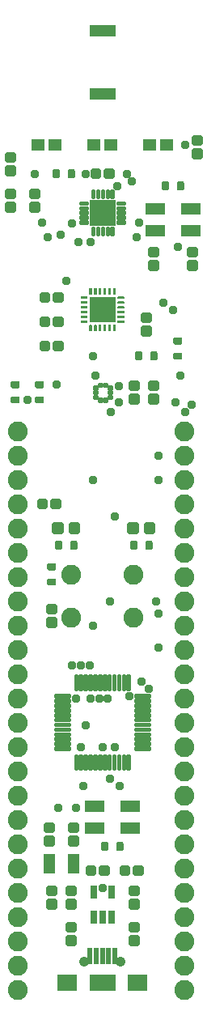
<source format=gbr>
G04 EAGLE Gerber RS-274X export*
G75*
%MOMM*%
%FSLAX34Y34*%
%LPD*%
%INSoldermask Top*%
%IPPOS*%
%AMOC8*
5,1,8,0,0,1.08239X$1,22.5*%
G01*
%ADD10C,0.662687*%
%ADD11C,0.505344*%
%ADD12C,2.082800*%
%ADD13R,0.603200X1.653200*%
%ADD14C,1.053200*%
%ADD15R,2.000000X1.700000*%
%ADD16R,2.700000X1.700000*%
%ADD17R,1.453200X1.203200*%
%ADD18R,2.743200X1.219200*%
%ADD19C,0.343072*%
%ADD20C,0.268653*%
%ADD21R,2.803200X2.803200*%
%ADD22R,0.753200X1.403200*%
%ADD23R,2.103200X1.303200*%
%ADD24R,1.203200X2.003200*%
%ADD25C,0.232344*%
%ADD26C,0.959600*%

G36*
X127847Y723587D02*
X127847Y723587D01*
X127842Y723594D01*
X127849Y723600D01*
X127849Y749600D01*
X127813Y749647D01*
X127806Y749642D01*
X127800Y749649D01*
X100800Y749649D01*
X100753Y749613D01*
X100758Y749606D01*
X100751Y749600D01*
X100751Y723600D01*
X100787Y723553D01*
X100794Y723558D01*
X100800Y723551D01*
X127800Y723551D01*
X127847Y723587D01*
G37*
G36*
X216070Y909209D02*
X216070Y909209D01*
X216077Y909214D01*
X216082Y909210D01*
X216433Y909295D01*
X216436Y909300D01*
X216440Y909298D01*
X216773Y909436D01*
X216776Y909441D01*
X216780Y909439D01*
X217088Y909627D01*
X217090Y909633D01*
X217094Y909632D01*
X217368Y909867D01*
X217369Y909872D01*
X217373Y909872D01*
X217608Y910146D01*
X217609Y910152D01*
X217613Y910152D01*
X217801Y910460D01*
X217800Y910466D01*
X217805Y910467D01*
X217943Y910800D01*
X217941Y910806D01*
X217945Y910807D01*
X218030Y911158D01*
X218028Y911164D01*
X218031Y911166D01*
X218059Y911526D01*
X218058Y911529D01*
X218059Y911530D01*
X218059Y916130D01*
X218057Y916132D01*
X218059Y916134D01*
X218031Y916494D01*
X218027Y916498D01*
X218030Y916502D01*
X217945Y916853D01*
X217940Y916856D01*
X217943Y916860D01*
X217805Y917193D01*
X217800Y917196D01*
X217801Y917200D01*
X217613Y917508D01*
X217607Y917510D01*
X217608Y917514D01*
X217373Y917788D01*
X217368Y917789D01*
X217368Y917793D01*
X217094Y918028D01*
X217088Y918029D01*
X217088Y918033D01*
X216780Y918221D01*
X216774Y918220D01*
X216773Y918225D01*
X216440Y918363D01*
X216434Y918361D01*
X216433Y918365D01*
X216082Y918450D01*
X216076Y918448D01*
X216074Y918451D01*
X215714Y918479D01*
X215711Y918477D01*
X215710Y918479D01*
X210650Y918451D01*
X210643Y918446D01*
X210638Y918450D01*
X210287Y918365D01*
X210284Y918360D01*
X210280Y918363D01*
X209947Y918225D01*
X209944Y918220D01*
X209940Y918221D01*
X209632Y918033D01*
X209630Y918027D01*
X209626Y918028D01*
X209352Y917793D01*
X209351Y917788D01*
X209347Y917788D01*
X209112Y917514D01*
X209111Y917508D01*
X209107Y917508D01*
X208919Y917200D01*
X208920Y917194D01*
X208916Y917193D01*
X208778Y916860D01*
X208779Y916854D01*
X208775Y916853D01*
X208690Y916502D01*
X208693Y916496D01*
X208689Y916494D01*
X208661Y916134D01*
X208663Y916131D01*
X208661Y916130D01*
X208661Y911530D01*
X208663Y911528D01*
X208661Y911526D01*
X208689Y911166D01*
X208693Y911162D01*
X208690Y911158D01*
X208775Y910807D01*
X208780Y910804D01*
X208778Y910800D01*
X208916Y910467D01*
X208921Y910464D01*
X208919Y910460D01*
X209107Y910152D01*
X209113Y910150D01*
X209112Y910146D01*
X209347Y909872D01*
X209352Y909871D01*
X209352Y909867D01*
X209626Y909632D01*
X209632Y909631D01*
X209632Y909627D01*
X209940Y909439D01*
X209946Y909440D01*
X209947Y909436D01*
X210280Y909298D01*
X210286Y909299D01*
X210287Y909295D01*
X210638Y909210D01*
X210644Y909213D01*
X210646Y909209D01*
X211006Y909181D01*
X211009Y909183D01*
X211010Y909181D01*
X216070Y909209D01*
G37*
G36*
X216070Y895109D02*
X216070Y895109D01*
X216077Y895114D01*
X216082Y895110D01*
X216433Y895195D01*
X216436Y895200D01*
X216440Y895198D01*
X216773Y895336D01*
X216776Y895341D01*
X216780Y895339D01*
X217088Y895527D01*
X217090Y895533D01*
X217094Y895532D01*
X217368Y895767D01*
X217369Y895772D01*
X217373Y895772D01*
X217608Y896046D01*
X217609Y896052D01*
X217613Y896052D01*
X217801Y896360D01*
X217800Y896366D01*
X217805Y896367D01*
X217943Y896700D01*
X217941Y896706D01*
X217945Y896707D01*
X218030Y897058D01*
X218028Y897064D01*
X218031Y897066D01*
X218059Y897426D01*
X218058Y897429D01*
X218059Y897430D01*
X218059Y902030D01*
X218057Y902032D01*
X218059Y902034D01*
X218031Y902394D01*
X218027Y902398D01*
X218030Y902402D01*
X217945Y902753D01*
X217940Y902756D01*
X217943Y902760D01*
X217805Y903093D01*
X217800Y903096D01*
X217801Y903100D01*
X217613Y903408D01*
X217607Y903410D01*
X217608Y903414D01*
X217373Y903688D01*
X217368Y903689D01*
X217368Y903693D01*
X217094Y903928D01*
X217088Y903929D01*
X217088Y903933D01*
X216780Y904121D01*
X216774Y904120D01*
X216773Y904125D01*
X216440Y904263D01*
X216434Y904261D01*
X216433Y904265D01*
X216082Y904350D01*
X216076Y904348D01*
X216074Y904351D01*
X215714Y904379D01*
X215711Y904377D01*
X215710Y904379D01*
X210650Y904351D01*
X210643Y904346D01*
X210638Y904350D01*
X210287Y904265D01*
X210284Y904260D01*
X210280Y904263D01*
X209947Y904125D01*
X209944Y904120D01*
X209940Y904121D01*
X209632Y903933D01*
X209630Y903927D01*
X209626Y903928D01*
X209352Y903693D01*
X209351Y903688D01*
X209347Y903688D01*
X209112Y903414D01*
X209111Y903408D01*
X209107Y903408D01*
X208919Y903100D01*
X208920Y903094D01*
X208916Y903093D01*
X208778Y902760D01*
X208779Y902754D01*
X208775Y902753D01*
X208690Y902402D01*
X208693Y902396D01*
X208689Y902394D01*
X208661Y902034D01*
X208663Y902031D01*
X208661Y902030D01*
X208661Y897430D01*
X208663Y897428D01*
X208661Y897426D01*
X208689Y897066D01*
X208693Y897062D01*
X208690Y897058D01*
X208775Y896707D01*
X208780Y896704D01*
X208778Y896700D01*
X208916Y896367D01*
X208921Y896364D01*
X208919Y896360D01*
X209107Y896052D01*
X209113Y896050D01*
X209112Y896046D01*
X209347Y895772D01*
X209352Y895771D01*
X209352Y895767D01*
X209626Y895532D01*
X209632Y895531D01*
X209632Y895527D01*
X209940Y895339D01*
X209946Y895340D01*
X209947Y895336D01*
X210280Y895198D01*
X210286Y895199D01*
X210287Y895195D01*
X210638Y895110D01*
X210644Y895113D01*
X210646Y895109D01*
X211006Y895081D01*
X211009Y895083D01*
X211010Y895081D01*
X216070Y895109D01*
G37*
G36*
X20490Y891429D02*
X20490Y891429D01*
X20497Y891434D01*
X20502Y891430D01*
X20853Y891515D01*
X20856Y891520D01*
X20860Y891518D01*
X21193Y891656D01*
X21196Y891661D01*
X21200Y891659D01*
X21508Y891847D01*
X21510Y891853D01*
X21514Y891852D01*
X21788Y892087D01*
X21789Y892092D01*
X21793Y892092D01*
X22028Y892366D01*
X22029Y892372D01*
X22033Y892372D01*
X22221Y892680D01*
X22220Y892686D01*
X22225Y892687D01*
X22363Y893020D01*
X22361Y893026D01*
X22365Y893027D01*
X22450Y893378D01*
X22448Y893384D01*
X22451Y893386D01*
X22479Y893746D01*
X22478Y893749D01*
X22479Y893750D01*
X22479Y898350D01*
X22477Y898352D01*
X22479Y898354D01*
X22451Y898714D01*
X22447Y898718D01*
X22450Y898722D01*
X22365Y899073D01*
X22360Y899076D01*
X22363Y899080D01*
X22225Y899413D01*
X22220Y899416D01*
X22221Y899420D01*
X22033Y899728D01*
X22027Y899730D01*
X22028Y899734D01*
X21793Y900008D01*
X21788Y900009D01*
X21788Y900013D01*
X21514Y900248D01*
X21508Y900249D01*
X21508Y900253D01*
X21200Y900441D01*
X21194Y900440D01*
X21193Y900445D01*
X20860Y900583D01*
X20854Y900581D01*
X20853Y900585D01*
X20502Y900670D01*
X20496Y900668D01*
X20494Y900671D01*
X20134Y900699D01*
X20131Y900697D01*
X20130Y900699D01*
X15070Y900671D01*
X15063Y900666D01*
X15058Y900670D01*
X14707Y900585D01*
X14704Y900580D01*
X14700Y900583D01*
X14367Y900445D01*
X14364Y900440D01*
X14360Y900441D01*
X14052Y900253D01*
X14050Y900247D01*
X14046Y900248D01*
X13772Y900013D01*
X13771Y900008D01*
X13767Y900008D01*
X13532Y899734D01*
X13531Y899728D01*
X13527Y899728D01*
X13339Y899420D01*
X13340Y899414D01*
X13336Y899413D01*
X13198Y899080D01*
X13199Y899074D01*
X13195Y899073D01*
X13110Y898722D01*
X13113Y898716D01*
X13109Y898714D01*
X13081Y898354D01*
X13083Y898351D01*
X13081Y898350D01*
X13081Y893750D01*
X13083Y893748D01*
X13081Y893746D01*
X13109Y893386D01*
X13113Y893382D01*
X13110Y893378D01*
X13195Y893027D01*
X13200Y893024D01*
X13198Y893020D01*
X13336Y892687D01*
X13341Y892684D01*
X13339Y892680D01*
X13527Y892372D01*
X13533Y892370D01*
X13532Y892366D01*
X13767Y892092D01*
X13772Y892091D01*
X13772Y892087D01*
X14046Y891852D01*
X14052Y891851D01*
X14052Y891847D01*
X14360Y891659D01*
X14366Y891660D01*
X14367Y891656D01*
X14700Y891518D01*
X14706Y891519D01*
X14707Y891515D01*
X15058Y891430D01*
X15064Y891433D01*
X15066Y891429D01*
X15426Y891401D01*
X15429Y891403D01*
X15430Y891401D01*
X20490Y891429D01*
G37*
G36*
X20490Y877329D02*
X20490Y877329D01*
X20497Y877334D01*
X20502Y877330D01*
X20853Y877415D01*
X20856Y877420D01*
X20860Y877418D01*
X21193Y877556D01*
X21196Y877561D01*
X21200Y877559D01*
X21508Y877747D01*
X21510Y877753D01*
X21514Y877752D01*
X21788Y877987D01*
X21789Y877992D01*
X21793Y877992D01*
X22028Y878266D01*
X22029Y878272D01*
X22033Y878272D01*
X22221Y878580D01*
X22220Y878586D01*
X22225Y878587D01*
X22363Y878920D01*
X22361Y878926D01*
X22365Y878927D01*
X22450Y879278D01*
X22448Y879284D01*
X22451Y879286D01*
X22479Y879646D01*
X22478Y879649D01*
X22479Y879650D01*
X22479Y884250D01*
X22477Y884252D01*
X22479Y884254D01*
X22451Y884614D01*
X22447Y884618D01*
X22450Y884622D01*
X22365Y884973D01*
X22360Y884976D01*
X22363Y884980D01*
X22225Y885313D01*
X22220Y885316D01*
X22221Y885320D01*
X22033Y885628D01*
X22027Y885630D01*
X22028Y885634D01*
X21793Y885908D01*
X21788Y885909D01*
X21788Y885913D01*
X21514Y886148D01*
X21508Y886149D01*
X21508Y886153D01*
X21200Y886341D01*
X21194Y886340D01*
X21193Y886345D01*
X20860Y886483D01*
X20854Y886481D01*
X20853Y886485D01*
X20502Y886570D01*
X20496Y886568D01*
X20494Y886571D01*
X20134Y886599D01*
X20131Y886597D01*
X20130Y886599D01*
X15070Y886571D01*
X15063Y886566D01*
X15058Y886570D01*
X14707Y886485D01*
X14704Y886480D01*
X14700Y886483D01*
X14367Y886345D01*
X14364Y886340D01*
X14360Y886341D01*
X14052Y886153D01*
X14050Y886147D01*
X14046Y886148D01*
X13772Y885913D01*
X13771Y885908D01*
X13767Y885908D01*
X13532Y885634D01*
X13531Y885628D01*
X13527Y885628D01*
X13339Y885320D01*
X13340Y885314D01*
X13336Y885313D01*
X13198Y884980D01*
X13199Y884974D01*
X13195Y884973D01*
X13110Y884622D01*
X13113Y884616D01*
X13109Y884614D01*
X13081Y884254D01*
X13083Y884251D01*
X13081Y884250D01*
X13081Y879650D01*
X13083Y879648D01*
X13081Y879646D01*
X13109Y879286D01*
X13113Y879282D01*
X13110Y879278D01*
X13195Y878927D01*
X13200Y878924D01*
X13198Y878920D01*
X13336Y878587D01*
X13341Y878584D01*
X13339Y878580D01*
X13527Y878272D01*
X13533Y878270D01*
X13532Y878266D01*
X13767Y877992D01*
X13772Y877991D01*
X13772Y877987D01*
X14046Y877752D01*
X14052Y877751D01*
X14052Y877747D01*
X14360Y877559D01*
X14366Y877560D01*
X14367Y877556D01*
X14700Y877418D01*
X14706Y877419D01*
X14707Y877415D01*
X15058Y877330D01*
X15064Y877333D01*
X15066Y877329D01*
X15426Y877301D01*
X15429Y877303D01*
X15430Y877301D01*
X20490Y877329D01*
G37*
G36*
X109552Y874143D02*
X109552Y874143D01*
X109554Y874141D01*
X109914Y874169D01*
X109918Y874173D01*
X109922Y874170D01*
X110273Y874255D01*
X110276Y874260D01*
X110280Y874258D01*
X110613Y874396D01*
X110616Y874401D01*
X110620Y874399D01*
X110928Y874587D01*
X110930Y874593D01*
X110934Y874592D01*
X111208Y874827D01*
X111209Y874832D01*
X111213Y874832D01*
X111448Y875106D01*
X111449Y875112D01*
X111453Y875112D01*
X111641Y875420D01*
X111640Y875426D01*
X111645Y875427D01*
X111783Y875760D01*
X111781Y875766D01*
X111785Y875767D01*
X111870Y876118D01*
X111868Y876124D01*
X111871Y876126D01*
X111899Y876486D01*
X111897Y876489D01*
X111899Y876490D01*
X111871Y881550D01*
X111866Y881557D01*
X111870Y881562D01*
X111785Y881913D01*
X111780Y881916D01*
X111783Y881920D01*
X111645Y882253D01*
X111640Y882256D01*
X111641Y882260D01*
X111453Y882568D01*
X111447Y882570D01*
X111448Y882574D01*
X111213Y882848D01*
X111208Y882849D01*
X111208Y882853D01*
X110934Y883088D01*
X110928Y883089D01*
X110928Y883093D01*
X110620Y883281D01*
X110614Y883280D01*
X110613Y883285D01*
X110280Y883423D01*
X110274Y883421D01*
X110273Y883425D01*
X109922Y883510D01*
X109916Y883508D01*
X109914Y883511D01*
X109554Y883539D01*
X109551Y883538D01*
X109550Y883539D01*
X104950Y883539D01*
X104948Y883537D01*
X104946Y883539D01*
X104586Y883511D01*
X104582Y883507D01*
X104578Y883510D01*
X104227Y883425D01*
X104224Y883420D01*
X104220Y883423D01*
X103887Y883285D01*
X103884Y883280D01*
X103880Y883281D01*
X103572Y883093D01*
X103570Y883087D01*
X103566Y883088D01*
X103292Y882853D01*
X103291Y882848D01*
X103287Y882848D01*
X103052Y882574D01*
X103051Y882568D01*
X103047Y882568D01*
X102859Y882260D01*
X102860Y882254D01*
X102856Y882253D01*
X102718Y881920D01*
X102719Y881914D01*
X102715Y881913D01*
X102630Y881562D01*
X102633Y881556D01*
X102629Y881554D01*
X102601Y881194D01*
X102603Y881191D01*
X102601Y881190D01*
X102629Y876130D01*
X102634Y876123D01*
X102630Y876118D01*
X102715Y875767D01*
X102720Y875764D01*
X102718Y875760D01*
X102856Y875427D01*
X102861Y875424D01*
X102859Y875420D01*
X103047Y875112D01*
X103053Y875110D01*
X103052Y875106D01*
X103287Y874832D01*
X103292Y874831D01*
X103292Y874827D01*
X103566Y874592D01*
X103572Y874591D01*
X103572Y874587D01*
X103880Y874399D01*
X103886Y874400D01*
X103887Y874396D01*
X104220Y874258D01*
X104226Y874259D01*
X104227Y874255D01*
X104578Y874170D01*
X104584Y874173D01*
X104586Y874169D01*
X104946Y874141D01*
X104949Y874143D01*
X104950Y874141D01*
X109550Y874141D01*
X109552Y874143D01*
G37*
G36*
X70312Y693803D02*
X70312Y693803D01*
X70314Y693801D01*
X70674Y693829D01*
X70678Y693833D01*
X70682Y693830D01*
X71033Y693915D01*
X71036Y693920D01*
X71040Y693918D01*
X71373Y694056D01*
X71376Y694061D01*
X71380Y694059D01*
X71688Y694247D01*
X71690Y694253D01*
X71694Y694252D01*
X71968Y694487D01*
X71969Y694492D01*
X71973Y694492D01*
X72208Y694766D01*
X72209Y694772D01*
X72213Y694772D01*
X72401Y695080D01*
X72400Y695086D01*
X72405Y695087D01*
X72543Y695420D01*
X72541Y695426D01*
X72545Y695427D01*
X72630Y695778D01*
X72628Y695784D01*
X72631Y695786D01*
X72659Y696146D01*
X72657Y696149D01*
X72659Y696150D01*
X72631Y701210D01*
X72626Y701217D01*
X72630Y701222D01*
X72545Y701573D01*
X72540Y701576D01*
X72543Y701580D01*
X72405Y701913D01*
X72400Y701916D01*
X72401Y701920D01*
X72213Y702228D01*
X72207Y702230D01*
X72208Y702234D01*
X71973Y702508D01*
X71968Y702509D01*
X71968Y702513D01*
X71694Y702748D01*
X71688Y702749D01*
X71688Y702753D01*
X71380Y702941D01*
X71374Y702940D01*
X71373Y702945D01*
X71040Y703083D01*
X71034Y703081D01*
X71033Y703085D01*
X70682Y703170D01*
X70676Y703168D01*
X70674Y703171D01*
X70314Y703199D01*
X70311Y703198D01*
X70310Y703199D01*
X65710Y703199D01*
X65708Y703197D01*
X65706Y703199D01*
X65346Y703171D01*
X65342Y703167D01*
X65338Y703170D01*
X64987Y703085D01*
X64984Y703080D01*
X64980Y703083D01*
X64647Y702945D01*
X64644Y702940D01*
X64640Y702941D01*
X64332Y702753D01*
X64330Y702747D01*
X64326Y702748D01*
X64052Y702513D01*
X64051Y702508D01*
X64047Y702508D01*
X63812Y702234D01*
X63811Y702228D01*
X63807Y702228D01*
X63619Y701920D01*
X63620Y701914D01*
X63616Y701913D01*
X63478Y701580D01*
X63479Y701574D01*
X63475Y701573D01*
X63390Y701222D01*
X63393Y701216D01*
X63389Y701214D01*
X63361Y700854D01*
X63363Y700851D01*
X63361Y700850D01*
X63389Y695790D01*
X63394Y695783D01*
X63390Y695778D01*
X63475Y695427D01*
X63480Y695424D01*
X63478Y695420D01*
X63616Y695087D01*
X63621Y695084D01*
X63619Y695080D01*
X63807Y694772D01*
X63813Y694770D01*
X63812Y694766D01*
X64047Y694492D01*
X64052Y694491D01*
X64052Y694487D01*
X64326Y694252D01*
X64332Y694251D01*
X64332Y694247D01*
X64640Y694059D01*
X64646Y694060D01*
X64647Y694056D01*
X64980Y693918D01*
X64986Y693919D01*
X64987Y693915D01*
X65338Y693830D01*
X65344Y693833D01*
X65346Y693829D01*
X65706Y693801D01*
X65709Y693803D01*
X65710Y693801D01*
X70310Y693801D01*
X70312Y693803D01*
G37*
G36*
X150030Y652669D02*
X150030Y652669D01*
X150037Y652674D01*
X150042Y652670D01*
X150393Y652755D01*
X150396Y652760D01*
X150400Y652758D01*
X150733Y652896D01*
X150736Y652901D01*
X150740Y652899D01*
X151048Y653087D01*
X151050Y653093D01*
X151054Y653092D01*
X151328Y653327D01*
X151329Y653332D01*
X151333Y653332D01*
X151568Y653606D01*
X151569Y653612D01*
X151573Y653612D01*
X151761Y653920D01*
X151760Y653926D01*
X151765Y653927D01*
X151903Y654260D01*
X151901Y654266D01*
X151905Y654267D01*
X151990Y654618D01*
X151988Y654624D01*
X151991Y654626D01*
X152019Y654986D01*
X152018Y654989D01*
X152019Y654990D01*
X152019Y659590D01*
X152017Y659592D01*
X152019Y659594D01*
X151991Y659954D01*
X151987Y659958D01*
X151990Y659962D01*
X151905Y660313D01*
X151900Y660316D01*
X151903Y660320D01*
X151765Y660653D01*
X151760Y660656D01*
X151761Y660660D01*
X151573Y660968D01*
X151567Y660970D01*
X151568Y660974D01*
X151333Y661248D01*
X151328Y661249D01*
X151328Y661253D01*
X151054Y661488D01*
X151048Y661489D01*
X151048Y661493D01*
X150740Y661681D01*
X150734Y661680D01*
X150733Y661685D01*
X150400Y661823D01*
X150394Y661821D01*
X150393Y661825D01*
X150042Y661910D01*
X150036Y661908D01*
X150034Y661911D01*
X149674Y661939D01*
X149671Y661937D01*
X149670Y661939D01*
X144610Y661911D01*
X144603Y661906D01*
X144598Y661910D01*
X144247Y661825D01*
X144244Y661820D01*
X144240Y661823D01*
X143907Y661685D01*
X143904Y661680D01*
X143900Y661681D01*
X143592Y661493D01*
X143590Y661487D01*
X143586Y661488D01*
X143312Y661253D01*
X143311Y661248D01*
X143307Y661248D01*
X143072Y660974D01*
X143071Y660968D01*
X143067Y660968D01*
X142879Y660660D01*
X142880Y660654D01*
X142876Y660653D01*
X142738Y660320D01*
X142739Y660314D01*
X142735Y660313D01*
X142650Y659962D01*
X142653Y659956D01*
X142649Y659954D01*
X142621Y659594D01*
X142623Y659591D01*
X142621Y659590D01*
X142621Y654990D01*
X142623Y654988D01*
X142621Y654986D01*
X142649Y654626D01*
X142653Y654622D01*
X142650Y654618D01*
X142735Y654267D01*
X142740Y654264D01*
X142738Y654260D01*
X142876Y653927D01*
X142881Y653924D01*
X142879Y653920D01*
X143067Y653612D01*
X143073Y653610D01*
X143072Y653606D01*
X143307Y653332D01*
X143312Y653331D01*
X143312Y653327D01*
X143586Y653092D01*
X143592Y653091D01*
X143592Y653087D01*
X143900Y652899D01*
X143906Y652900D01*
X143907Y652896D01*
X144240Y652758D01*
X144246Y652759D01*
X144247Y652755D01*
X144598Y652670D01*
X144604Y652673D01*
X144606Y652669D01*
X144966Y652641D01*
X144969Y652643D01*
X144970Y652641D01*
X150030Y652669D01*
G37*
G36*
X123652Y874143D02*
X123652Y874143D01*
X123654Y874141D01*
X124014Y874169D01*
X124018Y874173D01*
X124022Y874170D01*
X124373Y874255D01*
X124376Y874260D01*
X124380Y874258D01*
X124713Y874396D01*
X124716Y874401D01*
X124720Y874399D01*
X125028Y874587D01*
X125030Y874593D01*
X125034Y874592D01*
X125308Y874827D01*
X125309Y874832D01*
X125313Y874832D01*
X125548Y875106D01*
X125549Y875112D01*
X125553Y875112D01*
X125741Y875420D01*
X125740Y875426D01*
X125745Y875427D01*
X125883Y875760D01*
X125881Y875766D01*
X125885Y875767D01*
X125970Y876118D01*
X125968Y876124D01*
X125971Y876126D01*
X125999Y876486D01*
X125997Y876489D01*
X125999Y876490D01*
X125971Y881550D01*
X125966Y881557D01*
X125970Y881562D01*
X125885Y881913D01*
X125880Y881916D01*
X125883Y881920D01*
X125745Y882253D01*
X125740Y882256D01*
X125741Y882260D01*
X125553Y882568D01*
X125547Y882570D01*
X125548Y882574D01*
X125313Y882848D01*
X125308Y882849D01*
X125308Y882853D01*
X125034Y883088D01*
X125028Y883089D01*
X125028Y883093D01*
X124720Y883281D01*
X124714Y883280D01*
X124713Y883285D01*
X124380Y883423D01*
X124374Y883421D01*
X124373Y883425D01*
X124022Y883510D01*
X124016Y883508D01*
X124014Y883511D01*
X123654Y883539D01*
X123651Y883538D01*
X123650Y883539D01*
X119050Y883539D01*
X119048Y883537D01*
X119046Y883539D01*
X118686Y883511D01*
X118682Y883507D01*
X118678Y883510D01*
X118327Y883425D01*
X118324Y883420D01*
X118320Y883423D01*
X117987Y883285D01*
X117984Y883280D01*
X117980Y883281D01*
X117672Y883093D01*
X117670Y883087D01*
X117666Y883088D01*
X117392Y882853D01*
X117391Y882848D01*
X117387Y882848D01*
X117152Y882574D01*
X117151Y882568D01*
X117147Y882568D01*
X116959Y882260D01*
X116960Y882254D01*
X116956Y882253D01*
X116818Y881920D01*
X116819Y881914D01*
X116815Y881913D01*
X116730Y881562D01*
X116733Y881556D01*
X116729Y881554D01*
X116701Y881194D01*
X116703Y881191D01*
X116701Y881190D01*
X116729Y876130D01*
X116734Y876123D01*
X116730Y876118D01*
X116815Y875767D01*
X116820Y875764D01*
X116818Y875760D01*
X116956Y875427D01*
X116961Y875424D01*
X116959Y875420D01*
X117147Y875112D01*
X117153Y875110D01*
X117152Y875106D01*
X117387Y874832D01*
X117392Y874831D01*
X117392Y874827D01*
X117666Y874592D01*
X117672Y874591D01*
X117672Y874587D01*
X117980Y874399D01*
X117986Y874400D01*
X117987Y874396D01*
X118320Y874258D01*
X118326Y874259D01*
X118327Y874255D01*
X118678Y874170D01*
X118684Y874173D01*
X118686Y874169D01*
X119046Y874141D01*
X119049Y874143D01*
X119050Y874141D01*
X123650Y874141D01*
X123652Y874143D01*
G37*
G36*
X170350Y652669D02*
X170350Y652669D01*
X170357Y652674D01*
X170362Y652670D01*
X170713Y652755D01*
X170716Y652760D01*
X170720Y652758D01*
X171053Y652896D01*
X171056Y652901D01*
X171060Y652899D01*
X171368Y653087D01*
X171370Y653093D01*
X171374Y653092D01*
X171648Y653327D01*
X171649Y653332D01*
X171653Y653332D01*
X171888Y653606D01*
X171889Y653612D01*
X171893Y653612D01*
X172081Y653920D01*
X172080Y653926D01*
X172085Y653927D01*
X172223Y654260D01*
X172221Y654266D01*
X172225Y654267D01*
X172310Y654618D01*
X172308Y654624D01*
X172311Y654626D01*
X172339Y654986D01*
X172338Y654989D01*
X172339Y654990D01*
X172339Y659590D01*
X172337Y659592D01*
X172339Y659594D01*
X172311Y659954D01*
X172307Y659958D01*
X172310Y659962D01*
X172225Y660313D01*
X172220Y660316D01*
X172223Y660320D01*
X172085Y660653D01*
X172080Y660656D01*
X172081Y660660D01*
X171893Y660968D01*
X171887Y660970D01*
X171888Y660974D01*
X171653Y661248D01*
X171648Y661249D01*
X171648Y661253D01*
X171374Y661488D01*
X171368Y661489D01*
X171368Y661493D01*
X171060Y661681D01*
X171054Y661680D01*
X171053Y661685D01*
X170720Y661823D01*
X170714Y661821D01*
X170713Y661825D01*
X170362Y661910D01*
X170356Y661908D01*
X170354Y661911D01*
X169994Y661939D01*
X169991Y661937D01*
X169990Y661939D01*
X164930Y661911D01*
X164923Y661906D01*
X164918Y661910D01*
X164567Y661825D01*
X164564Y661820D01*
X164560Y661823D01*
X164227Y661685D01*
X164224Y661680D01*
X164220Y661681D01*
X163912Y661493D01*
X163910Y661487D01*
X163906Y661488D01*
X163632Y661253D01*
X163631Y661248D01*
X163627Y661248D01*
X163392Y660974D01*
X163391Y660968D01*
X163387Y660968D01*
X163199Y660660D01*
X163200Y660654D01*
X163196Y660653D01*
X163058Y660320D01*
X163059Y660314D01*
X163055Y660313D01*
X162970Y659962D01*
X162973Y659956D01*
X162969Y659954D01*
X162941Y659594D01*
X162943Y659591D01*
X162941Y659590D01*
X162941Y654990D01*
X162943Y654988D01*
X162941Y654986D01*
X162969Y654626D01*
X162973Y654622D01*
X162970Y654618D01*
X163055Y654267D01*
X163060Y654264D01*
X163058Y654260D01*
X163196Y653927D01*
X163201Y653924D01*
X163199Y653920D01*
X163387Y653612D01*
X163393Y653610D01*
X163392Y653606D01*
X163627Y653332D01*
X163632Y653331D01*
X163632Y653327D01*
X163906Y653092D01*
X163912Y653091D01*
X163912Y653087D01*
X164220Y652899D01*
X164226Y652900D01*
X164227Y652896D01*
X164560Y652758D01*
X164566Y652759D01*
X164567Y652755D01*
X164918Y652670D01*
X164924Y652673D01*
X164926Y652669D01*
X165286Y652641D01*
X165289Y652643D01*
X165290Y652641D01*
X170350Y652669D01*
G37*
G36*
X150030Y638569D02*
X150030Y638569D01*
X150037Y638574D01*
X150042Y638570D01*
X150393Y638655D01*
X150396Y638660D01*
X150400Y638658D01*
X150733Y638796D01*
X150736Y638801D01*
X150740Y638799D01*
X151048Y638987D01*
X151050Y638993D01*
X151054Y638992D01*
X151328Y639227D01*
X151329Y639232D01*
X151333Y639232D01*
X151568Y639506D01*
X151569Y639512D01*
X151573Y639512D01*
X151761Y639820D01*
X151760Y639826D01*
X151765Y639827D01*
X151903Y640160D01*
X151901Y640166D01*
X151905Y640167D01*
X151990Y640518D01*
X151988Y640524D01*
X151991Y640526D01*
X152019Y640886D01*
X152018Y640889D01*
X152019Y640890D01*
X152019Y645490D01*
X152017Y645492D01*
X152019Y645494D01*
X151991Y645854D01*
X151987Y645858D01*
X151990Y645862D01*
X151905Y646213D01*
X151900Y646216D01*
X151903Y646220D01*
X151765Y646553D01*
X151760Y646556D01*
X151761Y646560D01*
X151573Y646868D01*
X151567Y646870D01*
X151568Y646874D01*
X151333Y647148D01*
X151328Y647149D01*
X151328Y647153D01*
X151054Y647388D01*
X151048Y647389D01*
X151048Y647393D01*
X150740Y647581D01*
X150734Y647580D01*
X150733Y647585D01*
X150400Y647723D01*
X150394Y647721D01*
X150393Y647725D01*
X150042Y647810D01*
X150036Y647808D01*
X150034Y647811D01*
X149674Y647839D01*
X149671Y647837D01*
X149670Y647839D01*
X144610Y647811D01*
X144603Y647806D01*
X144598Y647810D01*
X144247Y647725D01*
X144244Y647720D01*
X144240Y647723D01*
X143907Y647585D01*
X143904Y647580D01*
X143900Y647581D01*
X143592Y647393D01*
X143590Y647387D01*
X143586Y647388D01*
X143312Y647153D01*
X143311Y647148D01*
X143307Y647148D01*
X143072Y646874D01*
X143071Y646868D01*
X143067Y646868D01*
X142879Y646560D01*
X142880Y646554D01*
X142876Y646553D01*
X142738Y646220D01*
X142739Y646214D01*
X142735Y646213D01*
X142650Y645862D01*
X142653Y645856D01*
X142649Y645854D01*
X142621Y645494D01*
X142623Y645491D01*
X142621Y645490D01*
X142621Y640890D01*
X142623Y640888D01*
X142621Y640886D01*
X142649Y640526D01*
X142653Y640522D01*
X142650Y640518D01*
X142735Y640167D01*
X142740Y640164D01*
X142738Y640160D01*
X142876Y639827D01*
X142881Y639824D01*
X142879Y639820D01*
X143067Y639512D01*
X143073Y639510D01*
X143072Y639506D01*
X143307Y639232D01*
X143312Y639231D01*
X143312Y639227D01*
X143586Y638992D01*
X143592Y638991D01*
X143592Y638987D01*
X143900Y638799D01*
X143906Y638800D01*
X143907Y638796D01*
X144240Y638658D01*
X144246Y638659D01*
X144247Y638655D01*
X144598Y638570D01*
X144604Y638573D01*
X144606Y638569D01*
X144966Y638541D01*
X144969Y638543D01*
X144970Y638541D01*
X150030Y638569D01*
G37*
G36*
X20490Y853329D02*
X20490Y853329D01*
X20497Y853334D01*
X20502Y853330D01*
X20853Y853415D01*
X20856Y853420D01*
X20860Y853418D01*
X21193Y853556D01*
X21196Y853561D01*
X21200Y853559D01*
X21508Y853747D01*
X21510Y853753D01*
X21514Y853752D01*
X21788Y853987D01*
X21789Y853992D01*
X21793Y853992D01*
X22028Y854266D01*
X22029Y854272D01*
X22033Y854272D01*
X22221Y854580D01*
X22220Y854586D01*
X22225Y854587D01*
X22363Y854920D01*
X22361Y854926D01*
X22365Y854927D01*
X22450Y855278D01*
X22448Y855284D01*
X22451Y855286D01*
X22479Y855646D01*
X22478Y855649D01*
X22479Y855650D01*
X22479Y860250D01*
X22477Y860252D01*
X22479Y860254D01*
X22451Y860614D01*
X22447Y860618D01*
X22450Y860622D01*
X22365Y860973D01*
X22360Y860976D01*
X22363Y860980D01*
X22225Y861313D01*
X22220Y861316D01*
X22221Y861320D01*
X22033Y861628D01*
X22027Y861630D01*
X22028Y861634D01*
X21793Y861908D01*
X21788Y861909D01*
X21788Y861913D01*
X21514Y862148D01*
X21508Y862149D01*
X21508Y862153D01*
X21200Y862341D01*
X21194Y862340D01*
X21193Y862345D01*
X20860Y862483D01*
X20854Y862481D01*
X20853Y862485D01*
X20502Y862570D01*
X20496Y862568D01*
X20494Y862571D01*
X20134Y862599D01*
X20131Y862597D01*
X20130Y862599D01*
X15070Y862571D01*
X15063Y862566D01*
X15058Y862570D01*
X14707Y862485D01*
X14704Y862480D01*
X14700Y862483D01*
X14367Y862345D01*
X14364Y862340D01*
X14360Y862341D01*
X14052Y862153D01*
X14050Y862147D01*
X14046Y862148D01*
X13772Y861913D01*
X13771Y861908D01*
X13767Y861908D01*
X13532Y861634D01*
X13531Y861628D01*
X13527Y861628D01*
X13339Y861320D01*
X13340Y861314D01*
X13336Y861313D01*
X13198Y860980D01*
X13199Y860974D01*
X13195Y860973D01*
X13110Y860622D01*
X13113Y860616D01*
X13109Y860614D01*
X13081Y860254D01*
X13083Y860251D01*
X13081Y860250D01*
X13081Y855650D01*
X13083Y855648D01*
X13081Y855646D01*
X13109Y855286D01*
X13113Y855282D01*
X13110Y855278D01*
X13195Y854927D01*
X13200Y854924D01*
X13198Y854920D01*
X13336Y854587D01*
X13341Y854584D01*
X13339Y854580D01*
X13527Y854272D01*
X13533Y854270D01*
X13532Y854266D01*
X13767Y853992D01*
X13772Y853991D01*
X13772Y853987D01*
X14046Y853752D01*
X14052Y853751D01*
X14052Y853747D01*
X14360Y853559D01*
X14366Y853560D01*
X14367Y853556D01*
X14700Y853418D01*
X14706Y853419D01*
X14707Y853415D01*
X15058Y853330D01*
X15064Y853333D01*
X15066Y853329D01*
X15426Y853301D01*
X15429Y853303D01*
X15430Y853301D01*
X20490Y853329D01*
G37*
G36*
X45890Y853329D02*
X45890Y853329D01*
X45897Y853334D01*
X45902Y853330D01*
X46253Y853415D01*
X46256Y853420D01*
X46260Y853418D01*
X46593Y853556D01*
X46596Y853561D01*
X46600Y853559D01*
X46908Y853747D01*
X46910Y853753D01*
X46914Y853752D01*
X47188Y853987D01*
X47189Y853992D01*
X47193Y853992D01*
X47428Y854266D01*
X47429Y854272D01*
X47433Y854272D01*
X47621Y854580D01*
X47620Y854586D01*
X47625Y854587D01*
X47763Y854920D01*
X47761Y854926D01*
X47765Y854927D01*
X47850Y855278D01*
X47848Y855284D01*
X47851Y855286D01*
X47879Y855646D01*
X47878Y855649D01*
X47879Y855650D01*
X47879Y860250D01*
X47877Y860252D01*
X47879Y860254D01*
X47851Y860614D01*
X47847Y860618D01*
X47850Y860622D01*
X47765Y860973D01*
X47760Y860976D01*
X47763Y860980D01*
X47625Y861313D01*
X47620Y861316D01*
X47621Y861320D01*
X47433Y861628D01*
X47427Y861630D01*
X47428Y861634D01*
X47193Y861908D01*
X47188Y861909D01*
X47188Y861913D01*
X46914Y862148D01*
X46908Y862149D01*
X46908Y862153D01*
X46600Y862341D01*
X46594Y862340D01*
X46593Y862345D01*
X46260Y862483D01*
X46254Y862481D01*
X46253Y862485D01*
X45902Y862570D01*
X45896Y862568D01*
X45894Y862571D01*
X45534Y862599D01*
X45531Y862597D01*
X45530Y862599D01*
X40470Y862571D01*
X40463Y862566D01*
X40458Y862570D01*
X40107Y862485D01*
X40104Y862480D01*
X40100Y862483D01*
X39767Y862345D01*
X39764Y862340D01*
X39760Y862341D01*
X39452Y862153D01*
X39450Y862147D01*
X39446Y862148D01*
X39172Y861913D01*
X39171Y861908D01*
X39167Y861908D01*
X38932Y861634D01*
X38931Y861628D01*
X38927Y861628D01*
X38739Y861320D01*
X38740Y861314D01*
X38736Y861313D01*
X38598Y860980D01*
X38599Y860974D01*
X38595Y860973D01*
X38510Y860622D01*
X38513Y860616D01*
X38509Y860614D01*
X38481Y860254D01*
X38483Y860251D01*
X38481Y860250D01*
X38481Y855650D01*
X38483Y855648D01*
X38481Y855646D01*
X38509Y855286D01*
X38513Y855282D01*
X38510Y855278D01*
X38595Y854927D01*
X38600Y854924D01*
X38598Y854920D01*
X38736Y854587D01*
X38741Y854584D01*
X38739Y854580D01*
X38927Y854272D01*
X38933Y854270D01*
X38932Y854266D01*
X39167Y853992D01*
X39172Y853991D01*
X39172Y853987D01*
X39446Y853752D01*
X39452Y853751D01*
X39452Y853747D01*
X39760Y853559D01*
X39766Y853560D01*
X39767Y853556D01*
X40100Y853418D01*
X40106Y853419D01*
X40107Y853415D01*
X40458Y853330D01*
X40464Y853333D01*
X40466Y853329D01*
X40826Y853301D01*
X40829Y853303D01*
X40830Y853301D01*
X45890Y853329D01*
G37*
G36*
X45890Y839229D02*
X45890Y839229D01*
X45897Y839234D01*
X45902Y839230D01*
X46253Y839315D01*
X46256Y839320D01*
X46260Y839318D01*
X46593Y839456D01*
X46596Y839461D01*
X46600Y839459D01*
X46908Y839647D01*
X46910Y839653D01*
X46914Y839652D01*
X47188Y839887D01*
X47189Y839892D01*
X47193Y839892D01*
X47428Y840166D01*
X47429Y840172D01*
X47433Y840172D01*
X47621Y840480D01*
X47620Y840486D01*
X47625Y840487D01*
X47763Y840820D01*
X47761Y840826D01*
X47765Y840827D01*
X47850Y841178D01*
X47848Y841184D01*
X47851Y841186D01*
X47879Y841546D01*
X47878Y841549D01*
X47879Y841550D01*
X47879Y846150D01*
X47877Y846152D01*
X47879Y846154D01*
X47851Y846514D01*
X47847Y846518D01*
X47850Y846522D01*
X47765Y846873D01*
X47760Y846876D01*
X47763Y846880D01*
X47625Y847213D01*
X47620Y847216D01*
X47621Y847220D01*
X47433Y847528D01*
X47427Y847530D01*
X47428Y847534D01*
X47193Y847808D01*
X47188Y847809D01*
X47188Y847813D01*
X46914Y848048D01*
X46908Y848049D01*
X46908Y848053D01*
X46600Y848241D01*
X46594Y848240D01*
X46593Y848245D01*
X46260Y848383D01*
X46254Y848381D01*
X46253Y848385D01*
X45902Y848470D01*
X45896Y848468D01*
X45894Y848471D01*
X45534Y848499D01*
X45531Y848497D01*
X45530Y848499D01*
X40470Y848471D01*
X40463Y848466D01*
X40458Y848470D01*
X40107Y848385D01*
X40104Y848380D01*
X40100Y848383D01*
X39767Y848245D01*
X39764Y848240D01*
X39760Y848241D01*
X39452Y848053D01*
X39450Y848047D01*
X39446Y848048D01*
X39172Y847813D01*
X39171Y847808D01*
X39167Y847808D01*
X38932Y847534D01*
X38931Y847528D01*
X38927Y847528D01*
X38739Y847220D01*
X38740Y847214D01*
X38736Y847213D01*
X38598Y846880D01*
X38599Y846874D01*
X38595Y846873D01*
X38510Y846522D01*
X38513Y846516D01*
X38509Y846514D01*
X38481Y846154D01*
X38483Y846151D01*
X38481Y846150D01*
X38481Y841550D01*
X38483Y841548D01*
X38481Y841546D01*
X38509Y841186D01*
X38513Y841182D01*
X38510Y841178D01*
X38595Y840827D01*
X38600Y840824D01*
X38598Y840820D01*
X38736Y840487D01*
X38741Y840484D01*
X38739Y840480D01*
X38927Y840172D01*
X38933Y840170D01*
X38932Y840166D01*
X39167Y839892D01*
X39172Y839891D01*
X39172Y839887D01*
X39446Y839652D01*
X39452Y839651D01*
X39452Y839647D01*
X39760Y839459D01*
X39766Y839460D01*
X39767Y839456D01*
X40100Y839318D01*
X40106Y839319D01*
X40107Y839315D01*
X40458Y839230D01*
X40464Y839233D01*
X40466Y839229D01*
X40826Y839201D01*
X40829Y839203D01*
X40830Y839201D01*
X45890Y839229D01*
G37*
G36*
X20490Y839229D02*
X20490Y839229D01*
X20497Y839234D01*
X20502Y839230D01*
X20853Y839315D01*
X20856Y839320D01*
X20860Y839318D01*
X21193Y839456D01*
X21196Y839461D01*
X21200Y839459D01*
X21508Y839647D01*
X21510Y839653D01*
X21514Y839652D01*
X21788Y839887D01*
X21789Y839892D01*
X21793Y839892D01*
X22028Y840166D01*
X22029Y840172D01*
X22033Y840172D01*
X22221Y840480D01*
X22220Y840486D01*
X22225Y840487D01*
X22363Y840820D01*
X22361Y840826D01*
X22365Y840827D01*
X22450Y841178D01*
X22448Y841184D01*
X22451Y841186D01*
X22479Y841546D01*
X22478Y841549D01*
X22479Y841550D01*
X22479Y846150D01*
X22477Y846152D01*
X22479Y846154D01*
X22451Y846514D01*
X22447Y846518D01*
X22450Y846522D01*
X22365Y846873D01*
X22360Y846876D01*
X22363Y846880D01*
X22225Y847213D01*
X22220Y847216D01*
X22221Y847220D01*
X22033Y847528D01*
X22027Y847530D01*
X22028Y847534D01*
X21793Y847808D01*
X21788Y847809D01*
X21788Y847813D01*
X21514Y848048D01*
X21508Y848049D01*
X21508Y848053D01*
X21200Y848241D01*
X21194Y848240D01*
X21193Y848245D01*
X20860Y848383D01*
X20854Y848381D01*
X20853Y848385D01*
X20502Y848470D01*
X20496Y848468D01*
X20494Y848471D01*
X20134Y848499D01*
X20131Y848497D01*
X20130Y848499D01*
X15070Y848471D01*
X15063Y848466D01*
X15058Y848470D01*
X14707Y848385D01*
X14704Y848380D01*
X14700Y848383D01*
X14367Y848245D01*
X14364Y848240D01*
X14360Y848241D01*
X14052Y848053D01*
X14050Y848047D01*
X14046Y848048D01*
X13772Y847813D01*
X13771Y847808D01*
X13767Y847808D01*
X13532Y847534D01*
X13531Y847528D01*
X13527Y847528D01*
X13339Y847220D01*
X13340Y847214D01*
X13336Y847213D01*
X13198Y846880D01*
X13199Y846874D01*
X13195Y846873D01*
X13110Y846522D01*
X13113Y846516D01*
X13109Y846514D01*
X13081Y846154D01*
X13083Y846151D01*
X13081Y846150D01*
X13081Y841550D01*
X13083Y841548D01*
X13081Y841546D01*
X13109Y841186D01*
X13113Y841182D01*
X13110Y841178D01*
X13195Y840827D01*
X13200Y840824D01*
X13198Y840820D01*
X13336Y840487D01*
X13341Y840484D01*
X13339Y840480D01*
X13527Y840172D01*
X13533Y840170D01*
X13532Y840166D01*
X13767Y839892D01*
X13772Y839891D01*
X13772Y839887D01*
X14046Y839652D01*
X14052Y839651D01*
X14052Y839647D01*
X14360Y839459D01*
X14366Y839460D01*
X14367Y839456D01*
X14700Y839318D01*
X14706Y839319D01*
X14707Y839315D01*
X15058Y839230D01*
X15064Y839233D01*
X15066Y839229D01*
X15426Y839201D01*
X15429Y839203D01*
X15430Y839201D01*
X20490Y839229D01*
G37*
G36*
X170350Y792369D02*
X170350Y792369D01*
X170357Y792374D01*
X170362Y792370D01*
X170713Y792455D01*
X170716Y792460D01*
X170720Y792458D01*
X171053Y792596D01*
X171056Y792601D01*
X171060Y792599D01*
X171368Y792787D01*
X171370Y792793D01*
X171374Y792792D01*
X171648Y793027D01*
X171649Y793032D01*
X171653Y793032D01*
X171888Y793306D01*
X171889Y793312D01*
X171893Y793312D01*
X172081Y793620D01*
X172080Y793626D01*
X172085Y793627D01*
X172223Y793960D01*
X172221Y793966D01*
X172225Y793967D01*
X172310Y794318D01*
X172308Y794324D01*
X172311Y794326D01*
X172339Y794686D01*
X172338Y794689D01*
X172339Y794690D01*
X172339Y799290D01*
X172337Y799292D01*
X172339Y799294D01*
X172311Y799654D01*
X172307Y799658D01*
X172310Y799662D01*
X172225Y800013D01*
X172220Y800016D01*
X172223Y800020D01*
X172085Y800353D01*
X172080Y800356D01*
X172081Y800360D01*
X171893Y800668D01*
X171887Y800670D01*
X171888Y800674D01*
X171653Y800948D01*
X171648Y800949D01*
X171648Y800953D01*
X171374Y801188D01*
X171368Y801189D01*
X171368Y801193D01*
X171060Y801381D01*
X171054Y801380D01*
X171053Y801385D01*
X170720Y801523D01*
X170714Y801521D01*
X170713Y801525D01*
X170362Y801610D01*
X170356Y801608D01*
X170354Y801611D01*
X169994Y801639D01*
X169991Y801637D01*
X169990Y801639D01*
X164930Y801611D01*
X164923Y801606D01*
X164918Y801610D01*
X164567Y801525D01*
X164564Y801520D01*
X164560Y801523D01*
X164227Y801385D01*
X164224Y801380D01*
X164220Y801381D01*
X163912Y801193D01*
X163910Y801187D01*
X163906Y801188D01*
X163632Y800953D01*
X163631Y800948D01*
X163627Y800948D01*
X163392Y800674D01*
X163391Y800668D01*
X163387Y800668D01*
X163199Y800360D01*
X163200Y800354D01*
X163196Y800353D01*
X163058Y800020D01*
X163059Y800014D01*
X163055Y800013D01*
X162970Y799662D01*
X162973Y799656D01*
X162969Y799654D01*
X162941Y799294D01*
X162943Y799291D01*
X162941Y799290D01*
X162941Y794690D01*
X162943Y794688D01*
X162941Y794686D01*
X162969Y794326D01*
X162973Y794322D01*
X162970Y794318D01*
X163055Y793967D01*
X163060Y793964D01*
X163058Y793960D01*
X163196Y793627D01*
X163201Y793624D01*
X163199Y793620D01*
X163387Y793312D01*
X163393Y793310D01*
X163392Y793306D01*
X163627Y793032D01*
X163632Y793031D01*
X163632Y793027D01*
X163906Y792792D01*
X163912Y792791D01*
X163912Y792787D01*
X164220Y792599D01*
X164226Y792600D01*
X164227Y792596D01*
X164560Y792458D01*
X164566Y792459D01*
X164567Y792455D01*
X164918Y792370D01*
X164924Y792373D01*
X164926Y792369D01*
X165286Y792341D01*
X165289Y792343D01*
X165290Y792341D01*
X170350Y792369D01*
G37*
G36*
X210990Y792369D02*
X210990Y792369D01*
X210997Y792374D01*
X211002Y792370D01*
X211353Y792455D01*
X211356Y792460D01*
X211360Y792458D01*
X211693Y792596D01*
X211696Y792601D01*
X211700Y792599D01*
X212008Y792787D01*
X212010Y792793D01*
X212014Y792792D01*
X212288Y793027D01*
X212289Y793032D01*
X212293Y793032D01*
X212528Y793306D01*
X212529Y793312D01*
X212533Y793312D01*
X212721Y793620D01*
X212720Y793626D01*
X212725Y793627D01*
X212863Y793960D01*
X212861Y793966D01*
X212865Y793967D01*
X212950Y794318D01*
X212948Y794324D01*
X212951Y794326D01*
X212979Y794686D01*
X212978Y794689D01*
X212979Y794690D01*
X212979Y799290D01*
X212977Y799292D01*
X212979Y799294D01*
X212951Y799654D01*
X212947Y799658D01*
X212950Y799662D01*
X212865Y800013D01*
X212860Y800016D01*
X212863Y800020D01*
X212725Y800353D01*
X212720Y800356D01*
X212721Y800360D01*
X212533Y800668D01*
X212527Y800670D01*
X212528Y800674D01*
X212293Y800948D01*
X212288Y800949D01*
X212288Y800953D01*
X212014Y801188D01*
X212008Y801189D01*
X212008Y801193D01*
X211700Y801381D01*
X211694Y801380D01*
X211693Y801385D01*
X211360Y801523D01*
X211354Y801521D01*
X211353Y801525D01*
X211002Y801610D01*
X210996Y801608D01*
X210994Y801611D01*
X210634Y801639D01*
X210631Y801637D01*
X210630Y801639D01*
X205570Y801611D01*
X205563Y801606D01*
X205558Y801610D01*
X205207Y801525D01*
X205204Y801520D01*
X205200Y801523D01*
X204867Y801385D01*
X204864Y801380D01*
X204860Y801381D01*
X204552Y801193D01*
X204550Y801187D01*
X204546Y801188D01*
X204272Y800953D01*
X204271Y800948D01*
X204267Y800948D01*
X204032Y800674D01*
X204031Y800668D01*
X204027Y800668D01*
X203839Y800360D01*
X203840Y800354D01*
X203836Y800353D01*
X203698Y800020D01*
X203699Y800014D01*
X203695Y800013D01*
X203610Y799662D01*
X203613Y799656D01*
X203609Y799654D01*
X203581Y799294D01*
X203583Y799291D01*
X203581Y799290D01*
X203581Y794690D01*
X203583Y794688D01*
X203581Y794686D01*
X203609Y794326D01*
X203613Y794322D01*
X203610Y794318D01*
X203695Y793967D01*
X203700Y793964D01*
X203698Y793960D01*
X203836Y793627D01*
X203841Y793624D01*
X203839Y793620D01*
X204027Y793312D01*
X204033Y793310D01*
X204032Y793306D01*
X204267Y793032D01*
X204272Y793031D01*
X204272Y793027D01*
X204546Y792792D01*
X204552Y792791D01*
X204552Y792787D01*
X204860Y792599D01*
X204866Y792600D01*
X204867Y792596D01*
X205200Y792458D01*
X205206Y792459D01*
X205207Y792455D01*
X205558Y792370D01*
X205564Y792373D01*
X205566Y792369D01*
X205926Y792341D01*
X205929Y792343D01*
X205930Y792341D01*
X210990Y792369D01*
G37*
G36*
X170350Y778269D02*
X170350Y778269D01*
X170357Y778274D01*
X170362Y778270D01*
X170713Y778355D01*
X170716Y778360D01*
X170720Y778358D01*
X171053Y778496D01*
X171056Y778501D01*
X171060Y778499D01*
X171368Y778687D01*
X171370Y778693D01*
X171374Y778692D01*
X171648Y778927D01*
X171649Y778932D01*
X171653Y778932D01*
X171888Y779206D01*
X171889Y779212D01*
X171893Y779212D01*
X172081Y779520D01*
X172080Y779526D01*
X172085Y779527D01*
X172223Y779860D01*
X172221Y779866D01*
X172225Y779867D01*
X172310Y780218D01*
X172308Y780224D01*
X172311Y780226D01*
X172339Y780586D01*
X172338Y780589D01*
X172339Y780590D01*
X172339Y785190D01*
X172337Y785192D01*
X172339Y785194D01*
X172311Y785554D01*
X172307Y785558D01*
X172310Y785562D01*
X172225Y785913D01*
X172220Y785916D01*
X172223Y785920D01*
X172085Y786253D01*
X172080Y786256D01*
X172081Y786260D01*
X171893Y786568D01*
X171887Y786570D01*
X171888Y786574D01*
X171653Y786848D01*
X171648Y786849D01*
X171648Y786853D01*
X171374Y787088D01*
X171368Y787089D01*
X171368Y787093D01*
X171060Y787281D01*
X171054Y787280D01*
X171053Y787285D01*
X170720Y787423D01*
X170714Y787421D01*
X170713Y787425D01*
X170362Y787510D01*
X170356Y787508D01*
X170354Y787511D01*
X169994Y787539D01*
X169991Y787537D01*
X169990Y787539D01*
X164930Y787511D01*
X164923Y787506D01*
X164918Y787510D01*
X164567Y787425D01*
X164564Y787420D01*
X164560Y787423D01*
X164227Y787285D01*
X164224Y787280D01*
X164220Y787281D01*
X163912Y787093D01*
X163910Y787087D01*
X163906Y787088D01*
X163632Y786853D01*
X163631Y786848D01*
X163627Y786848D01*
X163392Y786574D01*
X163391Y786568D01*
X163387Y786568D01*
X163199Y786260D01*
X163200Y786254D01*
X163196Y786253D01*
X163058Y785920D01*
X163059Y785914D01*
X163055Y785913D01*
X162970Y785562D01*
X162973Y785556D01*
X162969Y785554D01*
X162941Y785194D01*
X162943Y785191D01*
X162941Y785190D01*
X162941Y780590D01*
X162943Y780588D01*
X162941Y780586D01*
X162969Y780226D01*
X162973Y780222D01*
X162970Y780218D01*
X163055Y779867D01*
X163060Y779864D01*
X163058Y779860D01*
X163196Y779527D01*
X163201Y779524D01*
X163199Y779520D01*
X163387Y779212D01*
X163393Y779210D01*
X163392Y779206D01*
X163627Y778932D01*
X163632Y778931D01*
X163632Y778927D01*
X163906Y778692D01*
X163912Y778691D01*
X163912Y778687D01*
X164220Y778499D01*
X164226Y778500D01*
X164227Y778496D01*
X164560Y778358D01*
X164566Y778359D01*
X164567Y778355D01*
X164918Y778270D01*
X164924Y778273D01*
X164926Y778269D01*
X165286Y778241D01*
X165289Y778243D01*
X165290Y778241D01*
X170350Y778269D01*
G37*
G36*
X210990Y778269D02*
X210990Y778269D01*
X210997Y778274D01*
X211002Y778270D01*
X211353Y778355D01*
X211356Y778360D01*
X211360Y778358D01*
X211693Y778496D01*
X211696Y778501D01*
X211700Y778499D01*
X212008Y778687D01*
X212010Y778693D01*
X212014Y778692D01*
X212288Y778927D01*
X212289Y778932D01*
X212293Y778932D01*
X212528Y779206D01*
X212529Y779212D01*
X212533Y779212D01*
X212721Y779520D01*
X212720Y779526D01*
X212725Y779527D01*
X212863Y779860D01*
X212861Y779866D01*
X212865Y779867D01*
X212950Y780218D01*
X212948Y780224D01*
X212951Y780226D01*
X212979Y780586D01*
X212978Y780589D01*
X212979Y780590D01*
X212979Y785190D01*
X212977Y785192D01*
X212979Y785194D01*
X212951Y785554D01*
X212947Y785558D01*
X212950Y785562D01*
X212865Y785913D01*
X212860Y785916D01*
X212863Y785920D01*
X212725Y786253D01*
X212720Y786256D01*
X212721Y786260D01*
X212533Y786568D01*
X212527Y786570D01*
X212528Y786574D01*
X212293Y786848D01*
X212288Y786849D01*
X212288Y786853D01*
X212014Y787088D01*
X212008Y787089D01*
X212008Y787093D01*
X211700Y787281D01*
X211694Y787280D01*
X211693Y787285D01*
X211360Y787423D01*
X211354Y787421D01*
X211353Y787425D01*
X211002Y787510D01*
X210996Y787508D01*
X210994Y787511D01*
X210634Y787539D01*
X210631Y787537D01*
X210630Y787539D01*
X205570Y787511D01*
X205563Y787506D01*
X205558Y787510D01*
X205207Y787425D01*
X205204Y787420D01*
X205200Y787423D01*
X204867Y787285D01*
X204864Y787280D01*
X204860Y787281D01*
X204552Y787093D01*
X204550Y787087D01*
X204546Y787088D01*
X204272Y786853D01*
X204271Y786848D01*
X204267Y786848D01*
X204032Y786574D01*
X204031Y786568D01*
X204027Y786568D01*
X203839Y786260D01*
X203840Y786254D01*
X203836Y786253D01*
X203698Y785920D01*
X203699Y785914D01*
X203695Y785913D01*
X203610Y785562D01*
X203613Y785556D01*
X203609Y785554D01*
X203581Y785194D01*
X203583Y785191D01*
X203581Y785190D01*
X203581Y780590D01*
X203583Y780588D01*
X203581Y780586D01*
X203609Y780226D01*
X203613Y780222D01*
X203610Y780218D01*
X203695Y779867D01*
X203700Y779864D01*
X203698Y779860D01*
X203836Y779527D01*
X203841Y779524D01*
X203839Y779520D01*
X204027Y779212D01*
X204033Y779210D01*
X204032Y779206D01*
X204267Y778932D01*
X204272Y778931D01*
X204272Y778927D01*
X204546Y778692D01*
X204552Y778691D01*
X204552Y778687D01*
X204860Y778499D01*
X204866Y778500D01*
X204867Y778496D01*
X205200Y778358D01*
X205206Y778359D01*
X205207Y778355D01*
X205558Y778270D01*
X205564Y778273D01*
X205566Y778269D01*
X205926Y778241D01*
X205929Y778243D01*
X205930Y778241D01*
X210990Y778269D01*
G37*
G36*
X170350Y638569D02*
X170350Y638569D01*
X170357Y638574D01*
X170362Y638570D01*
X170713Y638655D01*
X170716Y638660D01*
X170720Y638658D01*
X171053Y638796D01*
X171056Y638801D01*
X171060Y638799D01*
X171368Y638987D01*
X171370Y638993D01*
X171374Y638992D01*
X171648Y639227D01*
X171649Y639232D01*
X171653Y639232D01*
X171888Y639506D01*
X171889Y639512D01*
X171893Y639512D01*
X172081Y639820D01*
X172080Y639826D01*
X172085Y639827D01*
X172223Y640160D01*
X172221Y640166D01*
X172225Y640167D01*
X172310Y640518D01*
X172308Y640524D01*
X172311Y640526D01*
X172339Y640886D01*
X172338Y640889D01*
X172339Y640890D01*
X172339Y645490D01*
X172337Y645492D01*
X172339Y645494D01*
X172311Y645854D01*
X172307Y645858D01*
X172310Y645862D01*
X172225Y646213D01*
X172220Y646216D01*
X172223Y646220D01*
X172085Y646553D01*
X172080Y646556D01*
X172081Y646560D01*
X171893Y646868D01*
X171887Y646870D01*
X171888Y646874D01*
X171653Y647148D01*
X171648Y647149D01*
X171648Y647153D01*
X171374Y647388D01*
X171368Y647389D01*
X171368Y647393D01*
X171060Y647581D01*
X171054Y647580D01*
X171053Y647585D01*
X170720Y647723D01*
X170714Y647721D01*
X170713Y647725D01*
X170362Y647810D01*
X170356Y647808D01*
X170354Y647811D01*
X169994Y647839D01*
X169991Y647837D01*
X169990Y647839D01*
X164930Y647811D01*
X164923Y647806D01*
X164918Y647810D01*
X164567Y647725D01*
X164564Y647720D01*
X164560Y647723D01*
X164227Y647585D01*
X164224Y647580D01*
X164220Y647581D01*
X163912Y647393D01*
X163910Y647387D01*
X163906Y647388D01*
X163632Y647153D01*
X163631Y647148D01*
X163627Y647148D01*
X163392Y646874D01*
X163391Y646868D01*
X163387Y646868D01*
X163199Y646560D01*
X163200Y646554D01*
X163196Y646553D01*
X163058Y646220D01*
X163059Y646214D01*
X163055Y646213D01*
X162970Y645862D01*
X162973Y645856D01*
X162969Y645854D01*
X162941Y645494D01*
X162943Y645491D01*
X162941Y645490D01*
X162941Y640890D01*
X162943Y640888D01*
X162941Y640886D01*
X162969Y640526D01*
X162973Y640522D01*
X162970Y640518D01*
X163055Y640167D01*
X163060Y640164D01*
X163058Y640160D01*
X163196Y639827D01*
X163201Y639824D01*
X163199Y639820D01*
X163387Y639512D01*
X163393Y639510D01*
X163392Y639506D01*
X163627Y639232D01*
X163632Y639231D01*
X163632Y639227D01*
X163906Y638992D01*
X163912Y638991D01*
X163912Y638987D01*
X164220Y638799D01*
X164226Y638800D01*
X164227Y638796D01*
X164560Y638658D01*
X164566Y638659D01*
X164567Y638655D01*
X164918Y638570D01*
X164924Y638573D01*
X164926Y638569D01*
X165286Y638541D01*
X165289Y638543D01*
X165290Y638541D01*
X170350Y638569D01*
G37*
G36*
X53672Y528703D02*
X53672Y528703D01*
X53674Y528701D01*
X54034Y528729D01*
X54038Y528733D01*
X54042Y528730D01*
X54393Y528815D01*
X54396Y528820D01*
X54400Y528818D01*
X54733Y528956D01*
X54736Y528961D01*
X54740Y528959D01*
X55048Y529147D01*
X55050Y529153D01*
X55054Y529152D01*
X55328Y529387D01*
X55329Y529392D01*
X55333Y529392D01*
X55568Y529666D01*
X55569Y529672D01*
X55573Y529672D01*
X55761Y529980D01*
X55760Y529986D01*
X55765Y529987D01*
X55903Y530320D01*
X55901Y530326D01*
X55905Y530327D01*
X55990Y530678D01*
X55988Y530684D01*
X55991Y530686D01*
X56019Y531046D01*
X56017Y531049D01*
X56019Y531050D01*
X55991Y536110D01*
X55986Y536117D01*
X55990Y536122D01*
X55905Y536473D01*
X55900Y536476D01*
X55903Y536480D01*
X55765Y536813D01*
X55760Y536816D01*
X55761Y536820D01*
X55573Y537128D01*
X55567Y537130D01*
X55568Y537134D01*
X55333Y537408D01*
X55328Y537409D01*
X55328Y537413D01*
X55054Y537648D01*
X55048Y537649D01*
X55048Y537653D01*
X54740Y537841D01*
X54734Y537840D01*
X54733Y537845D01*
X54400Y537983D01*
X54394Y537981D01*
X54393Y537985D01*
X54042Y538070D01*
X54036Y538068D01*
X54034Y538071D01*
X53674Y538099D01*
X53671Y538098D01*
X53670Y538099D01*
X49070Y538099D01*
X49068Y538097D01*
X49066Y538099D01*
X48706Y538071D01*
X48702Y538067D01*
X48698Y538070D01*
X48347Y537985D01*
X48344Y537980D01*
X48340Y537983D01*
X48007Y537845D01*
X48004Y537840D01*
X48000Y537841D01*
X47692Y537653D01*
X47690Y537647D01*
X47686Y537648D01*
X47412Y537413D01*
X47411Y537408D01*
X47407Y537408D01*
X47172Y537134D01*
X47171Y537128D01*
X47167Y537128D01*
X46979Y536820D01*
X46980Y536814D01*
X46976Y536813D01*
X46838Y536480D01*
X46839Y536474D01*
X46835Y536473D01*
X46750Y536122D01*
X46753Y536116D01*
X46749Y536114D01*
X46721Y535754D01*
X46723Y535751D01*
X46721Y535750D01*
X46749Y530690D01*
X46754Y530683D01*
X46750Y530678D01*
X46835Y530327D01*
X46840Y530324D01*
X46838Y530320D01*
X46976Y529987D01*
X46981Y529984D01*
X46979Y529980D01*
X47167Y529672D01*
X47173Y529670D01*
X47172Y529666D01*
X47407Y529392D01*
X47412Y529391D01*
X47412Y529387D01*
X47686Y529152D01*
X47692Y529151D01*
X47692Y529147D01*
X48000Y528959D01*
X48006Y528960D01*
X48007Y528956D01*
X48340Y528818D01*
X48346Y528819D01*
X48347Y528815D01*
X48698Y528730D01*
X48704Y528733D01*
X48706Y528729D01*
X49066Y528701D01*
X49069Y528703D01*
X49070Y528701D01*
X53670Y528701D01*
X53672Y528703D01*
G37*
G36*
X67772Y528703D02*
X67772Y528703D01*
X67774Y528701D01*
X68134Y528729D01*
X68138Y528733D01*
X68142Y528730D01*
X68493Y528815D01*
X68496Y528820D01*
X68500Y528818D01*
X68833Y528956D01*
X68836Y528961D01*
X68840Y528959D01*
X69148Y529147D01*
X69150Y529153D01*
X69154Y529152D01*
X69428Y529387D01*
X69429Y529392D01*
X69433Y529392D01*
X69668Y529666D01*
X69669Y529672D01*
X69673Y529672D01*
X69861Y529980D01*
X69860Y529986D01*
X69865Y529987D01*
X70003Y530320D01*
X70001Y530326D01*
X70005Y530327D01*
X70090Y530678D01*
X70088Y530684D01*
X70091Y530686D01*
X70119Y531046D01*
X70117Y531049D01*
X70119Y531050D01*
X70091Y536110D01*
X70086Y536117D01*
X70090Y536122D01*
X70005Y536473D01*
X70000Y536476D01*
X70003Y536480D01*
X69865Y536813D01*
X69860Y536816D01*
X69861Y536820D01*
X69673Y537128D01*
X69667Y537130D01*
X69668Y537134D01*
X69433Y537408D01*
X69428Y537409D01*
X69428Y537413D01*
X69154Y537648D01*
X69148Y537649D01*
X69148Y537653D01*
X68840Y537841D01*
X68834Y537840D01*
X68833Y537845D01*
X68500Y537983D01*
X68494Y537981D01*
X68493Y537985D01*
X68142Y538070D01*
X68136Y538068D01*
X68134Y538071D01*
X67774Y538099D01*
X67771Y538098D01*
X67770Y538099D01*
X63170Y538099D01*
X63168Y538097D01*
X63166Y538099D01*
X62806Y538071D01*
X62802Y538067D01*
X62798Y538070D01*
X62447Y537985D01*
X62444Y537980D01*
X62440Y537983D01*
X62107Y537845D01*
X62104Y537840D01*
X62100Y537841D01*
X61792Y537653D01*
X61790Y537647D01*
X61786Y537648D01*
X61512Y537413D01*
X61511Y537408D01*
X61507Y537408D01*
X61272Y537134D01*
X61271Y537128D01*
X61267Y537128D01*
X61079Y536820D01*
X61080Y536814D01*
X61076Y536813D01*
X60938Y536480D01*
X60939Y536474D01*
X60935Y536473D01*
X60850Y536122D01*
X60853Y536116D01*
X60849Y536114D01*
X60821Y535754D01*
X60823Y535751D01*
X60821Y535750D01*
X60849Y530690D01*
X60854Y530683D01*
X60850Y530678D01*
X60935Y530327D01*
X60940Y530324D01*
X60938Y530320D01*
X61076Y529987D01*
X61081Y529984D01*
X61079Y529980D01*
X61267Y529672D01*
X61273Y529670D01*
X61272Y529666D01*
X61507Y529392D01*
X61512Y529391D01*
X61512Y529387D01*
X61786Y529152D01*
X61792Y529151D01*
X61792Y529147D01*
X62100Y528959D01*
X62106Y528960D01*
X62107Y528956D01*
X62440Y528818D01*
X62446Y528819D01*
X62447Y528815D01*
X62798Y528730D01*
X62804Y528733D01*
X62806Y528729D01*
X63166Y528701D01*
X63169Y528703D01*
X63170Y528701D01*
X67770Y528701D01*
X67772Y528703D01*
G37*
G36*
X118572Y145163D02*
X118572Y145163D01*
X118574Y145161D01*
X118934Y145189D01*
X118938Y145193D01*
X118942Y145190D01*
X119293Y145275D01*
X119296Y145280D01*
X119300Y145278D01*
X119633Y145416D01*
X119636Y145421D01*
X119640Y145419D01*
X119948Y145607D01*
X119950Y145613D01*
X119954Y145612D01*
X120228Y145847D01*
X120229Y145852D01*
X120233Y145852D01*
X120468Y146126D01*
X120469Y146132D01*
X120473Y146132D01*
X120661Y146440D01*
X120660Y146446D01*
X120665Y146447D01*
X120803Y146780D01*
X120801Y146786D01*
X120805Y146787D01*
X120890Y147138D01*
X120888Y147144D01*
X120891Y147146D01*
X120919Y147506D01*
X120917Y147509D01*
X120919Y147510D01*
X120891Y152570D01*
X120886Y152577D01*
X120890Y152582D01*
X120805Y152933D01*
X120800Y152936D01*
X120803Y152940D01*
X120665Y153273D01*
X120660Y153276D01*
X120661Y153280D01*
X120473Y153588D01*
X120467Y153590D01*
X120468Y153594D01*
X120233Y153868D01*
X120228Y153869D01*
X120228Y153873D01*
X119954Y154108D01*
X119948Y154109D01*
X119948Y154113D01*
X119640Y154301D01*
X119634Y154300D01*
X119633Y154305D01*
X119300Y154443D01*
X119294Y154441D01*
X119293Y154445D01*
X118942Y154530D01*
X118936Y154528D01*
X118934Y154531D01*
X118574Y154559D01*
X118571Y154558D01*
X118570Y154559D01*
X113970Y154559D01*
X113968Y154557D01*
X113966Y154559D01*
X113606Y154531D01*
X113602Y154527D01*
X113598Y154530D01*
X113247Y154445D01*
X113244Y154440D01*
X113240Y154443D01*
X112907Y154305D01*
X112904Y154300D01*
X112900Y154301D01*
X112592Y154113D01*
X112590Y154107D01*
X112586Y154108D01*
X112312Y153873D01*
X112311Y153868D01*
X112307Y153868D01*
X112072Y153594D01*
X112071Y153588D01*
X112067Y153588D01*
X111879Y153280D01*
X111880Y153274D01*
X111876Y153273D01*
X111738Y152940D01*
X111739Y152934D01*
X111735Y152933D01*
X111650Y152582D01*
X111653Y152576D01*
X111649Y152574D01*
X111621Y152214D01*
X111623Y152211D01*
X111621Y152210D01*
X111649Y147150D01*
X111654Y147143D01*
X111650Y147138D01*
X111735Y146787D01*
X111740Y146784D01*
X111738Y146780D01*
X111876Y146447D01*
X111881Y146444D01*
X111879Y146440D01*
X112067Y146132D01*
X112073Y146130D01*
X112072Y146126D01*
X112307Y145852D01*
X112312Y145851D01*
X112312Y145847D01*
X112586Y145612D01*
X112592Y145611D01*
X112592Y145607D01*
X112900Y145419D01*
X112906Y145420D01*
X112907Y145416D01*
X113240Y145278D01*
X113246Y145279D01*
X113247Y145275D01*
X113598Y145190D01*
X113604Y145193D01*
X113606Y145189D01*
X113966Y145161D01*
X113969Y145163D01*
X113970Y145161D01*
X118570Y145161D01*
X118572Y145163D01*
G37*
G36*
X63670Y418989D02*
X63670Y418989D01*
X63677Y418994D01*
X63682Y418990D01*
X64033Y419075D01*
X64036Y419080D01*
X64040Y419078D01*
X64373Y419216D01*
X64376Y419221D01*
X64380Y419219D01*
X64688Y419407D01*
X64690Y419413D01*
X64694Y419412D01*
X64968Y419647D01*
X64969Y419652D01*
X64973Y419652D01*
X65208Y419926D01*
X65209Y419932D01*
X65213Y419932D01*
X65401Y420240D01*
X65400Y420246D01*
X65405Y420247D01*
X65543Y420580D01*
X65541Y420586D01*
X65545Y420587D01*
X65630Y420938D01*
X65628Y420944D01*
X65631Y420946D01*
X65659Y421306D01*
X65658Y421309D01*
X65659Y421310D01*
X65659Y425910D01*
X65657Y425912D01*
X65659Y425914D01*
X65631Y426274D01*
X65627Y426278D01*
X65630Y426282D01*
X65545Y426633D01*
X65540Y426636D01*
X65543Y426640D01*
X65405Y426973D01*
X65400Y426976D01*
X65401Y426980D01*
X65213Y427288D01*
X65207Y427290D01*
X65208Y427294D01*
X64973Y427568D01*
X64968Y427569D01*
X64968Y427573D01*
X64694Y427808D01*
X64688Y427809D01*
X64688Y427813D01*
X64380Y428001D01*
X64374Y428000D01*
X64373Y428005D01*
X64040Y428143D01*
X64034Y428141D01*
X64033Y428145D01*
X63682Y428230D01*
X63676Y428228D01*
X63674Y428231D01*
X63314Y428259D01*
X63311Y428257D01*
X63310Y428259D01*
X58250Y428231D01*
X58243Y428226D01*
X58238Y428230D01*
X57887Y428145D01*
X57884Y428140D01*
X57880Y428143D01*
X57547Y428005D01*
X57544Y428000D01*
X57540Y428001D01*
X57232Y427813D01*
X57230Y427807D01*
X57226Y427808D01*
X56952Y427573D01*
X56951Y427568D01*
X56947Y427568D01*
X56712Y427294D01*
X56711Y427288D01*
X56707Y427288D01*
X56519Y426980D01*
X56520Y426974D01*
X56516Y426973D01*
X56378Y426640D01*
X56379Y426634D01*
X56375Y426633D01*
X56290Y426282D01*
X56293Y426276D01*
X56289Y426274D01*
X56261Y425914D01*
X56263Y425911D01*
X56261Y425910D01*
X56261Y421310D01*
X56263Y421308D01*
X56261Y421306D01*
X56289Y420946D01*
X56293Y420942D01*
X56290Y420938D01*
X56375Y420587D01*
X56380Y420584D01*
X56378Y420580D01*
X56516Y420247D01*
X56521Y420244D01*
X56519Y420240D01*
X56707Y419932D01*
X56713Y419930D01*
X56712Y419926D01*
X56947Y419652D01*
X56952Y419651D01*
X56952Y419647D01*
X57226Y419412D01*
X57232Y419411D01*
X57232Y419407D01*
X57540Y419219D01*
X57546Y419220D01*
X57547Y419216D01*
X57880Y419078D01*
X57886Y419079D01*
X57887Y419075D01*
X58238Y418990D01*
X58244Y418993D01*
X58246Y418989D01*
X58606Y418961D01*
X58609Y418963D01*
X58610Y418961D01*
X63670Y418989D01*
G37*
G36*
X63670Y404889D02*
X63670Y404889D01*
X63677Y404894D01*
X63682Y404890D01*
X64033Y404975D01*
X64036Y404980D01*
X64040Y404978D01*
X64373Y405116D01*
X64376Y405121D01*
X64380Y405119D01*
X64688Y405307D01*
X64690Y405313D01*
X64694Y405312D01*
X64968Y405547D01*
X64969Y405552D01*
X64973Y405552D01*
X65208Y405826D01*
X65209Y405832D01*
X65213Y405832D01*
X65401Y406140D01*
X65400Y406146D01*
X65405Y406147D01*
X65543Y406480D01*
X65541Y406486D01*
X65545Y406487D01*
X65630Y406838D01*
X65628Y406844D01*
X65631Y406846D01*
X65659Y407206D01*
X65658Y407209D01*
X65659Y407210D01*
X65659Y411810D01*
X65657Y411812D01*
X65659Y411814D01*
X65631Y412174D01*
X65627Y412178D01*
X65630Y412182D01*
X65545Y412533D01*
X65540Y412536D01*
X65543Y412540D01*
X65405Y412873D01*
X65400Y412876D01*
X65401Y412880D01*
X65213Y413188D01*
X65207Y413190D01*
X65208Y413194D01*
X64973Y413468D01*
X64968Y413469D01*
X64968Y413473D01*
X64694Y413708D01*
X64688Y413709D01*
X64688Y413713D01*
X64380Y413901D01*
X64374Y413900D01*
X64373Y413905D01*
X64040Y414043D01*
X64034Y414041D01*
X64033Y414045D01*
X63682Y414130D01*
X63676Y414128D01*
X63674Y414131D01*
X63314Y414159D01*
X63311Y414157D01*
X63310Y414159D01*
X58250Y414131D01*
X58243Y414126D01*
X58238Y414130D01*
X57887Y414045D01*
X57884Y414040D01*
X57880Y414043D01*
X57547Y413905D01*
X57544Y413900D01*
X57540Y413901D01*
X57232Y413713D01*
X57230Y413707D01*
X57226Y413708D01*
X56952Y413473D01*
X56951Y413468D01*
X56947Y413468D01*
X56712Y413194D01*
X56711Y413188D01*
X56707Y413188D01*
X56519Y412880D01*
X56520Y412874D01*
X56516Y412873D01*
X56378Y412540D01*
X56379Y412534D01*
X56375Y412533D01*
X56290Y412182D01*
X56293Y412176D01*
X56289Y412174D01*
X56261Y411814D01*
X56263Y411811D01*
X56261Y411810D01*
X56261Y407210D01*
X56263Y407208D01*
X56261Y407206D01*
X56289Y406846D01*
X56293Y406842D01*
X56290Y406838D01*
X56375Y406487D01*
X56380Y406484D01*
X56378Y406480D01*
X56516Y406147D01*
X56521Y406144D01*
X56519Y406140D01*
X56707Y405832D01*
X56713Y405830D01*
X56712Y405826D01*
X56947Y405552D01*
X56952Y405551D01*
X56952Y405547D01*
X57226Y405312D01*
X57232Y405311D01*
X57232Y405307D01*
X57540Y405119D01*
X57546Y405120D01*
X57547Y405116D01*
X57880Y404978D01*
X57886Y404979D01*
X57887Y404975D01*
X58238Y404890D01*
X58244Y404893D01*
X58246Y404889D01*
X58606Y404861D01*
X58609Y404863D01*
X58610Y404861D01*
X63670Y404889D01*
G37*
G36*
X56212Y744603D02*
X56212Y744603D01*
X56214Y744601D01*
X56574Y744629D01*
X56578Y744633D01*
X56582Y744630D01*
X56933Y744715D01*
X56936Y744720D01*
X56940Y744718D01*
X57273Y744856D01*
X57276Y744861D01*
X57280Y744859D01*
X57588Y745047D01*
X57590Y745053D01*
X57594Y745052D01*
X57868Y745287D01*
X57869Y745292D01*
X57873Y745292D01*
X58108Y745566D01*
X58109Y745572D01*
X58113Y745572D01*
X58301Y745880D01*
X58300Y745886D01*
X58305Y745887D01*
X58443Y746220D01*
X58441Y746226D01*
X58445Y746227D01*
X58530Y746578D01*
X58528Y746584D01*
X58531Y746586D01*
X58559Y746946D01*
X58557Y746949D01*
X58559Y746950D01*
X58531Y752010D01*
X58526Y752017D01*
X58530Y752022D01*
X58445Y752373D01*
X58440Y752376D01*
X58443Y752380D01*
X58305Y752713D01*
X58300Y752716D01*
X58301Y752720D01*
X58113Y753028D01*
X58107Y753030D01*
X58108Y753034D01*
X57873Y753308D01*
X57868Y753309D01*
X57868Y753313D01*
X57594Y753548D01*
X57588Y753549D01*
X57588Y753553D01*
X57280Y753741D01*
X57274Y753740D01*
X57273Y753745D01*
X56940Y753883D01*
X56934Y753881D01*
X56933Y753885D01*
X56582Y753970D01*
X56576Y753968D01*
X56574Y753971D01*
X56214Y753999D01*
X56211Y753998D01*
X56210Y753999D01*
X51610Y753999D01*
X51608Y753997D01*
X51606Y753999D01*
X51246Y753971D01*
X51242Y753967D01*
X51238Y753970D01*
X50887Y753885D01*
X50884Y753880D01*
X50880Y753883D01*
X50547Y753745D01*
X50544Y753740D01*
X50540Y753741D01*
X50232Y753553D01*
X50230Y753547D01*
X50226Y753548D01*
X49952Y753313D01*
X49951Y753308D01*
X49947Y753308D01*
X49712Y753034D01*
X49711Y753028D01*
X49707Y753028D01*
X49519Y752720D01*
X49520Y752714D01*
X49516Y752713D01*
X49378Y752380D01*
X49379Y752374D01*
X49375Y752373D01*
X49290Y752022D01*
X49293Y752016D01*
X49289Y752014D01*
X49261Y751654D01*
X49263Y751651D01*
X49261Y751650D01*
X49289Y746590D01*
X49294Y746583D01*
X49290Y746578D01*
X49375Y746227D01*
X49380Y746224D01*
X49378Y746220D01*
X49516Y745887D01*
X49521Y745884D01*
X49519Y745880D01*
X49707Y745572D01*
X49713Y745570D01*
X49712Y745566D01*
X49947Y745292D01*
X49952Y745291D01*
X49952Y745287D01*
X50226Y745052D01*
X50232Y745051D01*
X50232Y745047D01*
X50540Y744859D01*
X50546Y744860D01*
X50547Y744856D01*
X50880Y744718D01*
X50886Y744719D01*
X50887Y744715D01*
X51238Y744630D01*
X51244Y744633D01*
X51246Y744629D01*
X51606Y744601D01*
X51609Y744603D01*
X51610Y744601D01*
X56210Y744601D01*
X56212Y744603D01*
G37*
G36*
X70312Y744603D02*
X70312Y744603D01*
X70314Y744601D01*
X70674Y744629D01*
X70678Y744633D01*
X70682Y744630D01*
X71033Y744715D01*
X71036Y744720D01*
X71040Y744718D01*
X71373Y744856D01*
X71376Y744861D01*
X71380Y744859D01*
X71688Y745047D01*
X71690Y745053D01*
X71694Y745052D01*
X71968Y745287D01*
X71969Y745292D01*
X71973Y745292D01*
X72208Y745566D01*
X72209Y745572D01*
X72213Y745572D01*
X72401Y745880D01*
X72400Y745886D01*
X72405Y745887D01*
X72543Y746220D01*
X72541Y746226D01*
X72545Y746227D01*
X72630Y746578D01*
X72628Y746584D01*
X72631Y746586D01*
X72659Y746946D01*
X72657Y746949D01*
X72659Y746950D01*
X72631Y752010D01*
X72626Y752017D01*
X72630Y752022D01*
X72545Y752373D01*
X72540Y752376D01*
X72543Y752380D01*
X72405Y752713D01*
X72400Y752716D01*
X72401Y752720D01*
X72213Y753028D01*
X72207Y753030D01*
X72208Y753034D01*
X71973Y753308D01*
X71968Y753309D01*
X71968Y753313D01*
X71694Y753548D01*
X71688Y753549D01*
X71688Y753553D01*
X71380Y753741D01*
X71374Y753740D01*
X71373Y753745D01*
X71040Y753883D01*
X71034Y753881D01*
X71033Y753885D01*
X70682Y753970D01*
X70676Y753968D01*
X70674Y753971D01*
X70314Y753999D01*
X70311Y753998D01*
X70310Y753999D01*
X65710Y753999D01*
X65708Y753997D01*
X65706Y753999D01*
X65346Y753971D01*
X65342Y753967D01*
X65338Y753970D01*
X64987Y753885D01*
X64984Y753880D01*
X64980Y753883D01*
X64647Y753745D01*
X64644Y753740D01*
X64640Y753741D01*
X64332Y753553D01*
X64330Y753547D01*
X64326Y753548D01*
X64052Y753313D01*
X64051Y753308D01*
X64047Y753308D01*
X63812Y753034D01*
X63811Y753028D01*
X63807Y753028D01*
X63619Y752720D01*
X63620Y752714D01*
X63616Y752713D01*
X63478Y752380D01*
X63479Y752374D01*
X63475Y752373D01*
X63390Y752022D01*
X63393Y752016D01*
X63389Y752014D01*
X63361Y751654D01*
X63363Y751651D01*
X63361Y751650D01*
X63389Y746590D01*
X63394Y746583D01*
X63390Y746578D01*
X63475Y746227D01*
X63480Y746224D01*
X63478Y746220D01*
X63616Y745887D01*
X63621Y745884D01*
X63619Y745880D01*
X63807Y745572D01*
X63813Y745570D01*
X63812Y745566D01*
X64047Y745292D01*
X64052Y745291D01*
X64052Y745287D01*
X64326Y745052D01*
X64332Y745051D01*
X64332Y745047D01*
X64640Y744859D01*
X64646Y744860D01*
X64647Y744856D01*
X64980Y744718D01*
X64986Y744719D01*
X64987Y744715D01*
X65338Y744630D01*
X65344Y744633D01*
X65346Y744629D01*
X65706Y744601D01*
X65709Y744603D01*
X65710Y744601D01*
X70310Y744601D01*
X70312Y744603D01*
G37*
G36*
X86530Y190389D02*
X86530Y190389D01*
X86537Y190394D01*
X86542Y190390D01*
X86893Y190475D01*
X86896Y190480D01*
X86900Y190478D01*
X87233Y190616D01*
X87236Y190621D01*
X87240Y190619D01*
X87548Y190807D01*
X87550Y190813D01*
X87554Y190812D01*
X87828Y191047D01*
X87829Y191052D01*
X87833Y191052D01*
X88068Y191326D01*
X88069Y191332D01*
X88073Y191332D01*
X88261Y191640D01*
X88260Y191646D01*
X88265Y191647D01*
X88403Y191980D01*
X88401Y191986D01*
X88405Y191987D01*
X88490Y192338D01*
X88488Y192344D01*
X88491Y192346D01*
X88519Y192706D01*
X88518Y192709D01*
X88519Y192710D01*
X88519Y197310D01*
X88517Y197312D01*
X88519Y197314D01*
X88491Y197674D01*
X88487Y197678D01*
X88490Y197682D01*
X88405Y198033D01*
X88400Y198036D01*
X88403Y198040D01*
X88265Y198373D01*
X88260Y198376D01*
X88261Y198380D01*
X88073Y198688D01*
X88067Y198690D01*
X88068Y198694D01*
X87833Y198968D01*
X87828Y198969D01*
X87828Y198973D01*
X87554Y199208D01*
X87548Y199209D01*
X87548Y199213D01*
X87240Y199401D01*
X87234Y199400D01*
X87233Y199405D01*
X86900Y199543D01*
X86894Y199541D01*
X86893Y199545D01*
X86542Y199630D01*
X86536Y199628D01*
X86534Y199631D01*
X86174Y199659D01*
X86171Y199657D01*
X86170Y199659D01*
X81110Y199631D01*
X81103Y199626D01*
X81098Y199630D01*
X80747Y199545D01*
X80744Y199540D01*
X80740Y199543D01*
X80407Y199405D01*
X80404Y199400D01*
X80400Y199401D01*
X80092Y199213D01*
X80090Y199207D01*
X80086Y199208D01*
X79812Y198973D01*
X79811Y198968D01*
X79807Y198968D01*
X79572Y198694D01*
X79571Y198688D01*
X79567Y198688D01*
X79379Y198380D01*
X79380Y198374D01*
X79376Y198373D01*
X79238Y198040D01*
X79239Y198034D01*
X79235Y198033D01*
X79150Y197682D01*
X79153Y197676D01*
X79149Y197674D01*
X79121Y197314D01*
X79123Y197311D01*
X79121Y197310D01*
X79121Y192710D01*
X79123Y192708D01*
X79121Y192706D01*
X79149Y192346D01*
X79153Y192342D01*
X79150Y192338D01*
X79235Y191987D01*
X79240Y191984D01*
X79238Y191980D01*
X79376Y191647D01*
X79381Y191644D01*
X79379Y191640D01*
X79567Y191332D01*
X79573Y191330D01*
X79572Y191326D01*
X79807Y191052D01*
X79812Y191051D01*
X79812Y191047D01*
X80086Y190812D01*
X80092Y190811D01*
X80092Y190807D01*
X80400Y190619D01*
X80406Y190620D01*
X80407Y190616D01*
X80740Y190478D01*
X80746Y190479D01*
X80747Y190475D01*
X81098Y190390D01*
X81104Y190393D01*
X81106Y190389D01*
X81466Y190361D01*
X81469Y190363D01*
X81470Y190361D01*
X86530Y190389D01*
G37*
G36*
X61130Y190389D02*
X61130Y190389D01*
X61137Y190394D01*
X61142Y190390D01*
X61493Y190475D01*
X61496Y190480D01*
X61500Y190478D01*
X61833Y190616D01*
X61836Y190621D01*
X61840Y190619D01*
X62148Y190807D01*
X62150Y190813D01*
X62154Y190812D01*
X62428Y191047D01*
X62429Y191052D01*
X62433Y191052D01*
X62668Y191326D01*
X62669Y191332D01*
X62673Y191332D01*
X62861Y191640D01*
X62860Y191646D01*
X62865Y191647D01*
X63003Y191980D01*
X63001Y191986D01*
X63005Y191987D01*
X63090Y192338D01*
X63088Y192344D01*
X63091Y192346D01*
X63119Y192706D01*
X63118Y192709D01*
X63119Y192710D01*
X63119Y197310D01*
X63117Y197312D01*
X63119Y197314D01*
X63091Y197674D01*
X63087Y197678D01*
X63090Y197682D01*
X63005Y198033D01*
X63000Y198036D01*
X63003Y198040D01*
X62865Y198373D01*
X62860Y198376D01*
X62861Y198380D01*
X62673Y198688D01*
X62667Y198690D01*
X62668Y198694D01*
X62433Y198968D01*
X62428Y198969D01*
X62428Y198973D01*
X62154Y199208D01*
X62148Y199209D01*
X62148Y199213D01*
X61840Y199401D01*
X61834Y199400D01*
X61833Y199405D01*
X61500Y199543D01*
X61494Y199541D01*
X61493Y199545D01*
X61142Y199630D01*
X61136Y199628D01*
X61134Y199631D01*
X60774Y199659D01*
X60771Y199657D01*
X60770Y199659D01*
X55710Y199631D01*
X55703Y199626D01*
X55698Y199630D01*
X55347Y199545D01*
X55344Y199540D01*
X55340Y199543D01*
X55007Y199405D01*
X55004Y199400D01*
X55000Y199401D01*
X54692Y199213D01*
X54690Y199207D01*
X54686Y199208D01*
X54412Y198973D01*
X54411Y198968D01*
X54407Y198968D01*
X54172Y198694D01*
X54171Y198688D01*
X54167Y198688D01*
X53979Y198380D01*
X53980Y198374D01*
X53976Y198373D01*
X53838Y198040D01*
X53839Y198034D01*
X53835Y198033D01*
X53750Y197682D01*
X53753Y197676D01*
X53749Y197674D01*
X53721Y197314D01*
X53723Y197311D01*
X53721Y197310D01*
X53721Y192710D01*
X53723Y192708D01*
X53721Y192706D01*
X53749Y192346D01*
X53753Y192342D01*
X53750Y192338D01*
X53835Y191987D01*
X53840Y191984D01*
X53838Y191980D01*
X53976Y191647D01*
X53981Y191644D01*
X53979Y191640D01*
X54167Y191332D01*
X54173Y191330D01*
X54172Y191326D01*
X54407Y191052D01*
X54412Y191051D01*
X54412Y191047D01*
X54686Y190812D01*
X54692Y190811D01*
X54692Y190807D01*
X55000Y190619D01*
X55006Y190620D01*
X55007Y190616D01*
X55340Y190478D01*
X55346Y190479D01*
X55347Y190475D01*
X55698Y190390D01*
X55704Y190393D01*
X55706Y190389D01*
X56066Y190361D01*
X56069Y190363D01*
X56070Y190361D01*
X61130Y190389D01*
G37*
G36*
X86530Y176289D02*
X86530Y176289D01*
X86537Y176294D01*
X86542Y176290D01*
X86893Y176375D01*
X86896Y176380D01*
X86900Y176378D01*
X87233Y176516D01*
X87236Y176521D01*
X87240Y176519D01*
X87548Y176707D01*
X87550Y176713D01*
X87554Y176712D01*
X87828Y176947D01*
X87829Y176952D01*
X87833Y176952D01*
X88068Y177226D01*
X88069Y177232D01*
X88073Y177232D01*
X88261Y177540D01*
X88260Y177546D01*
X88265Y177547D01*
X88403Y177880D01*
X88401Y177886D01*
X88405Y177887D01*
X88490Y178238D01*
X88488Y178244D01*
X88491Y178246D01*
X88519Y178606D01*
X88518Y178609D01*
X88519Y178610D01*
X88519Y183210D01*
X88517Y183212D01*
X88519Y183214D01*
X88491Y183574D01*
X88487Y183578D01*
X88490Y183582D01*
X88405Y183933D01*
X88400Y183936D01*
X88403Y183940D01*
X88265Y184273D01*
X88260Y184276D01*
X88261Y184280D01*
X88073Y184588D01*
X88067Y184590D01*
X88068Y184594D01*
X87833Y184868D01*
X87828Y184869D01*
X87828Y184873D01*
X87554Y185108D01*
X87548Y185109D01*
X87548Y185113D01*
X87240Y185301D01*
X87234Y185300D01*
X87233Y185305D01*
X86900Y185443D01*
X86894Y185441D01*
X86893Y185445D01*
X86542Y185530D01*
X86536Y185528D01*
X86534Y185531D01*
X86174Y185559D01*
X86171Y185557D01*
X86170Y185559D01*
X81110Y185531D01*
X81103Y185526D01*
X81098Y185530D01*
X80747Y185445D01*
X80744Y185440D01*
X80740Y185443D01*
X80407Y185305D01*
X80404Y185300D01*
X80400Y185301D01*
X80092Y185113D01*
X80090Y185107D01*
X80086Y185108D01*
X79812Y184873D01*
X79811Y184868D01*
X79807Y184868D01*
X79572Y184594D01*
X79571Y184588D01*
X79567Y184588D01*
X79379Y184280D01*
X79380Y184274D01*
X79376Y184273D01*
X79238Y183940D01*
X79239Y183934D01*
X79235Y183933D01*
X79150Y183582D01*
X79153Y183576D01*
X79149Y183574D01*
X79121Y183214D01*
X79123Y183211D01*
X79121Y183210D01*
X79121Y178610D01*
X79123Y178608D01*
X79121Y178606D01*
X79149Y178246D01*
X79153Y178242D01*
X79150Y178238D01*
X79235Y177887D01*
X79240Y177884D01*
X79238Y177880D01*
X79376Y177547D01*
X79381Y177544D01*
X79379Y177540D01*
X79567Y177232D01*
X79573Y177230D01*
X79572Y177226D01*
X79807Y176952D01*
X79812Y176951D01*
X79812Y176947D01*
X80086Y176712D01*
X80092Y176711D01*
X80092Y176707D01*
X80400Y176519D01*
X80406Y176520D01*
X80407Y176516D01*
X80740Y176378D01*
X80746Y176379D01*
X80747Y176375D01*
X81098Y176290D01*
X81104Y176293D01*
X81106Y176289D01*
X81466Y176261D01*
X81469Y176263D01*
X81470Y176261D01*
X86530Y176289D01*
G37*
G36*
X61130Y176289D02*
X61130Y176289D01*
X61137Y176294D01*
X61142Y176290D01*
X61493Y176375D01*
X61496Y176380D01*
X61500Y176378D01*
X61833Y176516D01*
X61836Y176521D01*
X61840Y176519D01*
X62148Y176707D01*
X62150Y176713D01*
X62154Y176712D01*
X62428Y176947D01*
X62429Y176952D01*
X62433Y176952D01*
X62668Y177226D01*
X62669Y177232D01*
X62673Y177232D01*
X62861Y177540D01*
X62860Y177546D01*
X62865Y177547D01*
X63003Y177880D01*
X63001Y177886D01*
X63005Y177887D01*
X63090Y178238D01*
X63088Y178244D01*
X63091Y178246D01*
X63119Y178606D01*
X63118Y178609D01*
X63119Y178610D01*
X63119Y183210D01*
X63117Y183212D01*
X63119Y183214D01*
X63091Y183574D01*
X63087Y183578D01*
X63090Y183582D01*
X63005Y183933D01*
X63000Y183936D01*
X63003Y183940D01*
X62865Y184273D01*
X62860Y184276D01*
X62861Y184280D01*
X62673Y184588D01*
X62667Y184590D01*
X62668Y184594D01*
X62433Y184868D01*
X62428Y184869D01*
X62428Y184873D01*
X62154Y185108D01*
X62148Y185109D01*
X62148Y185113D01*
X61840Y185301D01*
X61834Y185300D01*
X61833Y185305D01*
X61500Y185443D01*
X61494Y185441D01*
X61493Y185445D01*
X61142Y185530D01*
X61136Y185528D01*
X61134Y185531D01*
X60774Y185559D01*
X60771Y185557D01*
X60770Y185559D01*
X55710Y185531D01*
X55703Y185526D01*
X55698Y185530D01*
X55347Y185445D01*
X55344Y185440D01*
X55340Y185443D01*
X55007Y185305D01*
X55004Y185300D01*
X55000Y185301D01*
X54692Y185113D01*
X54690Y185107D01*
X54686Y185108D01*
X54412Y184873D01*
X54411Y184868D01*
X54407Y184868D01*
X54172Y184594D01*
X54171Y184588D01*
X54167Y184588D01*
X53979Y184280D01*
X53980Y184274D01*
X53976Y184273D01*
X53838Y183940D01*
X53839Y183934D01*
X53835Y183933D01*
X53750Y183582D01*
X53753Y183576D01*
X53749Y183574D01*
X53721Y183214D01*
X53723Y183211D01*
X53721Y183210D01*
X53721Y178610D01*
X53723Y178608D01*
X53721Y178606D01*
X53749Y178246D01*
X53753Y178242D01*
X53750Y178238D01*
X53835Y177887D01*
X53840Y177884D01*
X53838Y177880D01*
X53976Y177547D01*
X53981Y177544D01*
X53979Y177540D01*
X54167Y177232D01*
X54173Y177230D01*
X54172Y177226D01*
X54407Y176952D01*
X54412Y176951D01*
X54412Y176947D01*
X54686Y176712D01*
X54692Y176711D01*
X54692Y176707D01*
X55000Y176519D01*
X55006Y176520D01*
X55007Y176516D01*
X55340Y176378D01*
X55346Y176379D01*
X55347Y176375D01*
X55698Y176290D01*
X55704Y176293D01*
X55706Y176289D01*
X56066Y176261D01*
X56069Y176263D01*
X56070Y176261D01*
X61130Y176289D01*
G37*
G36*
X104472Y145163D02*
X104472Y145163D01*
X104474Y145161D01*
X104834Y145189D01*
X104838Y145193D01*
X104842Y145190D01*
X105193Y145275D01*
X105196Y145280D01*
X105200Y145278D01*
X105533Y145416D01*
X105536Y145421D01*
X105540Y145419D01*
X105848Y145607D01*
X105850Y145613D01*
X105854Y145612D01*
X106128Y145847D01*
X106129Y145852D01*
X106133Y145852D01*
X106368Y146126D01*
X106369Y146132D01*
X106373Y146132D01*
X106561Y146440D01*
X106560Y146446D01*
X106565Y146447D01*
X106703Y146780D01*
X106701Y146786D01*
X106705Y146787D01*
X106790Y147138D01*
X106788Y147144D01*
X106791Y147146D01*
X106819Y147506D01*
X106817Y147509D01*
X106819Y147510D01*
X106791Y152570D01*
X106786Y152577D01*
X106790Y152582D01*
X106705Y152933D01*
X106700Y152936D01*
X106703Y152940D01*
X106565Y153273D01*
X106560Y153276D01*
X106561Y153280D01*
X106373Y153588D01*
X106367Y153590D01*
X106368Y153594D01*
X106133Y153868D01*
X106128Y153869D01*
X106128Y153873D01*
X105854Y154108D01*
X105848Y154109D01*
X105848Y154113D01*
X105540Y154301D01*
X105534Y154300D01*
X105533Y154305D01*
X105200Y154443D01*
X105194Y154441D01*
X105193Y154445D01*
X104842Y154530D01*
X104836Y154528D01*
X104834Y154531D01*
X104474Y154559D01*
X104471Y154558D01*
X104470Y154559D01*
X99870Y154559D01*
X99868Y154557D01*
X99866Y154559D01*
X99506Y154531D01*
X99502Y154527D01*
X99498Y154530D01*
X99147Y154445D01*
X99144Y154440D01*
X99140Y154443D01*
X98807Y154305D01*
X98804Y154300D01*
X98800Y154301D01*
X98492Y154113D01*
X98490Y154107D01*
X98486Y154108D01*
X98212Y153873D01*
X98211Y153868D01*
X98207Y153868D01*
X97972Y153594D01*
X97971Y153588D01*
X97967Y153588D01*
X97779Y153280D01*
X97780Y153274D01*
X97776Y153273D01*
X97638Y152940D01*
X97639Y152934D01*
X97635Y152933D01*
X97550Y152582D01*
X97553Y152576D01*
X97549Y152574D01*
X97521Y152214D01*
X97523Y152211D01*
X97521Y152210D01*
X97549Y147150D01*
X97554Y147143D01*
X97550Y147138D01*
X97635Y146787D01*
X97640Y146784D01*
X97638Y146780D01*
X97776Y146447D01*
X97781Y146444D01*
X97779Y146440D01*
X97967Y146132D01*
X97973Y146130D01*
X97972Y146126D01*
X98207Y145852D01*
X98212Y145851D01*
X98212Y145847D01*
X98486Y145612D01*
X98492Y145611D01*
X98492Y145607D01*
X98800Y145419D01*
X98806Y145420D01*
X98807Y145416D01*
X99140Y145278D01*
X99146Y145279D01*
X99147Y145275D01*
X99498Y145190D01*
X99504Y145193D01*
X99506Y145189D01*
X99866Y145161D01*
X99869Y145163D01*
X99870Y145161D01*
X104470Y145161D01*
X104472Y145163D01*
G37*
G36*
X140032Y145163D02*
X140032Y145163D01*
X140034Y145161D01*
X140394Y145189D01*
X140398Y145193D01*
X140402Y145190D01*
X140753Y145275D01*
X140756Y145280D01*
X140760Y145278D01*
X141093Y145416D01*
X141096Y145421D01*
X141100Y145419D01*
X141408Y145607D01*
X141410Y145613D01*
X141414Y145612D01*
X141688Y145847D01*
X141689Y145852D01*
X141693Y145852D01*
X141928Y146126D01*
X141929Y146132D01*
X141933Y146132D01*
X142121Y146440D01*
X142120Y146446D01*
X142125Y146447D01*
X142263Y146780D01*
X142261Y146786D01*
X142265Y146787D01*
X142350Y147138D01*
X142348Y147144D01*
X142351Y147146D01*
X142379Y147506D01*
X142377Y147509D01*
X142379Y147510D01*
X142351Y152570D01*
X142346Y152577D01*
X142350Y152582D01*
X142265Y152933D01*
X142260Y152936D01*
X142263Y152940D01*
X142125Y153273D01*
X142120Y153276D01*
X142121Y153280D01*
X141933Y153588D01*
X141927Y153590D01*
X141928Y153594D01*
X141693Y153868D01*
X141688Y153869D01*
X141688Y153873D01*
X141414Y154108D01*
X141408Y154109D01*
X141408Y154113D01*
X141100Y154301D01*
X141094Y154300D01*
X141093Y154305D01*
X140760Y154443D01*
X140754Y154441D01*
X140753Y154445D01*
X140402Y154530D01*
X140396Y154528D01*
X140394Y154531D01*
X140034Y154559D01*
X140031Y154558D01*
X140030Y154559D01*
X135430Y154559D01*
X135428Y154557D01*
X135426Y154559D01*
X135066Y154531D01*
X135062Y154527D01*
X135058Y154530D01*
X134707Y154445D01*
X134704Y154440D01*
X134700Y154443D01*
X134367Y154305D01*
X134364Y154300D01*
X134360Y154301D01*
X134052Y154113D01*
X134050Y154107D01*
X134046Y154108D01*
X133772Y153873D01*
X133771Y153868D01*
X133767Y153868D01*
X133532Y153594D01*
X133531Y153588D01*
X133527Y153588D01*
X133339Y153280D01*
X133340Y153274D01*
X133336Y153273D01*
X133198Y152940D01*
X133199Y152934D01*
X133195Y152933D01*
X133110Y152582D01*
X133113Y152576D01*
X133109Y152574D01*
X133081Y152214D01*
X133083Y152211D01*
X133081Y152210D01*
X133109Y147150D01*
X133114Y147143D01*
X133110Y147138D01*
X133195Y146787D01*
X133200Y146784D01*
X133198Y146780D01*
X133336Y146447D01*
X133341Y146444D01*
X133339Y146440D01*
X133527Y146132D01*
X133533Y146130D01*
X133532Y146126D01*
X133767Y145852D01*
X133772Y145851D01*
X133772Y145847D01*
X134046Y145612D01*
X134052Y145611D01*
X134052Y145607D01*
X134360Y145419D01*
X134366Y145420D01*
X134367Y145416D01*
X134700Y145278D01*
X134706Y145279D01*
X134707Y145275D01*
X135058Y145190D01*
X135064Y145193D01*
X135066Y145189D01*
X135426Y145161D01*
X135429Y145163D01*
X135430Y145161D01*
X140030Y145161D01*
X140032Y145163D01*
G37*
G36*
X154132Y145163D02*
X154132Y145163D01*
X154134Y145161D01*
X154494Y145189D01*
X154498Y145193D01*
X154502Y145190D01*
X154853Y145275D01*
X154856Y145280D01*
X154860Y145278D01*
X155193Y145416D01*
X155196Y145421D01*
X155200Y145419D01*
X155508Y145607D01*
X155510Y145613D01*
X155514Y145612D01*
X155788Y145847D01*
X155789Y145852D01*
X155793Y145852D01*
X156028Y146126D01*
X156029Y146132D01*
X156033Y146132D01*
X156221Y146440D01*
X156220Y146446D01*
X156225Y146447D01*
X156363Y146780D01*
X156361Y146786D01*
X156365Y146787D01*
X156450Y147138D01*
X156448Y147144D01*
X156451Y147146D01*
X156479Y147506D01*
X156477Y147509D01*
X156479Y147510D01*
X156451Y152570D01*
X156446Y152577D01*
X156450Y152582D01*
X156365Y152933D01*
X156360Y152936D01*
X156363Y152940D01*
X156225Y153273D01*
X156220Y153276D01*
X156221Y153280D01*
X156033Y153588D01*
X156027Y153590D01*
X156028Y153594D01*
X155793Y153868D01*
X155788Y153869D01*
X155788Y153873D01*
X155514Y154108D01*
X155508Y154109D01*
X155508Y154113D01*
X155200Y154301D01*
X155194Y154300D01*
X155193Y154305D01*
X154860Y154443D01*
X154854Y154441D01*
X154853Y154445D01*
X154502Y154530D01*
X154496Y154528D01*
X154494Y154531D01*
X154134Y154559D01*
X154131Y154558D01*
X154130Y154559D01*
X149530Y154559D01*
X149528Y154557D01*
X149526Y154559D01*
X149166Y154531D01*
X149162Y154527D01*
X149158Y154530D01*
X148807Y154445D01*
X148804Y154440D01*
X148800Y154443D01*
X148467Y154305D01*
X148464Y154300D01*
X148460Y154301D01*
X148152Y154113D01*
X148150Y154107D01*
X148146Y154108D01*
X147872Y153873D01*
X147871Y153868D01*
X147867Y153868D01*
X147632Y153594D01*
X147631Y153588D01*
X147627Y153588D01*
X147439Y153280D01*
X147440Y153274D01*
X147436Y153273D01*
X147298Y152940D01*
X147299Y152934D01*
X147295Y152933D01*
X147210Y152582D01*
X147213Y152576D01*
X147209Y152574D01*
X147181Y152214D01*
X147183Y152211D01*
X147181Y152210D01*
X147209Y147150D01*
X147214Y147143D01*
X147210Y147138D01*
X147295Y146787D01*
X147300Y146784D01*
X147298Y146780D01*
X147436Y146447D01*
X147441Y146444D01*
X147439Y146440D01*
X147627Y146132D01*
X147633Y146130D01*
X147632Y146126D01*
X147867Y145852D01*
X147872Y145851D01*
X147872Y145847D01*
X148146Y145612D01*
X148152Y145611D01*
X148152Y145607D01*
X148460Y145419D01*
X148466Y145420D01*
X148467Y145416D01*
X148800Y145278D01*
X148806Y145279D01*
X148807Y145275D01*
X149158Y145190D01*
X149164Y145193D01*
X149166Y145189D01*
X149526Y145161D01*
X149529Y145163D01*
X149530Y145161D01*
X154130Y145161D01*
X154132Y145163D01*
G37*
G36*
X150030Y124349D02*
X150030Y124349D01*
X150037Y124354D01*
X150042Y124350D01*
X150393Y124435D01*
X150396Y124440D01*
X150400Y124438D01*
X150733Y124576D01*
X150736Y124581D01*
X150740Y124579D01*
X151048Y124767D01*
X151050Y124773D01*
X151054Y124772D01*
X151328Y125007D01*
X151329Y125012D01*
X151333Y125012D01*
X151568Y125286D01*
X151569Y125292D01*
X151573Y125292D01*
X151761Y125600D01*
X151760Y125606D01*
X151765Y125607D01*
X151903Y125940D01*
X151901Y125946D01*
X151905Y125947D01*
X151990Y126298D01*
X151988Y126304D01*
X151991Y126306D01*
X152019Y126666D01*
X152018Y126669D01*
X152019Y126670D01*
X152019Y131270D01*
X152017Y131272D01*
X152019Y131274D01*
X151991Y131634D01*
X151987Y131638D01*
X151990Y131642D01*
X151905Y131993D01*
X151900Y131996D01*
X151903Y132000D01*
X151765Y132333D01*
X151760Y132336D01*
X151761Y132340D01*
X151573Y132648D01*
X151567Y132650D01*
X151568Y132654D01*
X151333Y132928D01*
X151328Y132929D01*
X151328Y132933D01*
X151054Y133168D01*
X151048Y133169D01*
X151048Y133173D01*
X150740Y133361D01*
X150734Y133360D01*
X150733Y133365D01*
X150400Y133503D01*
X150394Y133501D01*
X150393Y133505D01*
X150042Y133590D01*
X150036Y133588D01*
X150034Y133591D01*
X149674Y133619D01*
X149671Y133617D01*
X149670Y133619D01*
X144610Y133591D01*
X144603Y133586D01*
X144598Y133590D01*
X144247Y133505D01*
X144244Y133500D01*
X144240Y133503D01*
X143907Y133365D01*
X143904Y133360D01*
X143900Y133361D01*
X143592Y133173D01*
X143590Y133167D01*
X143586Y133168D01*
X143312Y132933D01*
X143311Y132928D01*
X143307Y132928D01*
X143072Y132654D01*
X143071Y132648D01*
X143067Y132648D01*
X142879Y132340D01*
X142880Y132334D01*
X142876Y132333D01*
X142738Y132000D01*
X142739Y131994D01*
X142735Y131993D01*
X142650Y131642D01*
X142653Y131636D01*
X142649Y131634D01*
X142621Y131274D01*
X142623Y131271D01*
X142621Y131270D01*
X142621Y126670D01*
X142623Y126668D01*
X142621Y126666D01*
X142649Y126306D01*
X142653Y126302D01*
X142650Y126298D01*
X142735Y125947D01*
X142740Y125944D01*
X142738Y125940D01*
X142876Y125607D01*
X142881Y125604D01*
X142879Y125600D01*
X143067Y125292D01*
X143073Y125290D01*
X143072Y125286D01*
X143307Y125012D01*
X143312Y125011D01*
X143312Y125007D01*
X143586Y124772D01*
X143592Y124771D01*
X143592Y124767D01*
X143900Y124579D01*
X143906Y124580D01*
X143907Y124576D01*
X144240Y124438D01*
X144246Y124439D01*
X144247Y124435D01*
X144598Y124350D01*
X144604Y124353D01*
X144606Y124349D01*
X144966Y124321D01*
X144969Y124323D01*
X144970Y124321D01*
X150030Y124349D01*
G37*
G36*
X162730Y723789D02*
X162730Y723789D01*
X162737Y723794D01*
X162742Y723790D01*
X163093Y723875D01*
X163096Y723880D01*
X163100Y723878D01*
X163433Y724016D01*
X163436Y724021D01*
X163440Y724019D01*
X163748Y724207D01*
X163750Y724213D01*
X163754Y724212D01*
X164028Y724447D01*
X164029Y724452D01*
X164033Y724452D01*
X164268Y724726D01*
X164269Y724732D01*
X164273Y724732D01*
X164461Y725040D01*
X164460Y725046D01*
X164465Y725047D01*
X164603Y725380D01*
X164601Y725386D01*
X164605Y725387D01*
X164690Y725738D01*
X164688Y725744D01*
X164691Y725746D01*
X164719Y726106D01*
X164718Y726109D01*
X164719Y726110D01*
X164719Y730710D01*
X164717Y730712D01*
X164719Y730714D01*
X164691Y731074D01*
X164687Y731078D01*
X164690Y731082D01*
X164605Y731433D01*
X164600Y731436D01*
X164603Y731440D01*
X164465Y731773D01*
X164460Y731776D01*
X164461Y731780D01*
X164273Y732088D01*
X164267Y732090D01*
X164268Y732094D01*
X164033Y732368D01*
X164028Y732369D01*
X164028Y732373D01*
X163754Y732608D01*
X163748Y732609D01*
X163748Y732613D01*
X163440Y732801D01*
X163434Y732800D01*
X163433Y732805D01*
X163100Y732943D01*
X163094Y732941D01*
X163093Y732945D01*
X162742Y733030D01*
X162736Y733028D01*
X162734Y733031D01*
X162374Y733059D01*
X162371Y733057D01*
X162370Y733059D01*
X157310Y733031D01*
X157303Y733026D01*
X157298Y733030D01*
X156947Y732945D01*
X156944Y732940D01*
X156940Y732943D01*
X156607Y732805D01*
X156604Y732800D01*
X156600Y732801D01*
X156292Y732613D01*
X156290Y732607D01*
X156286Y732608D01*
X156012Y732373D01*
X156011Y732368D01*
X156007Y732368D01*
X155772Y732094D01*
X155771Y732088D01*
X155767Y732088D01*
X155579Y731780D01*
X155580Y731774D01*
X155576Y731773D01*
X155438Y731440D01*
X155439Y731434D01*
X155435Y731433D01*
X155350Y731082D01*
X155353Y731076D01*
X155349Y731074D01*
X155321Y730714D01*
X155323Y730711D01*
X155321Y730710D01*
X155321Y726110D01*
X155323Y726108D01*
X155321Y726106D01*
X155349Y725746D01*
X155353Y725742D01*
X155350Y725738D01*
X155435Y725387D01*
X155440Y725384D01*
X155438Y725380D01*
X155576Y725047D01*
X155581Y725044D01*
X155579Y725040D01*
X155767Y724732D01*
X155773Y724730D01*
X155772Y724726D01*
X156007Y724452D01*
X156012Y724451D01*
X156012Y724447D01*
X156286Y724212D01*
X156292Y724211D01*
X156292Y724207D01*
X156600Y724019D01*
X156606Y724020D01*
X156607Y724016D01*
X156940Y723878D01*
X156946Y723879D01*
X156947Y723875D01*
X157298Y723790D01*
X157304Y723793D01*
X157306Y723789D01*
X157666Y723761D01*
X157669Y723763D01*
X157670Y723761D01*
X162730Y723789D01*
G37*
G36*
X63670Y124349D02*
X63670Y124349D01*
X63677Y124354D01*
X63682Y124350D01*
X64033Y124435D01*
X64036Y124440D01*
X64040Y124438D01*
X64373Y124576D01*
X64376Y124581D01*
X64380Y124579D01*
X64688Y124767D01*
X64690Y124773D01*
X64694Y124772D01*
X64968Y125007D01*
X64969Y125012D01*
X64973Y125012D01*
X65208Y125286D01*
X65209Y125292D01*
X65213Y125292D01*
X65401Y125600D01*
X65400Y125606D01*
X65405Y125607D01*
X65543Y125940D01*
X65541Y125946D01*
X65545Y125947D01*
X65630Y126298D01*
X65628Y126304D01*
X65631Y126306D01*
X65659Y126666D01*
X65658Y126669D01*
X65659Y126670D01*
X65659Y131270D01*
X65657Y131272D01*
X65659Y131274D01*
X65631Y131634D01*
X65627Y131638D01*
X65630Y131642D01*
X65545Y131993D01*
X65540Y131996D01*
X65543Y132000D01*
X65405Y132333D01*
X65400Y132336D01*
X65401Y132340D01*
X65213Y132648D01*
X65207Y132650D01*
X65208Y132654D01*
X64973Y132928D01*
X64968Y132929D01*
X64968Y132933D01*
X64694Y133168D01*
X64688Y133169D01*
X64688Y133173D01*
X64380Y133361D01*
X64374Y133360D01*
X64373Y133365D01*
X64040Y133503D01*
X64034Y133501D01*
X64033Y133505D01*
X63682Y133590D01*
X63676Y133588D01*
X63674Y133591D01*
X63314Y133619D01*
X63311Y133617D01*
X63310Y133619D01*
X58250Y133591D01*
X58243Y133586D01*
X58238Y133590D01*
X57887Y133505D01*
X57884Y133500D01*
X57880Y133503D01*
X57547Y133365D01*
X57544Y133360D01*
X57540Y133361D01*
X57232Y133173D01*
X57230Y133167D01*
X57226Y133168D01*
X56952Y132933D01*
X56951Y132928D01*
X56947Y132928D01*
X56712Y132654D01*
X56711Y132648D01*
X56707Y132648D01*
X56519Y132340D01*
X56520Y132334D01*
X56516Y132333D01*
X56378Y132000D01*
X56379Y131994D01*
X56375Y131993D01*
X56290Y131642D01*
X56293Y131636D01*
X56289Y131634D01*
X56261Y131274D01*
X56263Y131271D01*
X56261Y131270D01*
X56261Y126670D01*
X56263Y126668D01*
X56261Y126666D01*
X56289Y126306D01*
X56293Y126302D01*
X56290Y126298D01*
X56375Y125947D01*
X56380Y125944D01*
X56378Y125940D01*
X56516Y125607D01*
X56521Y125604D01*
X56519Y125600D01*
X56707Y125292D01*
X56713Y125290D01*
X56712Y125286D01*
X56947Y125012D01*
X56952Y125011D01*
X56952Y125007D01*
X57226Y124772D01*
X57232Y124771D01*
X57232Y124767D01*
X57540Y124579D01*
X57546Y124580D01*
X57547Y124576D01*
X57880Y124438D01*
X57886Y124439D01*
X57887Y124435D01*
X58238Y124350D01*
X58244Y124353D01*
X58246Y124349D01*
X58606Y124321D01*
X58609Y124323D01*
X58610Y124321D01*
X63670Y124349D01*
G37*
G36*
X83990Y124349D02*
X83990Y124349D01*
X83997Y124354D01*
X84002Y124350D01*
X84353Y124435D01*
X84356Y124440D01*
X84360Y124438D01*
X84693Y124576D01*
X84696Y124581D01*
X84700Y124579D01*
X85008Y124767D01*
X85010Y124773D01*
X85014Y124772D01*
X85288Y125007D01*
X85289Y125012D01*
X85293Y125012D01*
X85528Y125286D01*
X85529Y125292D01*
X85533Y125292D01*
X85721Y125600D01*
X85720Y125606D01*
X85725Y125607D01*
X85863Y125940D01*
X85861Y125946D01*
X85865Y125947D01*
X85950Y126298D01*
X85948Y126304D01*
X85951Y126306D01*
X85979Y126666D01*
X85978Y126669D01*
X85979Y126670D01*
X85979Y131270D01*
X85977Y131272D01*
X85979Y131274D01*
X85951Y131634D01*
X85947Y131638D01*
X85950Y131642D01*
X85865Y131993D01*
X85860Y131996D01*
X85863Y132000D01*
X85725Y132333D01*
X85720Y132336D01*
X85721Y132340D01*
X85533Y132648D01*
X85527Y132650D01*
X85528Y132654D01*
X85293Y132928D01*
X85288Y132929D01*
X85288Y132933D01*
X85014Y133168D01*
X85008Y133169D01*
X85008Y133173D01*
X84700Y133361D01*
X84694Y133360D01*
X84693Y133365D01*
X84360Y133503D01*
X84354Y133501D01*
X84353Y133505D01*
X84002Y133590D01*
X83996Y133588D01*
X83994Y133591D01*
X83634Y133619D01*
X83631Y133617D01*
X83630Y133619D01*
X78570Y133591D01*
X78563Y133586D01*
X78558Y133590D01*
X78207Y133505D01*
X78204Y133500D01*
X78200Y133503D01*
X77867Y133365D01*
X77864Y133360D01*
X77860Y133361D01*
X77552Y133173D01*
X77550Y133167D01*
X77546Y133168D01*
X77272Y132933D01*
X77271Y132928D01*
X77267Y132928D01*
X77032Y132654D01*
X77031Y132648D01*
X77027Y132648D01*
X76839Y132340D01*
X76840Y132334D01*
X76836Y132333D01*
X76698Y132000D01*
X76699Y131994D01*
X76695Y131993D01*
X76610Y131642D01*
X76613Y131636D01*
X76609Y131634D01*
X76581Y131274D01*
X76583Y131271D01*
X76581Y131270D01*
X76581Y126670D01*
X76583Y126668D01*
X76581Y126666D01*
X76609Y126306D01*
X76613Y126302D01*
X76610Y126298D01*
X76695Y125947D01*
X76700Y125944D01*
X76698Y125940D01*
X76836Y125607D01*
X76841Y125604D01*
X76839Y125600D01*
X77027Y125292D01*
X77033Y125290D01*
X77032Y125286D01*
X77267Y125012D01*
X77272Y125011D01*
X77272Y125007D01*
X77546Y124772D01*
X77552Y124771D01*
X77552Y124767D01*
X77860Y124579D01*
X77866Y124580D01*
X77867Y124576D01*
X78200Y124438D01*
X78206Y124439D01*
X78207Y124435D01*
X78558Y124350D01*
X78564Y124353D01*
X78566Y124349D01*
X78926Y124321D01*
X78929Y124323D01*
X78930Y124321D01*
X83990Y124349D01*
G37*
G36*
X56212Y719203D02*
X56212Y719203D01*
X56214Y719201D01*
X56574Y719229D01*
X56578Y719233D01*
X56582Y719230D01*
X56933Y719315D01*
X56936Y719320D01*
X56940Y719318D01*
X57273Y719456D01*
X57276Y719461D01*
X57280Y719459D01*
X57588Y719647D01*
X57590Y719653D01*
X57594Y719652D01*
X57868Y719887D01*
X57869Y719892D01*
X57873Y719892D01*
X58108Y720166D01*
X58109Y720172D01*
X58113Y720172D01*
X58301Y720480D01*
X58300Y720486D01*
X58305Y720487D01*
X58443Y720820D01*
X58441Y720826D01*
X58445Y720827D01*
X58530Y721178D01*
X58528Y721184D01*
X58531Y721186D01*
X58559Y721546D01*
X58557Y721549D01*
X58559Y721550D01*
X58531Y726610D01*
X58526Y726617D01*
X58530Y726622D01*
X58445Y726973D01*
X58440Y726976D01*
X58443Y726980D01*
X58305Y727313D01*
X58300Y727316D01*
X58301Y727320D01*
X58113Y727628D01*
X58107Y727630D01*
X58108Y727634D01*
X57873Y727908D01*
X57868Y727909D01*
X57868Y727913D01*
X57594Y728148D01*
X57588Y728149D01*
X57588Y728153D01*
X57280Y728341D01*
X57274Y728340D01*
X57273Y728345D01*
X56940Y728483D01*
X56934Y728481D01*
X56933Y728485D01*
X56582Y728570D01*
X56576Y728568D01*
X56574Y728571D01*
X56214Y728599D01*
X56211Y728598D01*
X56210Y728599D01*
X51610Y728599D01*
X51608Y728597D01*
X51606Y728599D01*
X51246Y728571D01*
X51242Y728567D01*
X51238Y728570D01*
X50887Y728485D01*
X50884Y728480D01*
X50880Y728483D01*
X50547Y728345D01*
X50544Y728340D01*
X50540Y728341D01*
X50232Y728153D01*
X50230Y728147D01*
X50226Y728148D01*
X49952Y727913D01*
X49951Y727908D01*
X49947Y727908D01*
X49712Y727634D01*
X49711Y727628D01*
X49707Y727628D01*
X49519Y727320D01*
X49520Y727314D01*
X49516Y727313D01*
X49378Y726980D01*
X49379Y726974D01*
X49375Y726973D01*
X49290Y726622D01*
X49293Y726616D01*
X49289Y726614D01*
X49261Y726254D01*
X49263Y726251D01*
X49261Y726250D01*
X49289Y721190D01*
X49294Y721183D01*
X49290Y721178D01*
X49375Y720827D01*
X49380Y720824D01*
X49378Y720820D01*
X49516Y720487D01*
X49521Y720484D01*
X49519Y720480D01*
X49707Y720172D01*
X49713Y720170D01*
X49712Y720166D01*
X49947Y719892D01*
X49952Y719891D01*
X49952Y719887D01*
X50226Y719652D01*
X50232Y719651D01*
X50232Y719647D01*
X50540Y719459D01*
X50546Y719460D01*
X50547Y719456D01*
X50880Y719318D01*
X50886Y719319D01*
X50887Y719315D01*
X51238Y719230D01*
X51244Y719233D01*
X51246Y719229D01*
X51606Y719201D01*
X51609Y719203D01*
X51610Y719201D01*
X56210Y719201D01*
X56212Y719203D01*
G37*
G36*
X70312Y719203D02*
X70312Y719203D01*
X70314Y719201D01*
X70674Y719229D01*
X70678Y719233D01*
X70682Y719230D01*
X71033Y719315D01*
X71036Y719320D01*
X71040Y719318D01*
X71373Y719456D01*
X71376Y719461D01*
X71380Y719459D01*
X71688Y719647D01*
X71690Y719653D01*
X71694Y719652D01*
X71968Y719887D01*
X71969Y719892D01*
X71973Y719892D01*
X72208Y720166D01*
X72209Y720172D01*
X72213Y720172D01*
X72401Y720480D01*
X72400Y720486D01*
X72405Y720487D01*
X72543Y720820D01*
X72541Y720826D01*
X72545Y720827D01*
X72630Y721178D01*
X72628Y721184D01*
X72631Y721186D01*
X72659Y721546D01*
X72657Y721549D01*
X72659Y721550D01*
X72631Y726610D01*
X72626Y726617D01*
X72630Y726622D01*
X72545Y726973D01*
X72540Y726976D01*
X72543Y726980D01*
X72405Y727313D01*
X72400Y727316D01*
X72401Y727320D01*
X72213Y727628D01*
X72207Y727630D01*
X72208Y727634D01*
X71973Y727908D01*
X71968Y727909D01*
X71968Y727913D01*
X71694Y728148D01*
X71688Y728149D01*
X71688Y728153D01*
X71380Y728341D01*
X71374Y728340D01*
X71373Y728345D01*
X71040Y728483D01*
X71034Y728481D01*
X71033Y728485D01*
X70682Y728570D01*
X70676Y728568D01*
X70674Y728571D01*
X70314Y728599D01*
X70311Y728598D01*
X70310Y728599D01*
X65710Y728599D01*
X65708Y728597D01*
X65706Y728599D01*
X65346Y728571D01*
X65342Y728567D01*
X65338Y728570D01*
X64987Y728485D01*
X64984Y728480D01*
X64980Y728483D01*
X64647Y728345D01*
X64644Y728340D01*
X64640Y728341D01*
X64332Y728153D01*
X64330Y728147D01*
X64326Y728148D01*
X64052Y727913D01*
X64051Y727908D01*
X64047Y727908D01*
X63812Y727634D01*
X63811Y727628D01*
X63807Y727628D01*
X63619Y727320D01*
X63620Y727314D01*
X63616Y727313D01*
X63478Y726980D01*
X63479Y726974D01*
X63475Y726973D01*
X63390Y726622D01*
X63393Y726616D01*
X63389Y726614D01*
X63361Y726254D01*
X63363Y726251D01*
X63361Y726250D01*
X63389Y721190D01*
X63394Y721183D01*
X63390Y721178D01*
X63475Y720827D01*
X63480Y720824D01*
X63478Y720820D01*
X63616Y720487D01*
X63621Y720484D01*
X63619Y720480D01*
X63807Y720172D01*
X63813Y720170D01*
X63812Y720166D01*
X64047Y719892D01*
X64052Y719891D01*
X64052Y719887D01*
X64326Y719652D01*
X64332Y719651D01*
X64332Y719647D01*
X64640Y719459D01*
X64646Y719460D01*
X64647Y719456D01*
X64980Y719318D01*
X64986Y719319D01*
X64987Y719315D01*
X65338Y719230D01*
X65344Y719233D01*
X65346Y719229D01*
X65706Y719201D01*
X65709Y719203D01*
X65710Y719201D01*
X70310Y719201D01*
X70312Y719203D01*
G37*
G36*
X83990Y110249D02*
X83990Y110249D01*
X83997Y110254D01*
X84002Y110250D01*
X84353Y110335D01*
X84356Y110340D01*
X84360Y110338D01*
X84693Y110476D01*
X84696Y110481D01*
X84700Y110479D01*
X85008Y110667D01*
X85010Y110673D01*
X85014Y110672D01*
X85288Y110907D01*
X85289Y110912D01*
X85293Y110912D01*
X85528Y111186D01*
X85529Y111192D01*
X85533Y111192D01*
X85721Y111500D01*
X85720Y111506D01*
X85725Y111507D01*
X85863Y111840D01*
X85861Y111846D01*
X85865Y111847D01*
X85950Y112198D01*
X85948Y112204D01*
X85951Y112206D01*
X85979Y112566D01*
X85978Y112569D01*
X85979Y112570D01*
X85979Y117170D01*
X85977Y117172D01*
X85979Y117174D01*
X85951Y117534D01*
X85947Y117538D01*
X85950Y117542D01*
X85865Y117893D01*
X85860Y117896D01*
X85863Y117900D01*
X85725Y118233D01*
X85720Y118236D01*
X85721Y118240D01*
X85533Y118548D01*
X85527Y118550D01*
X85528Y118554D01*
X85293Y118828D01*
X85288Y118829D01*
X85288Y118833D01*
X85014Y119068D01*
X85008Y119069D01*
X85008Y119073D01*
X84700Y119261D01*
X84694Y119260D01*
X84693Y119265D01*
X84360Y119403D01*
X84354Y119401D01*
X84353Y119405D01*
X84002Y119490D01*
X83996Y119488D01*
X83994Y119491D01*
X83634Y119519D01*
X83631Y119517D01*
X83630Y119519D01*
X78570Y119491D01*
X78563Y119486D01*
X78558Y119490D01*
X78207Y119405D01*
X78204Y119400D01*
X78200Y119403D01*
X77867Y119265D01*
X77864Y119260D01*
X77860Y119261D01*
X77552Y119073D01*
X77550Y119067D01*
X77546Y119068D01*
X77272Y118833D01*
X77271Y118828D01*
X77267Y118828D01*
X77032Y118554D01*
X77031Y118548D01*
X77027Y118548D01*
X76839Y118240D01*
X76840Y118234D01*
X76836Y118233D01*
X76698Y117900D01*
X76699Y117894D01*
X76695Y117893D01*
X76610Y117542D01*
X76613Y117536D01*
X76609Y117534D01*
X76581Y117174D01*
X76583Y117171D01*
X76581Y117170D01*
X76581Y112570D01*
X76583Y112568D01*
X76581Y112566D01*
X76609Y112206D01*
X76613Y112202D01*
X76610Y112198D01*
X76695Y111847D01*
X76700Y111844D01*
X76698Y111840D01*
X76836Y111507D01*
X76841Y111504D01*
X76839Y111500D01*
X77027Y111192D01*
X77033Y111190D01*
X77032Y111186D01*
X77267Y110912D01*
X77272Y110911D01*
X77272Y110907D01*
X77546Y110672D01*
X77552Y110671D01*
X77552Y110667D01*
X77860Y110479D01*
X77866Y110480D01*
X77867Y110476D01*
X78200Y110338D01*
X78206Y110339D01*
X78207Y110335D01*
X78558Y110250D01*
X78564Y110253D01*
X78566Y110249D01*
X78926Y110221D01*
X78929Y110223D01*
X78930Y110221D01*
X83990Y110249D01*
G37*
G36*
X63670Y110249D02*
X63670Y110249D01*
X63677Y110254D01*
X63682Y110250D01*
X64033Y110335D01*
X64036Y110340D01*
X64040Y110338D01*
X64373Y110476D01*
X64376Y110481D01*
X64380Y110479D01*
X64688Y110667D01*
X64690Y110673D01*
X64694Y110672D01*
X64968Y110907D01*
X64969Y110912D01*
X64973Y110912D01*
X65208Y111186D01*
X65209Y111192D01*
X65213Y111192D01*
X65401Y111500D01*
X65400Y111506D01*
X65405Y111507D01*
X65543Y111840D01*
X65541Y111846D01*
X65545Y111847D01*
X65630Y112198D01*
X65628Y112204D01*
X65631Y112206D01*
X65659Y112566D01*
X65658Y112569D01*
X65659Y112570D01*
X65659Y117170D01*
X65657Y117172D01*
X65659Y117174D01*
X65631Y117534D01*
X65627Y117538D01*
X65630Y117542D01*
X65545Y117893D01*
X65540Y117896D01*
X65543Y117900D01*
X65405Y118233D01*
X65400Y118236D01*
X65401Y118240D01*
X65213Y118548D01*
X65207Y118550D01*
X65208Y118554D01*
X64973Y118828D01*
X64968Y118829D01*
X64968Y118833D01*
X64694Y119068D01*
X64688Y119069D01*
X64688Y119073D01*
X64380Y119261D01*
X64374Y119260D01*
X64373Y119265D01*
X64040Y119403D01*
X64034Y119401D01*
X64033Y119405D01*
X63682Y119490D01*
X63676Y119488D01*
X63674Y119491D01*
X63314Y119519D01*
X63311Y119517D01*
X63310Y119519D01*
X58250Y119491D01*
X58243Y119486D01*
X58238Y119490D01*
X57887Y119405D01*
X57884Y119400D01*
X57880Y119403D01*
X57547Y119265D01*
X57544Y119260D01*
X57540Y119261D01*
X57232Y119073D01*
X57230Y119067D01*
X57226Y119068D01*
X56952Y118833D01*
X56951Y118828D01*
X56947Y118828D01*
X56712Y118554D01*
X56711Y118548D01*
X56707Y118548D01*
X56519Y118240D01*
X56520Y118234D01*
X56516Y118233D01*
X56378Y117900D01*
X56379Y117894D01*
X56375Y117893D01*
X56290Y117542D01*
X56293Y117536D01*
X56289Y117534D01*
X56261Y117174D01*
X56263Y117171D01*
X56261Y117170D01*
X56261Y112570D01*
X56263Y112568D01*
X56261Y112566D01*
X56289Y112206D01*
X56293Y112202D01*
X56290Y112198D01*
X56375Y111847D01*
X56380Y111844D01*
X56378Y111840D01*
X56516Y111507D01*
X56521Y111504D01*
X56519Y111500D01*
X56707Y111192D01*
X56713Y111190D01*
X56712Y111186D01*
X56947Y110912D01*
X56952Y110911D01*
X56952Y110907D01*
X57226Y110672D01*
X57232Y110671D01*
X57232Y110667D01*
X57540Y110479D01*
X57546Y110480D01*
X57547Y110476D01*
X57880Y110338D01*
X57886Y110339D01*
X57887Y110335D01*
X58238Y110250D01*
X58244Y110253D01*
X58246Y110249D01*
X58606Y110221D01*
X58609Y110223D01*
X58610Y110221D01*
X63670Y110249D01*
G37*
G36*
X150030Y110249D02*
X150030Y110249D01*
X150037Y110254D01*
X150042Y110250D01*
X150393Y110335D01*
X150396Y110340D01*
X150400Y110338D01*
X150733Y110476D01*
X150736Y110481D01*
X150740Y110479D01*
X151048Y110667D01*
X151050Y110673D01*
X151054Y110672D01*
X151328Y110907D01*
X151329Y110912D01*
X151333Y110912D01*
X151568Y111186D01*
X151569Y111192D01*
X151573Y111192D01*
X151761Y111500D01*
X151760Y111506D01*
X151765Y111507D01*
X151903Y111840D01*
X151901Y111846D01*
X151905Y111847D01*
X151990Y112198D01*
X151988Y112204D01*
X151991Y112206D01*
X152019Y112566D01*
X152018Y112569D01*
X152019Y112570D01*
X152019Y117170D01*
X152017Y117172D01*
X152019Y117174D01*
X151991Y117534D01*
X151987Y117538D01*
X151990Y117542D01*
X151905Y117893D01*
X151900Y117896D01*
X151903Y117900D01*
X151765Y118233D01*
X151760Y118236D01*
X151761Y118240D01*
X151573Y118548D01*
X151567Y118550D01*
X151568Y118554D01*
X151333Y118828D01*
X151328Y118829D01*
X151328Y118833D01*
X151054Y119068D01*
X151048Y119069D01*
X151048Y119073D01*
X150740Y119261D01*
X150734Y119260D01*
X150733Y119265D01*
X150400Y119403D01*
X150394Y119401D01*
X150393Y119405D01*
X150042Y119490D01*
X150036Y119488D01*
X150034Y119491D01*
X149674Y119519D01*
X149671Y119517D01*
X149670Y119519D01*
X144610Y119491D01*
X144603Y119486D01*
X144598Y119490D01*
X144247Y119405D01*
X144244Y119400D01*
X144240Y119403D01*
X143907Y119265D01*
X143904Y119260D01*
X143900Y119261D01*
X143592Y119073D01*
X143590Y119067D01*
X143586Y119068D01*
X143312Y118833D01*
X143311Y118828D01*
X143307Y118828D01*
X143072Y118554D01*
X143071Y118548D01*
X143067Y118548D01*
X142879Y118240D01*
X142880Y118234D01*
X142876Y118233D01*
X142738Y117900D01*
X142739Y117894D01*
X142735Y117893D01*
X142650Y117542D01*
X142653Y117536D01*
X142649Y117534D01*
X142621Y117174D01*
X142623Y117171D01*
X142621Y117170D01*
X142621Y112570D01*
X142623Y112568D01*
X142621Y112566D01*
X142649Y112206D01*
X142653Y112202D01*
X142650Y112198D01*
X142735Y111847D01*
X142740Y111844D01*
X142738Y111840D01*
X142876Y111507D01*
X142881Y111504D01*
X142879Y111500D01*
X143067Y111192D01*
X143073Y111190D01*
X143072Y111186D01*
X143307Y110912D01*
X143312Y110911D01*
X143312Y110907D01*
X143586Y110672D01*
X143592Y110671D01*
X143592Y110667D01*
X143900Y110479D01*
X143906Y110480D01*
X143907Y110476D01*
X144240Y110338D01*
X144246Y110339D01*
X144247Y110335D01*
X144598Y110250D01*
X144604Y110253D01*
X144606Y110249D01*
X144966Y110221D01*
X144969Y110223D01*
X144970Y110221D01*
X150030Y110249D01*
G37*
G36*
X83990Y86249D02*
X83990Y86249D01*
X83997Y86254D01*
X84002Y86250D01*
X84353Y86335D01*
X84356Y86340D01*
X84360Y86338D01*
X84693Y86476D01*
X84696Y86481D01*
X84700Y86479D01*
X85008Y86667D01*
X85010Y86673D01*
X85014Y86672D01*
X85288Y86907D01*
X85289Y86912D01*
X85293Y86912D01*
X85528Y87186D01*
X85529Y87192D01*
X85533Y87192D01*
X85721Y87500D01*
X85720Y87506D01*
X85725Y87507D01*
X85863Y87840D01*
X85861Y87846D01*
X85865Y87847D01*
X85950Y88198D01*
X85948Y88204D01*
X85951Y88206D01*
X85979Y88566D01*
X85978Y88569D01*
X85979Y88570D01*
X85979Y93170D01*
X85977Y93172D01*
X85979Y93174D01*
X85951Y93534D01*
X85947Y93538D01*
X85950Y93542D01*
X85865Y93893D01*
X85860Y93896D01*
X85863Y93900D01*
X85725Y94233D01*
X85720Y94236D01*
X85721Y94240D01*
X85533Y94548D01*
X85527Y94550D01*
X85528Y94554D01*
X85293Y94828D01*
X85288Y94829D01*
X85288Y94833D01*
X85014Y95068D01*
X85008Y95069D01*
X85008Y95073D01*
X84700Y95261D01*
X84694Y95260D01*
X84693Y95265D01*
X84360Y95403D01*
X84354Y95401D01*
X84353Y95405D01*
X84002Y95490D01*
X83996Y95488D01*
X83994Y95491D01*
X83634Y95519D01*
X83631Y95517D01*
X83630Y95519D01*
X78570Y95491D01*
X78563Y95486D01*
X78558Y95490D01*
X78207Y95405D01*
X78204Y95400D01*
X78200Y95403D01*
X77867Y95265D01*
X77864Y95260D01*
X77860Y95261D01*
X77552Y95073D01*
X77550Y95067D01*
X77546Y95068D01*
X77272Y94833D01*
X77271Y94828D01*
X77267Y94828D01*
X77032Y94554D01*
X77031Y94548D01*
X77027Y94548D01*
X76839Y94240D01*
X76840Y94234D01*
X76836Y94233D01*
X76698Y93900D01*
X76699Y93894D01*
X76695Y93893D01*
X76610Y93542D01*
X76613Y93536D01*
X76609Y93534D01*
X76581Y93174D01*
X76583Y93171D01*
X76581Y93170D01*
X76581Y88570D01*
X76583Y88568D01*
X76581Y88566D01*
X76609Y88206D01*
X76613Y88202D01*
X76610Y88198D01*
X76695Y87847D01*
X76700Y87844D01*
X76698Y87840D01*
X76836Y87507D01*
X76841Y87504D01*
X76839Y87500D01*
X77027Y87192D01*
X77033Y87190D01*
X77032Y87186D01*
X77267Y86912D01*
X77272Y86911D01*
X77272Y86907D01*
X77546Y86672D01*
X77552Y86671D01*
X77552Y86667D01*
X77860Y86479D01*
X77866Y86480D01*
X77867Y86476D01*
X78200Y86338D01*
X78206Y86339D01*
X78207Y86335D01*
X78558Y86250D01*
X78564Y86253D01*
X78566Y86249D01*
X78926Y86221D01*
X78929Y86223D01*
X78930Y86221D01*
X83990Y86249D01*
G37*
G36*
X150030Y86249D02*
X150030Y86249D01*
X150037Y86254D01*
X150042Y86250D01*
X150393Y86335D01*
X150396Y86340D01*
X150400Y86338D01*
X150733Y86476D01*
X150736Y86481D01*
X150740Y86479D01*
X151048Y86667D01*
X151050Y86673D01*
X151054Y86672D01*
X151328Y86907D01*
X151329Y86912D01*
X151333Y86912D01*
X151568Y87186D01*
X151569Y87192D01*
X151573Y87192D01*
X151761Y87500D01*
X151760Y87506D01*
X151765Y87507D01*
X151903Y87840D01*
X151901Y87846D01*
X151905Y87847D01*
X151990Y88198D01*
X151988Y88204D01*
X151991Y88206D01*
X152019Y88566D01*
X152018Y88569D01*
X152019Y88570D01*
X152019Y93170D01*
X152017Y93172D01*
X152019Y93174D01*
X151991Y93534D01*
X151987Y93538D01*
X151990Y93542D01*
X151905Y93893D01*
X151900Y93896D01*
X151903Y93900D01*
X151765Y94233D01*
X151760Y94236D01*
X151761Y94240D01*
X151573Y94548D01*
X151567Y94550D01*
X151568Y94554D01*
X151333Y94828D01*
X151328Y94829D01*
X151328Y94833D01*
X151054Y95068D01*
X151048Y95069D01*
X151048Y95073D01*
X150740Y95261D01*
X150734Y95260D01*
X150733Y95265D01*
X150400Y95403D01*
X150394Y95401D01*
X150393Y95405D01*
X150042Y95490D01*
X150036Y95488D01*
X150034Y95491D01*
X149674Y95519D01*
X149671Y95517D01*
X149670Y95519D01*
X144610Y95491D01*
X144603Y95486D01*
X144598Y95490D01*
X144247Y95405D01*
X144244Y95400D01*
X144240Y95403D01*
X143907Y95265D01*
X143904Y95260D01*
X143900Y95261D01*
X143592Y95073D01*
X143590Y95067D01*
X143586Y95068D01*
X143312Y94833D01*
X143311Y94828D01*
X143307Y94828D01*
X143072Y94554D01*
X143071Y94548D01*
X143067Y94548D01*
X142879Y94240D01*
X142880Y94234D01*
X142876Y94233D01*
X142738Y93900D01*
X142739Y93894D01*
X142735Y93893D01*
X142650Y93542D01*
X142653Y93536D01*
X142649Y93534D01*
X142621Y93174D01*
X142623Y93171D01*
X142621Y93170D01*
X142621Y88570D01*
X142623Y88568D01*
X142621Y88566D01*
X142649Y88206D01*
X142653Y88202D01*
X142650Y88198D01*
X142735Y87847D01*
X142740Y87844D01*
X142738Y87840D01*
X142876Y87507D01*
X142881Y87504D01*
X142879Y87500D01*
X143067Y87192D01*
X143073Y87190D01*
X143072Y87186D01*
X143307Y86912D01*
X143312Y86911D01*
X143312Y86907D01*
X143586Y86672D01*
X143592Y86671D01*
X143592Y86667D01*
X143900Y86479D01*
X143906Y86480D01*
X143907Y86476D01*
X144240Y86338D01*
X144246Y86339D01*
X144247Y86335D01*
X144598Y86250D01*
X144604Y86253D01*
X144606Y86249D01*
X144966Y86221D01*
X144969Y86223D01*
X144970Y86221D01*
X150030Y86249D01*
G37*
G36*
X150030Y72149D02*
X150030Y72149D01*
X150037Y72154D01*
X150042Y72150D01*
X150393Y72235D01*
X150396Y72240D01*
X150400Y72238D01*
X150733Y72376D01*
X150736Y72381D01*
X150740Y72379D01*
X151048Y72567D01*
X151050Y72573D01*
X151054Y72572D01*
X151328Y72807D01*
X151329Y72812D01*
X151333Y72812D01*
X151568Y73086D01*
X151569Y73092D01*
X151573Y73092D01*
X151761Y73400D01*
X151760Y73406D01*
X151765Y73407D01*
X151903Y73740D01*
X151901Y73746D01*
X151905Y73747D01*
X151990Y74098D01*
X151988Y74104D01*
X151991Y74106D01*
X152019Y74466D01*
X152018Y74469D01*
X152019Y74470D01*
X152019Y79070D01*
X152017Y79072D01*
X152019Y79074D01*
X151991Y79434D01*
X151987Y79438D01*
X151990Y79442D01*
X151905Y79793D01*
X151900Y79796D01*
X151903Y79800D01*
X151765Y80133D01*
X151760Y80136D01*
X151761Y80140D01*
X151573Y80448D01*
X151567Y80450D01*
X151568Y80454D01*
X151333Y80728D01*
X151328Y80729D01*
X151328Y80733D01*
X151054Y80968D01*
X151048Y80969D01*
X151048Y80973D01*
X150740Y81161D01*
X150734Y81160D01*
X150733Y81165D01*
X150400Y81303D01*
X150394Y81301D01*
X150393Y81305D01*
X150042Y81390D01*
X150036Y81388D01*
X150034Y81391D01*
X149674Y81419D01*
X149671Y81417D01*
X149670Y81419D01*
X144610Y81391D01*
X144603Y81386D01*
X144598Y81390D01*
X144247Y81305D01*
X144244Y81300D01*
X144240Y81303D01*
X143907Y81165D01*
X143904Y81160D01*
X143900Y81161D01*
X143592Y80973D01*
X143590Y80967D01*
X143586Y80968D01*
X143312Y80733D01*
X143311Y80728D01*
X143307Y80728D01*
X143072Y80454D01*
X143071Y80448D01*
X143067Y80448D01*
X142879Y80140D01*
X142880Y80134D01*
X142876Y80133D01*
X142738Y79800D01*
X142739Y79794D01*
X142735Y79793D01*
X142650Y79442D01*
X142653Y79436D01*
X142649Y79434D01*
X142621Y79074D01*
X142623Y79071D01*
X142621Y79070D01*
X142621Y74470D01*
X142623Y74468D01*
X142621Y74466D01*
X142649Y74106D01*
X142653Y74102D01*
X142650Y74098D01*
X142735Y73747D01*
X142740Y73744D01*
X142738Y73740D01*
X142876Y73407D01*
X142881Y73404D01*
X142879Y73400D01*
X143067Y73092D01*
X143073Y73090D01*
X143072Y73086D01*
X143307Y72812D01*
X143312Y72811D01*
X143312Y72807D01*
X143586Y72572D01*
X143592Y72571D01*
X143592Y72567D01*
X143900Y72379D01*
X143906Y72380D01*
X143907Y72376D01*
X144240Y72238D01*
X144246Y72239D01*
X144247Y72235D01*
X144598Y72150D01*
X144604Y72153D01*
X144606Y72149D01*
X144966Y72121D01*
X144969Y72123D01*
X144970Y72121D01*
X150030Y72149D01*
G37*
G36*
X83990Y72149D02*
X83990Y72149D01*
X83997Y72154D01*
X84002Y72150D01*
X84353Y72235D01*
X84356Y72240D01*
X84360Y72238D01*
X84693Y72376D01*
X84696Y72381D01*
X84700Y72379D01*
X85008Y72567D01*
X85010Y72573D01*
X85014Y72572D01*
X85288Y72807D01*
X85289Y72812D01*
X85293Y72812D01*
X85528Y73086D01*
X85529Y73092D01*
X85533Y73092D01*
X85721Y73400D01*
X85720Y73406D01*
X85725Y73407D01*
X85863Y73740D01*
X85861Y73746D01*
X85865Y73747D01*
X85950Y74098D01*
X85948Y74104D01*
X85951Y74106D01*
X85979Y74466D01*
X85978Y74469D01*
X85979Y74470D01*
X85979Y79070D01*
X85977Y79072D01*
X85979Y79074D01*
X85951Y79434D01*
X85947Y79438D01*
X85950Y79442D01*
X85865Y79793D01*
X85860Y79796D01*
X85863Y79800D01*
X85725Y80133D01*
X85720Y80136D01*
X85721Y80140D01*
X85533Y80448D01*
X85527Y80450D01*
X85528Y80454D01*
X85293Y80728D01*
X85288Y80729D01*
X85288Y80733D01*
X85014Y80968D01*
X85008Y80969D01*
X85008Y80973D01*
X84700Y81161D01*
X84694Y81160D01*
X84693Y81165D01*
X84360Y81303D01*
X84354Y81301D01*
X84353Y81305D01*
X84002Y81390D01*
X83996Y81388D01*
X83994Y81391D01*
X83634Y81419D01*
X83631Y81417D01*
X83630Y81419D01*
X78570Y81391D01*
X78563Y81386D01*
X78558Y81390D01*
X78207Y81305D01*
X78204Y81300D01*
X78200Y81303D01*
X77867Y81165D01*
X77864Y81160D01*
X77860Y81161D01*
X77552Y80973D01*
X77550Y80967D01*
X77546Y80968D01*
X77272Y80733D01*
X77271Y80728D01*
X77267Y80728D01*
X77032Y80454D01*
X77031Y80448D01*
X77027Y80448D01*
X76839Y80140D01*
X76840Y80134D01*
X76836Y80133D01*
X76698Y79800D01*
X76699Y79794D01*
X76695Y79793D01*
X76610Y79442D01*
X76613Y79436D01*
X76609Y79434D01*
X76581Y79074D01*
X76583Y79071D01*
X76581Y79070D01*
X76581Y74470D01*
X76583Y74468D01*
X76581Y74466D01*
X76609Y74106D01*
X76613Y74102D01*
X76610Y74098D01*
X76695Y73747D01*
X76700Y73744D01*
X76698Y73740D01*
X76836Y73407D01*
X76841Y73404D01*
X76839Y73400D01*
X77027Y73092D01*
X77033Y73090D01*
X77032Y73086D01*
X77267Y72812D01*
X77272Y72811D01*
X77272Y72807D01*
X77546Y72572D01*
X77552Y72571D01*
X77552Y72567D01*
X77860Y72379D01*
X77866Y72380D01*
X77867Y72376D01*
X78200Y72238D01*
X78206Y72239D01*
X78207Y72235D01*
X78558Y72150D01*
X78564Y72153D01*
X78566Y72149D01*
X78926Y72121D01*
X78929Y72123D01*
X78930Y72121D01*
X83990Y72149D01*
G37*
G36*
X162730Y709689D02*
X162730Y709689D01*
X162737Y709694D01*
X162742Y709690D01*
X163093Y709775D01*
X163096Y709780D01*
X163100Y709778D01*
X163433Y709916D01*
X163436Y709921D01*
X163440Y709919D01*
X163748Y710107D01*
X163750Y710113D01*
X163754Y710112D01*
X164028Y710347D01*
X164029Y710352D01*
X164033Y710352D01*
X164268Y710626D01*
X164269Y710632D01*
X164273Y710632D01*
X164461Y710940D01*
X164460Y710946D01*
X164465Y710947D01*
X164603Y711280D01*
X164601Y711286D01*
X164605Y711287D01*
X164690Y711638D01*
X164688Y711644D01*
X164691Y711646D01*
X164719Y712006D01*
X164718Y712009D01*
X164719Y712010D01*
X164719Y716610D01*
X164717Y716612D01*
X164719Y716614D01*
X164691Y716974D01*
X164687Y716978D01*
X164690Y716982D01*
X164605Y717333D01*
X164600Y717336D01*
X164603Y717340D01*
X164465Y717673D01*
X164460Y717676D01*
X164461Y717680D01*
X164273Y717988D01*
X164267Y717990D01*
X164268Y717994D01*
X164033Y718268D01*
X164028Y718269D01*
X164028Y718273D01*
X163754Y718508D01*
X163748Y718509D01*
X163748Y718513D01*
X163440Y718701D01*
X163434Y718700D01*
X163433Y718705D01*
X163100Y718843D01*
X163094Y718841D01*
X163093Y718845D01*
X162742Y718930D01*
X162736Y718928D01*
X162734Y718931D01*
X162374Y718959D01*
X162371Y718957D01*
X162370Y718959D01*
X157310Y718931D01*
X157303Y718926D01*
X157298Y718930D01*
X156947Y718845D01*
X156944Y718840D01*
X156940Y718843D01*
X156607Y718705D01*
X156604Y718700D01*
X156600Y718701D01*
X156292Y718513D01*
X156290Y718507D01*
X156286Y718508D01*
X156012Y718273D01*
X156011Y718268D01*
X156007Y718268D01*
X155772Y717994D01*
X155771Y717988D01*
X155767Y717988D01*
X155579Y717680D01*
X155580Y717674D01*
X155576Y717673D01*
X155438Y717340D01*
X155439Y717334D01*
X155435Y717333D01*
X155350Y716982D01*
X155353Y716976D01*
X155349Y716974D01*
X155321Y716614D01*
X155323Y716611D01*
X155321Y716610D01*
X155321Y712010D01*
X155323Y712008D01*
X155321Y712006D01*
X155349Y711646D01*
X155353Y711642D01*
X155350Y711638D01*
X155435Y711287D01*
X155440Y711284D01*
X155438Y711280D01*
X155576Y710947D01*
X155581Y710944D01*
X155579Y710940D01*
X155767Y710632D01*
X155773Y710630D01*
X155772Y710626D01*
X156007Y710352D01*
X156012Y710351D01*
X156012Y710347D01*
X156286Y710112D01*
X156292Y710111D01*
X156292Y710107D01*
X156600Y709919D01*
X156606Y709920D01*
X156607Y709916D01*
X156940Y709778D01*
X156946Y709779D01*
X156947Y709775D01*
X157298Y709690D01*
X157304Y709693D01*
X157306Y709689D01*
X157666Y709661D01*
X157669Y709663D01*
X157670Y709661D01*
X162730Y709689D01*
G37*
G36*
X56212Y693803D02*
X56212Y693803D01*
X56214Y693801D01*
X56574Y693829D01*
X56578Y693833D01*
X56582Y693830D01*
X56933Y693915D01*
X56936Y693920D01*
X56940Y693918D01*
X57273Y694056D01*
X57276Y694061D01*
X57280Y694059D01*
X57588Y694247D01*
X57590Y694253D01*
X57594Y694252D01*
X57868Y694487D01*
X57869Y694492D01*
X57873Y694492D01*
X58108Y694766D01*
X58109Y694772D01*
X58113Y694772D01*
X58301Y695080D01*
X58300Y695086D01*
X58305Y695087D01*
X58443Y695420D01*
X58441Y695426D01*
X58445Y695427D01*
X58530Y695778D01*
X58528Y695784D01*
X58531Y695786D01*
X58559Y696146D01*
X58557Y696149D01*
X58559Y696150D01*
X58531Y701210D01*
X58526Y701217D01*
X58530Y701222D01*
X58445Y701573D01*
X58440Y701576D01*
X58443Y701580D01*
X58305Y701913D01*
X58300Y701916D01*
X58301Y701920D01*
X58113Y702228D01*
X58107Y702230D01*
X58108Y702234D01*
X57873Y702508D01*
X57868Y702509D01*
X57868Y702513D01*
X57594Y702748D01*
X57588Y702749D01*
X57588Y702753D01*
X57280Y702941D01*
X57274Y702940D01*
X57273Y702945D01*
X56940Y703083D01*
X56934Y703081D01*
X56933Y703085D01*
X56582Y703170D01*
X56576Y703168D01*
X56574Y703171D01*
X56214Y703199D01*
X56211Y703198D01*
X56210Y703199D01*
X51610Y703199D01*
X51608Y703197D01*
X51606Y703199D01*
X51246Y703171D01*
X51242Y703167D01*
X51238Y703170D01*
X50887Y703085D01*
X50884Y703080D01*
X50880Y703083D01*
X50547Y702945D01*
X50544Y702940D01*
X50540Y702941D01*
X50232Y702753D01*
X50230Y702747D01*
X50226Y702748D01*
X49952Y702513D01*
X49951Y702508D01*
X49947Y702508D01*
X49712Y702234D01*
X49711Y702228D01*
X49707Y702228D01*
X49519Y701920D01*
X49520Y701914D01*
X49516Y701913D01*
X49378Y701580D01*
X49379Y701574D01*
X49375Y701573D01*
X49290Y701222D01*
X49293Y701216D01*
X49289Y701214D01*
X49261Y700854D01*
X49263Y700851D01*
X49261Y700850D01*
X49289Y695790D01*
X49294Y695783D01*
X49290Y695778D01*
X49375Y695427D01*
X49380Y695424D01*
X49378Y695420D01*
X49516Y695087D01*
X49521Y695084D01*
X49519Y695080D01*
X49707Y694772D01*
X49713Y694770D01*
X49712Y694766D01*
X49947Y694492D01*
X49952Y694491D01*
X49952Y694487D01*
X50226Y694252D01*
X50232Y694251D01*
X50232Y694247D01*
X50540Y694059D01*
X50546Y694060D01*
X50547Y694056D01*
X50880Y693918D01*
X50886Y693919D01*
X50887Y693915D01*
X51238Y693830D01*
X51244Y693833D01*
X51246Y693829D01*
X51606Y693801D01*
X51609Y693803D01*
X51610Y693801D01*
X56210Y693801D01*
X56212Y693803D01*
G37*
G36*
X67512Y874143D02*
X67512Y874143D01*
X67514Y874141D01*
X67811Y874164D01*
X67815Y874168D01*
X67819Y874165D01*
X68109Y874235D01*
X68112Y874240D01*
X68116Y874237D01*
X68392Y874351D01*
X68395Y874357D01*
X68399Y874355D01*
X68653Y874511D01*
X68655Y874516D01*
X68659Y874515D01*
X68886Y874708D01*
X68887Y874714D01*
X68892Y874714D01*
X69085Y874941D01*
X69085Y874947D01*
X69089Y874947D01*
X69245Y875201D01*
X69244Y875207D01*
X69249Y875208D01*
X69363Y875484D01*
X69361Y875490D01*
X69365Y875491D01*
X69435Y875781D01*
X69433Y875787D01*
X69436Y875789D01*
X69459Y876086D01*
X69457Y876089D01*
X69459Y876090D01*
X69436Y881887D01*
X69431Y881894D01*
X69435Y881899D01*
X69365Y882189D01*
X69360Y882192D01*
X69363Y882196D01*
X69249Y882472D01*
X69243Y882475D01*
X69245Y882479D01*
X69089Y882733D01*
X69084Y882735D01*
X69085Y882739D01*
X68892Y882966D01*
X68886Y882967D01*
X68886Y882972D01*
X68659Y883165D01*
X68653Y883165D01*
X68653Y883169D01*
X68399Y883325D01*
X68393Y883324D01*
X68392Y883329D01*
X68116Y883443D01*
X68110Y883441D01*
X68109Y883445D01*
X67819Y883515D01*
X67813Y883513D01*
X67811Y883516D01*
X67514Y883539D01*
X67511Y883538D01*
X67510Y883539D01*
X63910Y883539D01*
X63908Y883537D01*
X63906Y883539D01*
X63609Y883516D01*
X63605Y883512D01*
X63601Y883515D01*
X63311Y883445D01*
X63308Y883440D01*
X63304Y883443D01*
X63028Y883329D01*
X63025Y883323D01*
X63021Y883325D01*
X62767Y883169D01*
X62765Y883164D01*
X62761Y883165D01*
X62534Y882972D01*
X62533Y882966D01*
X62528Y882966D01*
X62335Y882739D01*
X62335Y882733D01*
X62331Y882733D01*
X62175Y882479D01*
X62176Y882473D01*
X62171Y882472D01*
X62057Y882196D01*
X62059Y882190D01*
X62055Y882189D01*
X61985Y881899D01*
X61988Y881893D01*
X61984Y881891D01*
X61961Y881594D01*
X61963Y881591D01*
X61961Y881590D01*
X61984Y875793D01*
X61989Y875786D01*
X61985Y875781D01*
X62055Y875491D01*
X62060Y875488D01*
X62057Y875484D01*
X62171Y875208D01*
X62177Y875205D01*
X62175Y875201D01*
X62331Y874947D01*
X62336Y874945D01*
X62335Y874941D01*
X62528Y874714D01*
X62534Y874713D01*
X62534Y874708D01*
X62761Y874515D01*
X62767Y874515D01*
X62767Y874511D01*
X63021Y874355D01*
X63027Y874356D01*
X63028Y874351D01*
X63304Y874237D01*
X63310Y874239D01*
X63311Y874235D01*
X63601Y874165D01*
X63607Y874168D01*
X63609Y874164D01*
X63906Y874141D01*
X63909Y874143D01*
X63910Y874141D01*
X67510Y874141D01*
X67512Y874143D01*
G37*
G36*
X83412Y874143D02*
X83412Y874143D01*
X83414Y874141D01*
X83711Y874164D01*
X83715Y874168D01*
X83719Y874165D01*
X84009Y874235D01*
X84012Y874240D01*
X84016Y874237D01*
X84292Y874351D01*
X84295Y874357D01*
X84299Y874355D01*
X84553Y874511D01*
X84555Y874516D01*
X84559Y874515D01*
X84786Y874708D01*
X84787Y874714D01*
X84792Y874714D01*
X84985Y874941D01*
X84985Y874947D01*
X84989Y874947D01*
X85145Y875201D01*
X85144Y875207D01*
X85149Y875208D01*
X85263Y875484D01*
X85261Y875490D01*
X85265Y875491D01*
X85335Y875781D01*
X85333Y875787D01*
X85336Y875789D01*
X85359Y876086D01*
X85357Y876089D01*
X85359Y876090D01*
X85336Y881887D01*
X85331Y881894D01*
X85335Y881899D01*
X85265Y882189D01*
X85260Y882192D01*
X85263Y882196D01*
X85149Y882472D01*
X85143Y882475D01*
X85145Y882479D01*
X84989Y882733D01*
X84984Y882735D01*
X84985Y882739D01*
X84792Y882966D01*
X84786Y882967D01*
X84786Y882972D01*
X84559Y883165D01*
X84553Y883165D01*
X84553Y883169D01*
X84299Y883325D01*
X84293Y883324D01*
X84292Y883329D01*
X84016Y883443D01*
X84010Y883441D01*
X84009Y883445D01*
X83719Y883515D01*
X83713Y883513D01*
X83711Y883516D01*
X83414Y883539D01*
X83411Y883538D01*
X83410Y883539D01*
X79810Y883539D01*
X79808Y883537D01*
X79806Y883539D01*
X79509Y883516D01*
X79505Y883512D01*
X79501Y883515D01*
X79211Y883445D01*
X79208Y883440D01*
X79204Y883443D01*
X78928Y883329D01*
X78925Y883323D01*
X78921Y883325D01*
X78667Y883169D01*
X78665Y883164D01*
X78661Y883165D01*
X78434Y882972D01*
X78433Y882966D01*
X78428Y882966D01*
X78235Y882739D01*
X78235Y882733D01*
X78231Y882733D01*
X78075Y882479D01*
X78076Y882473D01*
X78071Y882472D01*
X77957Y882196D01*
X77959Y882190D01*
X77955Y882189D01*
X77885Y881899D01*
X77888Y881893D01*
X77884Y881891D01*
X77861Y881594D01*
X77863Y881591D01*
X77861Y881590D01*
X77884Y875793D01*
X77889Y875786D01*
X77885Y875781D01*
X77955Y875491D01*
X77960Y875488D01*
X77957Y875484D01*
X78071Y875208D01*
X78077Y875205D01*
X78075Y875201D01*
X78231Y874947D01*
X78236Y874945D01*
X78235Y874941D01*
X78428Y874714D01*
X78434Y874713D01*
X78434Y874708D01*
X78661Y874515D01*
X78667Y874515D01*
X78667Y874511D01*
X78921Y874355D01*
X78927Y874356D01*
X78928Y874351D01*
X79204Y874237D01*
X79210Y874239D01*
X79211Y874235D01*
X79501Y874165D01*
X79507Y874168D01*
X79509Y874164D01*
X79806Y874141D01*
X79809Y874143D01*
X79810Y874141D01*
X83410Y874141D01*
X83412Y874143D01*
G37*
G36*
X197712Y861443D02*
X197712Y861443D01*
X197714Y861441D01*
X198011Y861464D01*
X198015Y861468D01*
X198019Y861465D01*
X198309Y861535D01*
X198312Y861540D01*
X198316Y861537D01*
X198592Y861651D01*
X198595Y861657D01*
X198599Y861655D01*
X198853Y861811D01*
X198855Y861816D01*
X198859Y861815D01*
X199086Y862008D01*
X199087Y862014D01*
X199092Y862014D01*
X199285Y862241D01*
X199285Y862247D01*
X199289Y862247D01*
X199445Y862501D01*
X199444Y862507D01*
X199449Y862508D01*
X199563Y862784D01*
X199561Y862790D01*
X199565Y862791D01*
X199635Y863081D01*
X199633Y863087D01*
X199636Y863089D01*
X199659Y863386D01*
X199657Y863389D01*
X199659Y863390D01*
X199636Y869187D01*
X199631Y869194D01*
X199635Y869199D01*
X199565Y869489D01*
X199560Y869492D01*
X199563Y869496D01*
X199449Y869772D01*
X199443Y869775D01*
X199445Y869779D01*
X199289Y870033D01*
X199284Y870035D01*
X199285Y870039D01*
X199092Y870266D01*
X199086Y870267D01*
X199086Y870272D01*
X198859Y870465D01*
X198853Y870465D01*
X198853Y870469D01*
X198599Y870625D01*
X198593Y870624D01*
X198592Y870629D01*
X198316Y870743D01*
X198310Y870741D01*
X198309Y870745D01*
X198019Y870815D01*
X198013Y870813D01*
X198011Y870816D01*
X197714Y870839D01*
X197711Y870838D01*
X197710Y870839D01*
X194110Y870839D01*
X194108Y870837D01*
X194106Y870839D01*
X193809Y870816D01*
X193805Y870812D01*
X193801Y870815D01*
X193511Y870745D01*
X193508Y870740D01*
X193504Y870743D01*
X193228Y870629D01*
X193225Y870623D01*
X193221Y870625D01*
X192967Y870469D01*
X192965Y870464D01*
X192961Y870465D01*
X192734Y870272D01*
X192733Y870266D01*
X192728Y870266D01*
X192535Y870039D01*
X192535Y870033D01*
X192531Y870033D01*
X192375Y869779D01*
X192376Y869773D01*
X192371Y869772D01*
X192257Y869496D01*
X192259Y869490D01*
X192255Y869489D01*
X192185Y869199D01*
X192188Y869193D01*
X192184Y869191D01*
X192161Y868894D01*
X192163Y868891D01*
X192161Y868890D01*
X192184Y863093D01*
X192189Y863086D01*
X192185Y863081D01*
X192255Y862791D01*
X192260Y862788D01*
X192257Y862784D01*
X192371Y862508D01*
X192377Y862505D01*
X192375Y862501D01*
X192531Y862247D01*
X192536Y862245D01*
X192535Y862241D01*
X192728Y862014D01*
X192734Y862013D01*
X192734Y862008D01*
X192961Y861815D01*
X192967Y861815D01*
X192967Y861811D01*
X193221Y861655D01*
X193227Y861656D01*
X193228Y861651D01*
X193504Y861537D01*
X193510Y861539D01*
X193511Y861535D01*
X193801Y861465D01*
X193807Y861468D01*
X193809Y861464D01*
X194106Y861441D01*
X194109Y861443D01*
X194110Y861441D01*
X197710Y861441D01*
X197712Y861443D01*
G37*
G36*
X181812Y861443D02*
X181812Y861443D01*
X181814Y861441D01*
X182111Y861464D01*
X182115Y861468D01*
X182119Y861465D01*
X182409Y861535D01*
X182412Y861540D01*
X182416Y861537D01*
X182692Y861651D01*
X182695Y861657D01*
X182699Y861655D01*
X182953Y861811D01*
X182955Y861816D01*
X182959Y861815D01*
X183186Y862008D01*
X183187Y862014D01*
X183192Y862014D01*
X183385Y862241D01*
X183385Y862247D01*
X183389Y862247D01*
X183545Y862501D01*
X183544Y862507D01*
X183549Y862508D01*
X183663Y862784D01*
X183661Y862790D01*
X183665Y862791D01*
X183735Y863081D01*
X183733Y863087D01*
X183736Y863089D01*
X183759Y863386D01*
X183757Y863389D01*
X183759Y863390D01*
X183736Y869187D01*
X183731Y869194D01*
X183735Y869199D01*
X183665Y869489D01*
X183660Y869492D01*
X183663Y869496D01*
X183549Y869772D01*
X183543Y869775D01*
X183545Y869779D01*
X183389Y870033D01*
X183384Y870035D01*
X183385Y870039D01*
X183192Y870266D01*
X183186Y870267D01*
X183186Y870272D01*
X182959Y870465D01*
X182953Y870465D01*
X182953Y870469D01*
X182699Y870625D01*
X182693Y870624D01*
X182692Y870629D01*
X182416Y870743D01*
X182410Y870741D01*
X182409Y870745D01*
X182119Y870815D01*
X182113Y870813D01*
X182111Y870816D01*
X181814Y870839D01*
X181811Y870838D01*
X181810Y870839D01*
X178210Y870839D01*
X178208Y870837D01*
X178206Y870839D01*
X177909Y870816D01*
X177905Y870812D01*
X177901Y870815D01*
X177611Y870745D01*
X177608Y870740D01*
X177604Y870743D01*
X177328Y870629D01*
X177325Y870623D01*
X177321Y870625D01*
X177067Y870469D01*
X177065Y870464D01*
X177061Y870465D01*
X176834Y870272D01*
X176833Y870266D01*
X176828Y870266D01*
X176635Y870039D01*
X176635Y870033D01*
X176631Y870033D01*
X176475Y869779D01*
X176476Y869773D01*
X176471Y869772D01*
X176357Y869496D01*
X176359Y869490D01*
X176355Y869489D01*
X176285Y869199D01*
X176288Y869193D01*
X176284Y869191D01*
X176261Y868894D01*
X176263Y868891D01*
X176261Y868890D01*
X176284Y863093D01*
X176289Y863086D01*
X176285Y863081D01*
X176355Y862791D01*
X176360Y862788D01*
X176357Y862784D01*
X176471Y862508D01*
X176477Y862505D01*
X176475Y862501D01*
X176631Y862247D01*
X176636Y862245D01*
X176635Y862241D01*
X176828Y862014D01*
X176834Y862013D01*
X176834Y862008D01*
X177061Y861815D01*
X177067Y861815D01*
X177067Y861811D01*
X177321Y861655D01*
X177327Y861656D01*
X177328Y861651D01*
X177604Y861537D01*
X177610Y861539D01*
X177611Y861535D01*
X177901Y861465D01*
X177907Y861468D01*
X177909Y861464D01*
X178206Y861441D01*
X178209Y861443D01*
X178210Y861441D01*
X181810Y861441D01*
X181812Y861443D01*
G37*
G36*
X148792Y485523D02*
X148792Y485523D01*
X148794Y485521D01*
X149091Y485544D01*
X149095Y485548D01*
X149099Y485545D01*
X149389Y485615D01*
X149392Y485620D01*
X149396Y485617D01*
X149672Y485731D01*
X149675Y485737D01*
X149679Y485735D01*
X149933Y485891D01*
X149935Y485896D01*
X149939Y485895D01*
X150166Y486088D01*
X150167Y486094D01*
X150172Y486094D01*
X150365Y486321D01*
X150365Y486327D01*
X150369Y486327D01*
X150525Y486581D01*
X150524Y486587D01*
X150529Y486588D01*
X150643Y486864D01*
X150641Y486870D01*
X150645Y486871D01*
X150715Y487161D01*
X150713Y487167D01*
X150716Y487169D01*
X150739Y487466D01*
X150737Y487469D01*
X150739Y487470D01*
X150716Y493267D01*
X150711Y493274D01*
X150715Y493279D01*
X150645Y493569D01*
X150640Y493572D01*
X150643Y493576D01*
X150529Y493852D01*
X150523Y493855D01*
X150525Y493859D01*
X150369Y494113D01*
X150364Y494115D01*
X150365Y494119D01*
X150172Y494346D01*
X150166Y494347D01*
X150166Y494352D01*
X149939Y494545D01*
X149933Y494545D01*
X149933Y494549D01*
X149679Y494705D01*
X149673Y494704D01*
X149672Y494709D01*
X149396Y494823D01*
X149390Y494821D01*
X149389Y494825D01*
X149099Y494895D01*
X149093Y494893D01*
X149091Y494896D01*
X148794Y494919D01*
X148791Y494918D01*
X148790Y494919D01*
X145190Y494919D01*
X145188Y494917D01*
X145186Y494919D01*
X144889Y494896D01*
X144885Y494892D01*
X144881Y494895D01*
X144591Y494825D01*
X144588Y494820D01*
X144584Y494823D01*
X144308Y494709D01*
X144305Y494703D01*
X144301Y494705D01*
X144047Y494549D01*
X144045Y494544D01*
X144041Y494545D01*
X143814Y494352D01*
X143813Y494346D01*
X143808Y494346D01*
X143615Y494119D01*
X143615Y494113D01*
X143611Y494113D01*
X143455Y493859D01*
X143456Y493853D01*
X143451Y493852D01*
X143337Y493576D01*
X143339Y493570D01*
X143335Y493569D01*
X143265Y493279D01*
X143268Y493273D01*
X143264Y493271D01*
X143241Y492974D01*
X143243Y492971D01*
X143241Y492970D01*
X143264Y487173D01*
X143269Y487166D01*
X143265Y487161D01*
X143335Y486871D01*
X143340Y486868D01*
X143337Y486864D01*
X143451Y486588D01*
X143457Y486585D01*
X143455Y486581D01*
X143611Y486327D01*
X143616Y486325D01*
X143615Y486321D01*
X143808Y486094D01*
X143814Y486093D01*
X143814Y486088D01*
X144041Y485895D01*
X144047Y485895D01*
X144047Y485891D01*
X144301Y485735D01*
X144307Y485736D01*
X144308Y485731D01*
X144584Y485617D01*
X144590Y485619D01*
X144591Y485615D01*
X144881Y485545D01*
X144887Y485548D01*
X144889Y485544D01*
X145186Y485521D01*
X145189Y485523D01*
X145190Y485521D01*
X148790Y485521D01*
X148792Y485523D01*
G37*
G36*
X196087Y700184D02*
X196087Y700184D01*
X196094Y700189D01*
X196099Y700185D01*
X196389Y700255D01*
X196392Y700260D01*
X196396Y700257D01*
X196672Y700371D01*
X196675Y700377D01*
X196679Y700375D01*
X196933Y700531D01*
X196935Y700536D01*
X196939Y700535D01*
X197166Y700728D01*
X197167Y700734D01*
X197172Y700734D01*
X197365Y700961D01*
X197365Y700967D01*
X197369Y700967D01*
X197525Y701221D01*
X197524Y701227D01*
X197529Y701228D01*
X197643Y701504D01*
X197641Y701510D01*
X197645Y701511D01*
X197715Y701801D01*
X197713Y701807D01*
X197716Y701809D01*
X197739Y702106D01*
X197738Y702109D01*
X197739Y702110D01*
X197739Y705710D01*
X197737Y705712D01*
X197739Y705714D01*
X197716Y706011D01*
X197712Y706015D01*
X197715Y706019D01*
X197645Y706309D01*
X197640Y706312D01*
X197643Y706316D01*
X197529Y706592D01*
X197523Y706595D01*
X197525Y706599D01*
X197369Y706853D01*
X197364Y706855D01*
X197365Y706859D01*
X197172Y707086D01*
X197166Y707087D01*
X197166Y707092D01*
X196939Y707285D01*
X196933Y707285D01*
X196933Y707289D01*
X196679Y707445D01*
X196673Y707444D01*
X196672Y707449D01*
X196396Y707563D01*
X196390Y707561D01*
X196389Y707565D01*
X196099Y707635D01*
X196093Y707633D01*
X196091Y707636D01*
X195794Y707659D01*
X195791Y707657D01*
X195790Y707659D01*
X189993Y707636D01*
X189986Y707631D01*
X189981Y707635D01*
X189691Y707565D01*
X189688Y707560D01*
X189684Y707563D01*
X189408Y707449D01*
X189405Y707443D01*
X189401Y707445D01*
X189147Y707289D01*
X189145Y707284D01*
X189141Y707285D01*
X188914Y707092D01*
X188913Y707086D01*
X188908Y707086D01*
X188715Y706859D01*
X188715Y706853D01*
X188711Y706853D01*
X188555Y706599D01*
X188556Y706593D01*
X188551Y706592D01*
X188437Y706316D01*
X188439Y706310D01*
X188435Y706309D01*
X188365Y706019D01*
X188368Y706013D01*
X188364Y706011D01*
X188341Y705714D01*
X188343Y705711D01*
X188341Y705710D01*
X188341Y702110D01*
X188343Y702108D01*
X188341Y702106D01*
X188364Y701809D01*
X188368Y701805D01*
X188365Y701801D01*
X188435Y701511D01*
X188440Y701508D01*
X188437Y701504D01*
X188551Y701228D01*
X188557Y701225D01*
X188555Y701221D01*
X188711Y700967D01*
X188716Y700965D01*
X188715Y700961D01*
X188908Y700734D01*
X188914Y700733D01*
X188914Y700728D01*
X189141Y700535D01*
X189147Y700535D01*
X189147Y700531D01*
X189401Y700375D01*
X189407Y700376D01*
X189408Y700371D01*
X189684Y700257D01*
X189690Y700259D01*
X189691Y700255D01*
X189981Y700185D01*
X189987Y700188D01*
X189989Y700184D01*
X190286Y700161D01*
X190289Y700163D01*
X190290Y700161D01*
X196087Y700184D01*
G37*
G36*
X25907Y654464D02*
X25907Y654464D01*
X25914Y654469D01*
X25919Y654465D01*
X26209Y654535D01*
X26212Y654540D01*
X26216Y654537D01*
X26492Y654651D01*
X26495Y654657D01*
X26499Y654655D01*
X26753Y654811D01*
X26755Y654816D01*
X26759Y654815D01*
X26986Y655008D01*
X26987Y655014D01*
X26992Y655014D01*
X27185Y655241D01*
X27185Y655247D01*
X27189Y655247D01*
X27345Y655501D01*
X27344Y655507D01*
X27349Y655508D01*
X27463Y655784D01*
X27461Y655790D01*
X27465Y655791D01*
X27535Y656081D01*
X27533Y656087D01*
X27536Y656089D01*
X27559Y656386D01*
X27558Y656389D01*
X27559Y656390D01*
X27559Y659990D01*
X27557Y659992D01*
X27559Y659994D01*
X27536Y660291D01*
X27532Y660295D01*
X27535Y660299D01*
X27465Y660589D01*
X27460Y660592D01*
X27463Y660596D01*
X27349Y660872D01*
X27343Y660875D01*
X27345Y660879D01*
X27189Y661133D01*
X27184Y661135D01*
X27185Y661139D01*
X26992Y661366D01*
X26986Y661367D01*
X26986Y661372D01*
X26759Y661565D01*
X26753Y661565D01*
X26753Y661569D01*
X26499Y661725D01*
X26493Y661724D01*
X26492Y661729D01*
X26216Y661843D01*
X26210Y661841D01*
X26209Y661845D01*
X25919Y661915D01*
X25913Y661913D01*
X25911Y661916D01*
X25614Y661939D01*
X25611Y661937D01*
X25610Y661939D01*
X19813Y661916D01*
X19806Y661911D01*
X19801Y661915D01*
X19511Y661845D01*
X19508Y661840D01*
X19504Y661843D01*
X19228Y661729D01*
X19225Y661723D01*
X19221Y661725D01*
X18967Y661569D01*
X18965Y661564D01*
X18961Y661565D01*
X18734Y661372D01*
X18733Y661366D01*
X18728Y661366D01*
X18535Y661139D01*
X18535Y661133D01*
X18531Y661133D01*
X18375Y660879D01*
X18376Y660873D01*
X18371Y660872D01*
X18257Y660596D01*
X18259Y660590D01*
X18255Y660589D01*
X18185Y660299D01*
X18188Y660293D01*
X18184Y660291D01*
X18161Y659994D01*
X18163Y659991D01*
X18161Y659990D01*
X18161Y656390D01*
X18163Y656388D01*
X18161Y656386D01*
X18184Y656089D01*
X18188Y656085D01*
X18185Y656081D01*
X18255Y655791D01*
X18260Y655788D01*
X18257Y655784D01*
X18371Y655508D01*
X18377Y655505D01*
X18375Y655501D01*
X18531Y655247D01*
X18536Y655245D01*
X18535Y655241D01*
X18728Y655014D01*
X18734Y655013D01*
X18734Y655008D01*
X18961Y654815D01*
X18967Y654815D01*
X18967Y654811D01*
X19221Y654655D01*
X19227Y654656D01*
X19228Y654651D01*
X19504Y654537D01*
X19510Y654539D01*
X19511Y654535D01*
X19801Y654465D01*
X19807Y654468D01*
X19809Y654464D01*
X20106Y654441D01*
X20109Y654443D01*
X20110Y654441D01*
X25907Y654464D01*
G37*
G36*
X196087Y684284D02*
X196087Y684284D01*
X196094Y684289D01*
X196099Y684285D01*
X196389Y684355D01*
X196392Y684360D01*
X196396Y684357D01*
X196672Y684471D01*
X196675Y684477D01*
X196679Y684475D01*
X196933Y684631D01*
X196935Y684636D01*
X196939Y684635D01*
X197166Y684828D01*
X197167Y684834D01*
X197172Y684834D01*
X197365Y685061D01*
X197365Y685067D01*
X197369Y685067D01*
X197525Y685321D01*
X197524Y685327D01*
X197529Y685328D01*
X197643Y685604D01*
X197641Y685610D01*
X197645Y685611D01*
X197715Y685901D01*
X197713Y685907D01*
X197716Y685909D01*
X197739Y686206D01*
X197738Y686209D01*
X197739Y686210D01*
X197739Y689810D01*
X197737Y689812D01*
X197739Y689814D01*
X197716Y690111D01*
X197712Y690115D01*
X197715Y690119D01*
X197645Y690409D01*
X197640Y690412D01*
X197643Y690416D01*
X197529Y690692D01*
X197523Y690695D01*
X197525Y690699D01*
X197369Y690953D01*
X197364Y690955D01*
X197365Y690959D01*
X197172Y691186D01*
X197166Y691187D01*
X197166Y691192D01*
X196939Y691385D01*
X196933Y691385D01*
X196933Y691389D01*
X196679Y691545D01*
X196673Y691544D01*
X196672Y691549D01*
X196396Y691663D01*
X196390Y691661D01*
X196389Y691665D01*
X196099Y691735D01*
X196093Y691733D01*
X196091Y691736D01*
X195794Y691759D01*
X195791Y691757D01*
X195790Y691759D01*
X189993Y691736D01*
X189986Y691731D01*
X189981Y691735D01*
X189691Y691665D01*
X189688Y691660D01*
X189684Y691663D01*
X189408Y691549D01*
X189405Y691543D01*
X189401Y691545D01*
X189147Y691389D01*
X189145Y691384D01*
X189141Y691385D01*
X188914Y691192D01*
X188913Y691186D01*
X188908Y691186D01*
X188715Y690959D01*
X188715Y690953D01*
X188711Y690953D01*
X188555Y690699D01*
X188556Y690693D01*
X188551Y690692D01*
X188437Y690416D01*
X188439Y690410D01*
X188435Y690409D01*
X188365Y690119D01*
X188368Y690113D01*
X188364Y690111D01*
X188341Y689814D01*
X188343Y689811D01*
X188341Y689810D01*
X188341Y686210D01*
X188343Y686208D01*
X188341Y686206D01*
X188364Y685909D01*
X188368Y685905D01*
X188365Y685901D01*
X188435Y685611D01*
X188440Y685608D01*
X188437Y685604D01*
X188551Y685328D01*
X188557Y685325D01*
X188555Y685321D01*
X188711Y685067D01*
X188716Y685065D01*
X188715Y685061D01*
X188908Y684834D01*
X188914Y684833D01*
X188914Y684828D01*
X189141Y684635D01*
X189147Y684635D01*
X189147Y684631D01*
X189401Y684475D01*
X189407Y684476D01*
X189408Y684471D01*
X189684Y684357D01*
X189690Y684359D01*
X189691Y684355D01*
X189981Y684285D01*
X189987Y684288D01*
X189989Y684284D01*
X190286Y684261D01*
X190289Y684263D01*
X190290Y684261D01*
X196087Y684284D01*
G37*
G36*
X134212Y170563D02*
X134212Y170563D01*
X134214Y170561D01*
X134511Y170584D01*
X134515Y170588D01*
X134519Y170585D01*
X134809Y170655D01*
X134812Y170660D01*
X134816Y170657D01*
X135092Y170771D01*
X135095Y170777D01*
X135099Y170775D01*
X135353Y170931D01*
X135355Y170936D01*
X135359Y170935D01*
X135586Y171128D01*
X135587Y171134D01*
X135592Y171134D01*
X135785Y171361D01*
X135785Y171367D01*
X135789Y171367D01*
X135945Y171621D01*
X135944Y171627D01*
X135949Y171628D01*
X136063Y171904D01*
X136061Y171910D01*
X136065Y171911D01*
X136135Y172201D01*
X136133Y172207D01*
X136136Y172209D01*
X136159Y172506D01*
X136157Y172509D01*
X136159Y172510D01*
X136136Y178307D01*
X136131Y178314D01*
X136135Y178319D01*
X136065Y178609D01*
X136060Y178612D01*
X136063Y178616D01*
X135949Y178892D01*
X135943Y178895D01*
X135945Y178899D01*
X135789Y179153D01*
X135784Y179155D01*
X135785Y179159D01*
X135592Y179386D01*
X135586Y179387D01*
X135586Y179392D01*
X135359Y179585D01*
X135353Y179585D01*
X135353Y179589D01*
X135099Y179745D01*
X135093Y179744D01*
X135092Y179749D01*
X134816Y179863D01*
X134810Y179861D01*
X134809Y179865D01*
X134519Y179935D01*
X134513Y179933D01*
X134511Y179936D01*
X134214Y179959D01*
X134211Y179958D01*
X134210Y179959D01*
X130610Y179959D01*
X130608Y179957D01*
X130606Y179959D01*
X130309Y179936D01*
X130305Y179932D01*
X130301Y179935D01*
X130011Y179865D01*
X130008Y179860D01*
X130004Y179863D01*
X129728Y179749D01*
X129725Y179743D01*
X129721Y179745D01*
X129467Y179589D01*
X129465Y179584D01*
X129461Y179585D01*
X129234Y179392D01*
X129233Y179386D01*
X129228Y179386D01*
X129035Y179159D01*
X129035Y179153D01*
X129031Y179153D01*
X128875Y178899D01*
X128876Y178893D01*
X128871Y178892D01*
X128757Y178616D01*
X128759Y178610D01*
X128755Y178609D01*
X128685Y178319D01*
X128688Y178313D01*
X128684Y178311D01*
X128661Y178014D01*
X128663Y178011D01*
X128661Y178010D01*
X128684Y172213D01*
X128689Y172206D01*
X128685Y172201D01*
X128755Y171911D01*
X128760Y171908D01*
X128757Y171904D01*
X128871Y171628D01*
X128877Y171625D01*
X128875Y171621D01*
X129031Y171367D01*
X129036Y171365D01*
X129035Y171361D01*
X129228Y171134D01*
X129234Y171133D01*
X129234Y171128D01*
X129461Y170935D01*
X129467Y170935D01*
X129467Y170931D01*
X129721Y170775D01*
X129727Y170776D01*
X129728Y170771D01*
X130004Y170657D01*
X130010Y170659D01*
X130011Y170655D01*
X130301Y170585D01*
X130307Y170588D01*
X130309Y170584D01*
X130606Y170561D01*
X130609Y170563D01*
X130610Y170561D01*
X134210Y170561D01*
X134212Y170563D01*
G37*
G36*
X118312Y170563D02*
X118312Y170563D01*
X118314Y170561D01*
X118611Y170584D01*
X118615Y170588D01*
X118619Y170585D01*
X118909Y170655D01*
X118912Y170660D01*
X118916Y170657D01*
X119192Y170771D01*
X119195Y170777D01*
X119199Y170775D01*
X119453Y170931D01*
X119455Y170936D01*
X119459Y170935D01*
X119686Y171128D01*
X119687Y171134D01*
X119692Y171134D01*
X119885Y171361D01*
X119885Y171367D01*
X119889Y171367D01*
X120045Y171621D01*
X120044Y171627D01*
X120049Y171628D01*
X120163Y171904D01*
X120161Y171910D01*
X120165Y171911D01*
X120235Y172201D01*
X120233Y172207D01*
X120236Y172209D01*
X120259Y172506D01*
X120257Y172509D01*
X120259Y172510D01*
X120236Y178307D01*
X120231Y178314D01*
X120235Y178319D01*
X120165Y178609D01*
X120160Y178612D01*
X120163Y178616D01*
X120049Y178892D01*
X120043Y178895D01*
X120045Y178899D01*
X119889Y179153D01*
X119884Y179155D01*
X119885Y179159D01*
X119692Y179386D01*
X119686Y179387D01*
X119686Y179392D01*
X119459Y179585D01*
X119453Y179585D01*
X119453Y179589D01*
X119199Y179745D01*
X119193Y179744D01*
X119192Y179749D01*
X118916Y179863D01*
X118910Y179861D01*
X118909Y179865D01*
X118619Y179935D01*
X118613Y179933D01*
X118611Y179936D01*
X118314Y179959D01*
X118311Y179958D01*
X118310Y179959D01*
X114710Y179959D01*
X114708Y179957D01*
X114706Y179959D01*
X114409Y179936D01*
X114405Y179932D01*
X114401Y179935D01*
X114111Y179865D01*
X114108Y179860D01*
X114104Y179863D01*
X113828Y179749D01*
X113825Y179743D01*
X113821Y179745D01*
X113567Y179589D01*
X113565Y179584D01*
X113561Y179585D01*
X113334Y179392D01*
X113333Y179386D01*
X113328Y179386D01*
X113135Y179159D01*
X113135Y179153D01*
X113131Y179153D01*
X112975Y178899D01*
X112976Y178893D01*
X112971Y178892D01*
X112857Y178616D01*
X112859Y178610D01*
X112855Y178609D01*
X112785Y178319D01*
X112788Y178313D01*
X112784Y178311D01*
X112761Y178014D01*
X112763Y178011D01*
X112761Y178010D01*
X112784Y172213D01*
X112789Y172206D01*
X112785Y172201D01*
X112855Y171911D01*
X112860Y171908D01*
X112857Y171904D01*
X112971Y171628D01*
X112977Y171625D01*
X112975Y171621D01*
X113131Y171367D01*
X113136Y171365D01*
X113135Y171361D01*
X113328Y171134D01*
X113334Y171133D01*
X113334Y171128D01*
X113561Y170935D01*
X113567Y170935D01*
X113567Y170931D01*
X113821Y170775D01*
X113827Y170776D01*
X113828Y170771D01*
X114104Y170657D01*
X114110Y170659D01*
X114111Y170655D01*
X114401Y170585D01*
X114407Y170588D01*
X114409Y170584D01*
X114706Y170561D01*
X114709Y170563D01*
X114710Y170561D01*
X118310Y170561D01*
X118312Y170563D01*
G37*
G36*
X25907Y638564D02*
X25907Y638564D01*
X25914Y638569D01*
X25919Y638565D01*
X26209Y638635D01*
X26212Y638640D01*
X26216Y638637D01*
X26492Y638751D01*
X26495Y638757D01*
X26499Y638755D01*
X26753Y638911D01*
X26755Y638916D01*
X26759Y638915D01*
X26986Y639108D01*
X26987Y639114D01*
X26992Y639114D01*
X27185Y639341D01*
X27185Y639347D01*
X27189Y639347D01*
X27345Y639601D01*
X27344Y639607D01*
X27349Y639608D01*
X27463Y639884D01*
X27461Y639890D01*
X27465Y639891D01*
X27535Y640181D01*
X27533Y640187D01*
X27536Y640189D01*
X27559Y640486D01*
X27558Y640489D01*
X27559Y640490D01*
X27559Y644090D01*
X27557Y644092D01*
X27559Y644094D01*
X27536Y644391D01*
X27532Y644395D01*
X27535Y644399D01*
X27465Y644689D01*
X27460Y644692D01*
X27463Y644696D01*
X27349Y644972D01*
X27343Y644975D01*
X27345Y644979D01*
X27189Y645233D01*
X27184Y645235D01*
X27185Y645239D01*
X26992Y645466D01*
X26986Y645467D01*
X26986Y645472D01*
X26759Y645665D01*
X26753Y645665D01*
X26753Y645669D01*
X26499Y645825D01*
X26493Y645824D01*
X26492Y645829D01*
X26216Y645943D01*
X26210Y645941D01*
X26209Y645945D01*
X25919Y646015D01*
X25913Y646013D01*
X25911Y646016D01*
X25614Y646039D01*
X25611Y646037D01*
X25610Y646039D01*
X19813Y646016D01*
X19806Y646011D01*
X19801Y646015D01*
X19511Y645945D01*
X19508Y645940D01*
X19504Y645943D01*
X19228Y645829D01*
X19225Y645823D01*
X19221Y645825D01*
X18967Y645669D01*
X18965Y645664D01*
X18961Y645665D01*
X18734Y645472D01*
X18733Y645466D01*
X18728Y645466D01*
X18535Y645239D01*
X18535Y645233D01*
X18531Y645233D01*
X18375Y644979D01*
X18376Y644973D01*
X18371Y644972D01*
X18257Y644696D01*
X18259Y644690D01*
X18255Y644689D01*
X18185Y644399D01*
X18188Y644393D01*
X18184Y644391D01*
X18161Y644094D01*
X18163Y644091D01*
X18161Y644090D01*
X18161Y640490D01*
X18163Y640488D01*
X18161Y640486D01*
X18184Y640189D01*
X18188Y640185D01*
X18185Y640181D01*
X18255Y639891D01*
X18260Y639888D01*
X18257Y639884D01*
X18371Y639608D01*
X18377Y639605D01*
X18375Y639601D01*
X18531Y639347D01*
X18536Y639345D01*
X18535Y639341D01*
X18728Y639114D01*
X18734Y639113D01*
X18734Y639108D01*
X18961Y638915D01*
X18967Y638915D01*
X18967Y638911D01*
X19221Y638755D01*
X19227Y638756D01*
X19228Y638751D01*
X19504Y638637D01*
X19510Y638639D01*
X19511Y638635D01*
X19801Y638565D01*
X19807Y638568D01*
X19809Y638564D01*
X20106Y638541D01*
X20109Y638543D01*
X20110Y638541D01*
X25907Y638564D01*
G37*
G36*
X51307Y638564D02*
X51307Y638564D01*
X51314Y638569D01*
X51319Y638565D01*
X51609Y638635D01*
X51612Y638640D01*
X51616Y638637D01*
X51892Y638751D01*
X51895Y638757D01*
X51899Y638755D01*
X52153Y638911D01*
X52155Y638916D01*
X52159Y638915D01*
X52386Y639108D01*
X52387Y639114D01*
X52392Y639114D01*
X52585Y639341D01*
X52585Y639347D01*
X52589Y639347D01*
X52745Y639601D01*
X52744Y639607D01*
X52749Y639608D01*
X52863Y639884D01*
X52861Y639890D01*
X52865Y639891D01*
X52935Y640181D01*
X52933Y640187D01*
X52936Y640189D01*
X52959Y640486D01*
X52958Y640489D01*
X52959Y640490D01*
X52959Y644090D01*
X52957Y644092D01*
X52959Y644094D01*
X52936Y644391D01*
X52932Y644395D01*
X52935Y644399D01*
X52865Y644689D01*
X52860Y644692D01*
X52863Y644696D01*
X52749Y644972D01*
X52743Y644975D01*
X52745Y644979D01*
X52589Y645233D01*
X52584Y645235D01*
X52585Y645239D01*
X52392Y645466D01*
X52386Y645467D01*
X52386Y645472D01*
X52159Y645665D01*
X52153Y645665D01*
X52153Y645669D01*
X51899Y645825D01*
X51893Y645824D01*
X51892Y645829D01*
X51616Y645943D01*
X51610Y645941D01*
X51609Y645945D01*
X51319Y646015D01*
X51313Y646013D01*
X51311Y646016D01*
X51014Y646039D01*
X51011Y646037D01*
X51010Y646039D01*
X45213Y646016D01*
X45206Y646011D01*
X45201Y646015D01*
X44911Y645945D01*
X44908Y645940D01*
X44904Y645943D01*
X44628Y645829D01*
X44625Y645823D01*
X44621Y645825D01*
X44367Y645669D01*
X44365Y645664D01*
X44361Y645665D01*
X44134Y645472D01*
X44133Y645466D01*
X44128Y645466D01*
X43935Y645239D01*
X43935Y645233D01*
X43931Y645233D01*
X43775Y644979D01*
X43776Y644973D01*
X43771Y644972D01*
X43657Y644696D01*
X43659Y644690D01*
X43655Y644689D01*
X43585Y644399D01*
X43588Y644393D01*
X43584Y644391D01*
X43561Y644094D01*
X43563Y644091D01*
X43561Y644090D01*
X43561Y640490D01*
X43563Y640488D01*
X43561Y640486D01*
X43584Y640189D01*
X43588Y640185D01*
X43585Y640181D01*
X43655Y639891D01*
X43660Y639888D01*
X43657Y639884D01*
X43771Y639608D01*
X43777Y639605D01*
X43775Y639601D01*
X43931Y639347D01*
X43936Y639345D01*
X43935Y639341D01*
X44128Y639114D01*
X44134Y639113D01*
X44134Y639108D01*
X44361Y638915D01*
X44367Y638915D01*
X44367Y638911D01*
X44621Y638755D01*
X44627Y638756D01*
X44628Y638751D01*
X44904Y638637D01*
X44910Y638639D01*
X44911Y638635D01*
X45201Y638565D01*
X45207Y638568D01*
X45209Y638564D01*
X45506Y638541D01*
X45509Y638543D01*
X45510Y638541D01*
X51307Y638564D01*
G37*
G36*
X85952Y485523D02*
X85952Y485523D01*
X85954Y485521D01*
X86251Y485544D01*
X86255Y485548D01*
X86259Y485545D01*
X86549Y485615D01*
X86552Y485620D01*
X86556Y485617D01*
X86832Y485731D01*
X86835Y485737D01*
X86839Y485735D01*
X87093Y485891D01*
X87095Y485896D01*
X87099Y485895D01*
X87326Y486088D01*
X87327Y486094D01*
X87332Y486094D01*
X87525Y486321D01*
X87525Y486327D01*
X87529Y486327D01*
X87685Y486581D01*
X87684Y486587D01*
X87689Y486588D01*
X87803Y486864D01*
X87801Y486870D01*
X87805Y486871D01*
X87875Y487161D01*
X87873Y487167D01*
X87876Y487169D01*
X87899Y487466D01*
X87897Y487469D01*
X87899Y487470D01*
X87876Y493267D01*
X87871Y493274D01*
X87875Y493279D01*
X87805Y493569D01*
X87800Y493572D01*
X87803Y493576D01*
X87689Y493852D01*
X87683Y493855D01*
X87685Y493859D01*
X87529Y494113D01*
X87524Y494115D01*
X87525Y494119D01*
X87332Y494346D01*
X87326Y494347D01*
X87326Y494352D01*
X87099Y494545D01*
X87093Y494545D01*
X87093Y494549D01*
X86839Y494705D01*
X86833Y494704D01*
X86832Y494709D01*
X86556Y494823D01*
X86550Y494821D01*
X86549Y494825D01*
X86259Y494895D01*
X86253Y494893D01*
X86251Y494896D01*
X85954Y494919D01*
X85951Y494918D01*
X85950Y494919D01*
X82350Y494919D01*
X82348Y494917D01*
X82346Y494919D01*
X82049Y494896D01*
X82045Y494892D01*
X82041Y494895D01*
X81751Y494825D01*
X81748Y494820D01*
X81744Y494823D01*
X81468Y494709D01*
X81465Y494703D01*
X81461Y494705D01*
X81207Y494549D01*
X81205Y494544D01*
X81201Y494545D01*
X80974Y494352D01*
X80973Y494346D01*
X80968Y494346D01*
X80775Y494119D01*
X80775Y494113D01*
X80771Y494113D01*
X80615Y493859D01*
X80616Y493853D01*
X80611Y493852D01*
X80497Y493576D01*
X80499Y493570D01*
X80495Y493569D01*
X80425Y493279D01*
X80428Y493273D01*
X80424Y493271D01*
X80401Y492974D01*
X80403Y492971D01*
X80401Y492970D01*
X80424Y487173D01*
X80429Y487166D01*
X80425Y487161D01*
X80495Y486871D01*
X80500Y486868D01*
X80497Y486864D01*
X80611Y486588D01*
X80617Y486585D01*
X80615Y486581D01*
X80771Y486327D01*
X80776Y486325D01*
X80775Y486321D01*
X80968Y486094D01*
X80974Y486093D01*
X80974Y486088D01*
X81201Y485895D01*
X81207Y485895D01*
X81207Y485891D01*
X81461Y485735D01*
X81467Y485736D01*
X81468Y485731D01*
X81744Y485617D01*
X81750Y485619D01*
X81751Y485615D01*
X82041Y485545D01*
X82047Y485548D01*
X82049Y485544D01*
X82346Y485521D01*
X82349Y485523D01*
X82350Y485521D01*
X85950Y485521D01*
X85952Y485523D01*
G37*
G36*
X164692Y485523D02*
X164692Y485523D01*
X164694Y485521D01*
X164991Y485544D01*
X164995Y485548D01*
X164999Y485545D01*
X165289Y485615D01*
X165292Y485620D01*
X165296Y485617D01*
X165572Y485731D01*
X165575Y485737D01*
X165579Y485735D01*
X165833Y485891D01*
X165835Y485896D01*
X165839Y485895D01*
X166066Y486088D01*
X166067Y486094D01*
X166072Y486094D01*
X166265Y486321D01*
X166265Y486327D01*
X166269Y486327D01*
X166425Y486581D01*
X166424Y486587D01*
X166429Y486588D01*
X166543Y486864D01*
X166541Y486870D01*
X166545Y486871D01*
X166615Y487161D01*
X166613Y487167D01*
X166616Y487169D01*
X166639Y487466D01*
X166637Y487469D01*
X166639Y487470D01*
X166616Y493267D01*
X166611Y493274D01*
X166615Y493279D01*
X166545Y493569D01*
X166540Y493572D01*
X166543Y493576D01*
X166429Y493852D01*
X166423Y493855D01*
X166425Y493859D01*
X166269Y494113D01*
X166264Y494115D01*
X166265Y494119D01*
X166072Y494346D01*
X166066Y494347D01*
X166066Y494352D01*
X165839Y494545D01*
X165833Y494545D01*
X165833Y494549D01*
X165579Y494705D01*
X165573Y494704D01*
X165572Y494709D01*
X165296Y494823D01*
X165290Y494821D01*
X165289Y494825D01*
X164999Y494895D01*
X164993Y494893D01*
X164991Y494896D01*
X164694Y494919D01*
X164691Y494918D01*
X164690Y494919D01*
X161090Y494919D01*
X161088Y494917D01*
X161086Y494919D01*
X160789Y494896D01*
X160785Y494892D01*
X160781Y494895D01*
X160491Y494825D01*
X160488Y494820D01*
X160484Y494823D01*
X160208Y494709D01*
X160205Y494703D01*
X160201Y494705D01*
X159947Y494549D01*
X159945Y494544D01*
X159941Y494545D01*
X159714Y494352D01*
X159713Y494346D01*
X159708Y494346D01*
X159515Y494119D01*
X159515Y494113D01*
X159511Y494113D01*
X159355Y493859D01*
X159356Y493853D01*
X159351Y493852D01*
X159237Y493576D01*
X159239Y493570D01*
X159235Y493569D01*
X159165Y493279D01*
X159168Y493273D01*
X159164Y493271D01*
X159141Y492974D01*
X159143Y492971D01*
X159141Y492970D01*
X159164Y487173D01*
X159169Y487166D01*
X159165Y487161D01*
X159235Y486871D01*
X159240Y486868D01*
X159237Y486864D01*
X159351Y486588D01*
X159357Y486585D01*
X159355Y486581D01*
X159511Y486327D01*
X159516Y486325D01*
X159515Y486321D01*
X159708Y486094D01*
X159714Y486093D01*
X159714Y486088D01*
X159941Y485895D01*
X159947Y485895D01*
X159947Y485891D01*
X160201Y485735D01*
X160207Y485736D01*
X160208Y485731D01*
X160484Y485617D01*
X160490Y485619D01*
X160491Y485615D01*
X160781Y485545D01*
X160787Y485548D01*
X160789Y485544D01*
X161086Y485521D01*
X161089Y485523D01*
X161090Y485521D01*
X164690Y485521D01*
X164692Y485523D01*
G37*
G36*
X70052Y485523D02*
X70052Y485523D01*
X70054Y485521D01*
X70351Y485544D01*
X70355Y485548D01*
X70359Y485545D01*
X70649Y485615D01*
X70652Y485620D01*
X70656Y485617D01*
X70932Y485731D01*
X70935Y485737D01*
X70939Y485735D01*
X71193Y485891D01*
X71195Y485896D01*
X71199Y485895D01*
X71426Y486088D01*
X71427Y486094D01*
X71432Y486094D01*
X71625Y486321D01*
X71625Y486327D01*
X71629Y486327D01*
X71785Y486581D01*
X71784Y486587D01*
X71789Y486588D01*
X71903Y486864D01*
X71901Y486870D01*
X71905Y486871D01*
X71975Y487161D01*
X71973Y487167D01*
X71976Y487169D01*
X71999Y487466D01*
X71997Y487469D01*
X71999Y487470D01*
X71976Y493267D01*
X71971Y493274D01*
X71975Y493279D01*
X71905Y493569D01*
X71900Y493572D01*
X71903Y493576D01*
X71789Y493852D01*
X71783Y493855D01*
X71785Y493859D01*
X71629Y494113D01*
X71624Y494115D01*
X71625Y494119D01*
X71432Y494346D01*
X71426Y494347D01*
X71426Y494352D01*
X71199Y494545D01*
X71193Y494545D01*
X71193Y494549D01*
X70939Y494705D01*
X70933Y494704D01*
X70932Y494709D01*
X70656Y494823D01*
X70650Y494821D01*
X70649Y494825D01*
X70359Y494895D01*
X70353Y494893D01*
X70351Y494896D01*
X70054Y494919D01*
X70051Y494918D01*
X70050Y494919D01*
X66450Y494919D01*
X66448Y494917D01*
X66446Y494919D01*
X66149Y494896D01*
X66145Y494892D01*
X66141Y494895D01*
X65851Y494825D01*
X65848Y494820D01*
X65844Y494823D01*
X65568Y494709D01*
X65565Y494703D01*
X65561Y494705D01*
X65307Y494549D01*
X65305Y494544D01*
X65301Y494545D01*
X65074Y494352D01*
X65073Y494346D01*
X65068Y494346D01*
X64875Y494119D01*
X64875Y494113D01*
X64871Y494113D01*
X64715Y493859D01*
X64716Y493853D01*
X64711Y493852D01*
X64597Y493576D01*
X64599Y493570D01*
X64595Y493569D01*
X64525Y493279D01*
X64528Y493273D01*
X64524Y493271D01*
X64501Y492974D01*
X64503Y492971D01*
X64501Y492970D01*
X64524Y487173D01*
X64529Y487166D01*
X64525Y487161D01*
X64595Y486871D01*
X64600Y486868D01*
X64597Y486864D01*
X64711Y486588D01*
X64717Y486585D01*
X64715Y486581D01*
X64871Y486327D01*
X64876Y486325D01*
X64875Y486321D01*
X65068Y486094D01*
X65074Y486093D01*
X65074Y486088D01*
X65301Y485895D01*
X65307Y485895D01*
X65307Y485891D01*
X65561Y485735D01*
X65567Y485736D01*
X65568Y485731D01*
X65844Y485617D01*
X65850Y485619D01*
X65851Y485615D01*
X66141Y485545D01*
X66147Y485548D01*
X66149Y485544D01*
X66446Y485521D01*
X66449Y485523D01*
X66450Y485521D01*
X70050Y485521D01*
X70052Y485523D01*
G37*
G36*
X64007Y463964D02*
X64007Y463964D01*
X64014Y463969D01*
X64019Y463965D01*
X64309Y464035D01*
X64312Y464040D01*
X64316Y464037D01*
X64592Y464151D01*
X64595Y464157D01*
X64599Y464155D01*
X64853Y464311D01*
X64855Y464316D01*
X64859Y464315D01*
X65086Y464508D01*
X65087Y464514D01*
X65092Y464514D01*
X65285Y464741D01*
X65285Y464747D01*
X65289Y464747D01*
X65445Y465001D01*
X65444Y465007D01*
X65449Y465008D01*
X65563Y465284D01*
X65561Y465290D01*
X65565Y465291D01*
X65635Y465581D01*
X65633Y465587D01*
X65636Y465589D01*
X65659Y465886D01*
X65658Y465889D01*
X65659Y465890D01*
X65659Y469490D01*
X65657Y469492D01*
X65659Y469494D01*
X65636Y469791D01*
X65632Y469795D01*
X65635Y469799D01*
X65565Y470089D01*
X65560Y470092D01*
X65563Y470096D01*
X65449Y470372D01*
X65443Y470375D01*
X65445Y470379D01*
X65289Y470633D01*
X65284Y470635D01*
X65285Y470639D01*
X65092Y470866D01*
X65086Y470867D01*
X65086Y470872D01*
X64859Y471065D01*
X64853Y471065D01*
X64853Y471069D01*
X64599Y471225D01*
X64593Y471224D01*
X64592Y471229D01*
X64316Y471343D01*
X64310Y471341D01*
X64309Y471345D01*
X64019Y471415D01*
X64013Y471413D01*
X64011Y471416D01*
X63714Y471439D01*
X63711Y471437D01*
X63710Y471439D01*
X57913Y471416D01*
X57906Y471411D01*
X57901Y471415D01*
X57611Y471345D01*
X57608Y471340D01*
X57604Y471343D01*
X57328Y471229D01*
X57325Y471223D01*
X57321Y471225D01*
X57067Y471069D01*
X57065Y471064D01*
X57061Y471065D01*
X56834Y470872D01*
X56833Y470866D01*
X56828Y470866D01*
X56635Y470639D01*
X56635Y470633D01*
X56631Y470633D01*
X56475Y470379D01*
X56476Y470373D01*
X56471Y470372D01*
X56357Y470096D01*
X56359Y470090D01*
X56355Y470089D01*
X56285Y469799D01*
X56288Y469793D01*
X56284Y469791D01*
X56261Y469494D01*
X56263Y469491D01*
X56261Y469490D01*
X56261Y465890D01*
X56263Y465888D01*
X56261Y465886D01*
X56284Y465589D01*
X56288Y465585D01*
X56285Y465581D01*
X56355Y465291D01*
X56360Y465288D01*
X56357Y465284D01*
X56471Y465008D01*
X56477Y465005D01*
X56475Y465001D01*
X56631Y464747D01*
X56636Y464745D01*
X56635Y464741D01*
X56828Y464514D01*
X56834Y464513D01*
X56834Y464508D01*
X57061Y464315D01*
X57067Y464315D01*
X57067Y464311D01*
X57321Y464155D01*
X57327Y464156D01*
X57328Y464151D01*
X57604Y464037D01*
X57610Y464039D01*
X57611Y464035D01*
X57901Y463965D01*
X57907Y463968D01*
X57909Y463964D01*
X58206Y463941D01*
X58209Y463943D01*
X58210Y463941D01*
X64007Y463964D01*
G37*
G36*
X51307Y654464D02*
X51307Y654464D01*
X51314Y654469D01*
X51319Y654465D01*
X51609Y654535D01*
X51612Y654540D01*
X51616Y654537D01*
X51892Y654651D01*
X51895Y654657D01*
X51899Y654655D01*
X52153Y654811D01*
X52155Y654816D01*
X52159Y654815D01*
X52386Y655008D01*
X52387Y655014D01*
X52392Y655014D01*
X52585Y655241D01*
X52585Y655247D01*
X52589Y655247D01*
X52745Y655501D01*
X52744Y655507D01*
X52749Y655508D01*
X52863Y655784D01*
X52861Y655790D01*
X52865Y655791D01*
X52935Y656081D01*
X52933Y656087D01*
X52936Y656089D01*
X52959Y656386D01*
X52958Y656389D01*
X52959Y656390D01*
X52959Y659990D01*
X52957Y659992D01*
X52959Y659994D01*
X52936Y660291D01*
X52932Y660295D01*
X52935Y660299D01*
X52865Y660589D01*
X52860Y660592D01*
X52863Y660596D01*
X52749Y660872D01*
X52743Y660875D01*
X52745Y660879D01*
X52589Y661133D01*
X52584Y661135D01*
X52585Y661139D01*
X52392Y661366D01*
X52386Y661367D01*
X52386Y661372D01*
X52159Y661565D01*
X52153Y661565D01*
X52153Y661569D01*
X51899Y661725D01*
X51893Y661724D01*
X51892Y661729D01*
X51616Y661843D01*
X51610Y661841D01*
X51609Y661845D01*
X51319Y661915D01*
X51313Y661913D01*
X51311Y661916D01*
X51014Y661939D01*
X51011Y661937D01*
X51010Y661939D01*
X45213Y661916D01*
X45206Y661911D01*
X45201Y661915D01*
X44911Y661845D01*
X44908Y661840D01*
X44904Y661843D01*
X44628Y661729D01*
X44625Y661723D01*
X44621Y661725D01*
X44367Y661569D01*
X44365Y661564D01*
X44361Y661565D01*
X44134Y661372D01*
X44133Y661366D01*
X44128Y661366D01*
X43935Y661139D01*
X43935Y661133D01*
X43931Y661133D01*
X43775Y660879D01*
X43776Y660873D01*
X43771Y660872D01*
X43657Y660596D01*
X43659Y660590D01*
X43655Y660589D01*
X43585Y660299D01*
X43588Y660293D01*
X43584Y660291D01*
X43561Y659994D01*
X43563Y659991D01*
X43561Y659990D01*
X43561Y656390D01*
X43563Y656388D01*
X43561Y656386D01*
X43584Y656089D01*
X43588Y656085D01*
X43585Y656081D01*
X43655Y655791D01*
X43660Y655788D01*
X43657Y655784D01*
X43771Y655508D01*
X43777Y655505D01*
X43775Y655501D01*
X43931Y655247D01*
X43936Y655245D01*
X43935Y655241D01*
X44128Y655014D01*
X44134Y655013D01*
X44134Y655008D01*
X44361Y654815D01*
X44367Y654815D01*
X44367Y654811D01*
X44621Y654655D01*
X44627Y654656D01*
X44628Y654651D01*
X44904Y654537D01*
X44910Y654539D01*
X44911Y654535D01*
X45201Y654465D01*
X45207Y654468D01*
X45209Y654464D01*
X45506Y654441D01*
X45509Y654443D01*
X45510Y654441D01*
X51307Y654464D01*
G37*
G36*
X153872Y683643D02*
X153872Y683643D01*
X153874Y683641D01*
X154171Y683664D01*
X154175Y683668D01*
X154179Y683665D01*
X154469Y683735D01*
X154472Y683740D01*
X154476Y683737D01*
X154752Y683851D01*
X154755Y683857D01*
X154759Y683855D01*
X155013Y684011D01*
X155015Y684016D01*
X155019Y684015D01*
X155246Y684208D01*
X155247Y684214D01*
X155252Y684214D01*
X155445Y684441D01*
X155445Y684447D01*
X155449Y684447D01*
X155605Y684701D01*
X155604Y684707D01*
X155609Y684708D01*
X155723Y684984D01*
X155721Y684990D01*
X155725Y684991D01*
X155795Y685281D01*
X155793Y685287D01*
X155796Y685289D01*
X155819Y685586D01*
X155817Y685589D01*
X155819Y685590D01*
X155796Y691387D01*
X155791Y691394D01*
X155795Y691399D01*
X155725Y691689D01*
X155720Y691692D01*
X155723Y691696D01*
X155609Y691972D01*
X155603Y691975D01*
X155605Y691979D01*
X155449Y692233D01*
X155444Y692235D01*
X155445Y692239D01*
X155252Y692466D01*
X155246Y692467D01*
X155246Y692472D01*
X155019Y692665D01*
X155013Y692665D01*
X155013Y692669D01*
X154759Y692825D01*
X154753Y692824D01*
X154752Y692829D01*
X154476Y692943D01*
X154470Y692941D01*
X154469Y692945D01*
X154179Y693015D01*
X154173Y693013D01*
X154171Y693016D01*
X153874Y693039D01*
X153871Y693038D01*
X153870Y693039D01*
X150270Y693039D01*
X150268Y693037D01*
X150266Y693039D01*
X149969Y693016D01*
X149965Y693012D01*
X149961Y693015D01*
X149671Y692945D01*
X149668Y692940D01*
X149664Y692943D01*
X149388Y692829D01*
X149385Y692823D01*
X149381Y692825D01*
X149127Y692669D01*
X149125Y692664D01*
X149121Y692665D01*
X148894Y692472D01*
X148893Y692466D01*
X148888Y692466D01*
X148695Y692239D01*
X148695Y692233D01*
X148691Y692233D01*
X148535Y691979D01*
X148536Y691973D01*
X148531Y691972D01*
X148417Y691696D01*
X148419Y691690D01*
X148415Y691689D01*
X148345Y691399D01*
X148348Y691393D01*
X148344Y691391D01*
X148321Y691094D01*
X148323Y691091D01*
X148321Y691090D01*
X148344Y685293D01*
X148349Y685286D01*
X148345Y685281D01*
X148415Y684991D01*
X148420Y684988D01*
X148417Y684984D01*
X148531Y684708D01*
X148537Y684705D01*
X148535Y684701D01*
X148691Y684447D01*
X148696Y684445D01*
X148695Y684441D01*
X148888Y684214D01*
X148894Y684213D01*
X148894Y684208D01*
X149121Y684015D01*
X149127Y684015D01*
X149127Y684011D01*
X149381Y683855D01*
X149387Y683856D01*
X149388Y683851D01*
X149664Y683737D01*
X149670Y683739D01*
X149671Y683735D01*
X149961Y683665D01*
X149967Y683668D01*
X149969Y683664D01*
X150266Y683641D01*
X150269Y683643D01*
X150270Y683641D01*
X153870Y683641D01*
X153872Y683643D01*
G37*
G36*
X169772Y683643D02*
X169772Y683643D01*
X169774Y683641D01*
X170071Y683664D01*
X170075Y683668D01*
X170079Y683665D01*
X170369Y683735D01*
X170372Y683740D01*
X170376Y683737D01*
X170652Y683851D01*
X170655Y683857D01*
X170659Y683855D01*
X170913Y684011D01*
X170915Y684016D01*
X170919Y684015D01*
X171146Y684208D01*
X171147Y684214D01*
X171152Y684214D01*
X171345Y684441D01*
X171345Y684447D01*
X171349Y684447D01*
X171505Y684701D01*
X171504Y684707D01*
X171509Y684708D01*
X171623Y684984D01*
X171621Y684990D01*
X171625Y684991D01*
X171695Y685281D01*
X171693Y685287D01*
X171696Y685289D01*
X171719Y685586D01*
X171717Y685589D01*
X171719Y685590D01*
X171696Y691387D01*
X171691Y691394D01*
X171695Y691399D01*
X171625Y691689D01*
X171620Y691692D01*
X171623Y691696D01*
X171509Y691972D01*
X171503Y691975D01*
X171505Y691979D01*
X171349Y692233D01*
X171344Y692235D01*
X171345Y692239D01*
X171152Y692466D01*
X171146Y692467D01*
X171146Y692472D01*
X170919Y692665D01*
X170913Y692665D01*
X170913Y692669D01*
X170659Y692825D01*
X170653Y692824D01*
X170652Y692829D01*
X170376Y692943D01*
X170370Y692941D01*
X170369Y692945D01*
X170079Y693015D01*
X170073Y693013D01*
X170071Y693016D01*
X169774Y693039D01*
X169771Y693038D01*
X169770Y693039D01*
X166170Y693039D01*
X166168Y693037D01*
X166166Y693039D01*
X165869Y693016D01*
X165865Y693012D01*
X165861Y693015D01*
X165571Y692945D01*
X165568Y692940D01*
X165564Y692943D01*
X165288Y692829D01*
X165285Y692823D01*
X165281Y692825D01*
X165027Y692669D01*
X165025Y692664D01*
X165021Y692665D01*
X164794Y692472D01*
X164793Y692466D01*
X164788Y692466D01*
X164595Y692239D01*
X164595Y692233D01*
X164591Y692233D01*
X164435Y691979D01*
X164436Y691973D01*
X164431Y691972D01*
X164317Y691696D01*
X164319Y691690D01*
X164315Y691689D01*
X164245Y691399D01*
X164248Y691393D01*
X164244Y691391D01*
X164221Y691094D01*
X164223Y691091D01*
X164221Y691090D01*
X164244Y685293D01*
X164249Y685286D01*
X164245Y685281D01*
X164315Y684991D01*
X164320Y684988D01*
X164317Y684984D01*
X164431Y684708D01*
X164437Y684705D01*
X164435Y684701D01*
X164591Y684447D01*
X164596Y684445D01*
X164595Y684441D01*
X164788Y684214D01*
X164794Y684213D01*
X164794Y684208D01*
X165021Y684015D01*
X165027Y684015D01*
X165027Y684011D01*
X165281Y683855D01*
X165287Y683856D01*
X165288Y683851D01*
X165564Y683737D01*
X165570Y683739D01*
X165571Y683735D01*
X165861Y683665D01*
X165867Y683668D01*
X165869Y683664D01*
X166166Y683641D01*
X166169Y683643D01*
X166170Y683641D01*
X169770Y683641D01*
X169772Y683643D01*
G37*
G36*
X64007Y448064D02*
X64007Y448064D01*
X64014Y448069D01*
X64019Y448065D01*
X64309Y448135D01*
X64312Y448140D01*
X64316Y448137D01*
X64592Y448251D01*
X64595Y448257D01*
X64599Y448255D01*
X64853Y448411D01*
X64855Y448416D01*
X64859Y448415D01*
X65086Y448608D01*
X65087Y448614D01*
X65092Y448614D01*
X65285Y448841D01*
X65285Y448847D01*
X65289Y448847D01*
X65445Y449101D01*
X65444Y449107D01*
X65449Y449108D01*
X65563Y449384D01*
X65561Y449390D01*
X65565Y449391D01*
X65635Y449681D01*
X65633Y449687D01*
X65636Y449689D01*
X65659Y449986D01*
X65658Y449989D01*
X65659Y449990D01*
X65659Y453590D01*
X65657Y453592D01*
X65659Y453594D01*
X65636Y453891D01*
X65632Y453895D01*
X65635Y453899D01*
X65565Y454189D01*
X65560Y454192D01*
X65563Y454196D01*
X65449Y454472D01*
X65443Y454475D01*
X65445Y454479D01*
X65289Y454733D01*
X65284Y454735D01*
X65285Y454739D01*
X65092Y454966D01*
X65086Y454967D01*
X65086Y454972D01*
X64859Y455165D01*
X64853Y455165D01*
X64853Y455169D01*
X64599Y455325D01*
X64593Y455324D01*
X64592Y455329D01*
X64316Y455443D01*
X64310Y455441D01*
X64309Y455445D01*
X64019Y455515D01*
X64013Y455513D01*
X64011Y455516D01*
X63714Y455539D01*
X63711Y455537D01*
X63710Y455539D01*
X57913Y455516D01*
X57906Y455511D01*
X57901Y455515D01*
X57611Y455445D01*
X57608Y455440D01*
X57604Y455443D01*
X57328Y455329D01*
X57325Y455323D01*
X57321Y455325D01*
X57067Y455169D01*
X57065Y455164D01*
X57061Y455165D01*
X56834Y454972D01*
X56833Y454966D01*
X56828Y454966D01*
X56635Y454739D01*
X56635Y454733D01*
X56631Y454733D01*
X56475Y454479D01*
X56476Y454473D01*
X56471Y454472D01*
X56357Y454196D01*
X56359Y454190D01*
X56355Y454189D01*
X56285Y453899D01*
X56288Y453893D01*
X56284Y453891D01*
X56261Y453594D01*
X56263Y453591D01*
X56261Y453590D01*
X56261Y449990D01*
X56263Y449988D01*
X56261Y449986D01*
X56284Y449689D01*
X56288Y449685D01*
X56285Y449681D01*
X56355Y449391D01*
X56360Y449388D01*
X56357Y449384D01*
X56471Y449108D01*
X56477Y449105D01*
X56475Y449101D01*
X56631Y448847D01*
X56636Y448845D01*
X56635Y448841D01*
X56828Y448614D01*
X56834Y448613D01*
X56834Y448608D01*
X57061Y448415D01*
X57067Y448415D01*
X57067Y448411D01*
X57321Y448255D01*
X57327Y448256D01*
X57328Y448251D01*
X57604Y448137D01*
X57610Y448139D01*
X57611Y448135D01*
X57901Y448065D01*
X57907Y448068D01*
X57909Y448064D01*
X58206Y448041D01*
X58209Y448043D01*
X58210Y448041D01*
X64007Y448064D01*
G37*
G36*
X136253Y722753D02*
X136253Y722753D01*
X136254Y722751D01*
X136364Y722760D01*
X136368Y722764D01*
X136371Y722761D01*
X136477Y722786D01*
X136481Y722791D01*
X136485Y722788D01*
X136587Y722830D01*
X136590Y722836D01*
X136594Y722834D01*
X136687Y722892D01*
X136689Y722897D01*
X136693Y722896D01*
X136777Y722967D01*
X136778Y722973D01*
X136783Y722973D01*
X136854Y723057D01*
X136854Y723063D01*
X136858Y723063D01*
X136916Y723156D01*
X136915Y723162D01*
X136920Y723163D01*
X136962Y723265D01*
X136960Y723271D01*
X136964Y723273D01*
X136989Y723379D01*
X136987Y723384D01*
X136990Y723386D01*
X136999Y723496D01*
X136997Y723499D01*
X136999Y723500D01*
X136990Y724810D01*
X136985Y724817D01*
X136989Y724821D01*
X136964Y724927D01*
X136959Y724931D01*
X136962Y724935D01*
X136920Y725037D01*
X136914Y725040D01*
X136916Y725044D01*
X136858Y725137D01*
X136853Y725139D01*
X136854Y725143D01*
X136783Y725227D01*
X136777Y725228D01*
X136777Y725233D01*
X136693Y725304D01*
X136687Y725304D01*
X136687Y725308D01*
X136594Y725366D01*
X136588Y725365D01*
X136587Y725370D01*
X136485Y725412D01*
X136479Y725410D01*
X136477Y725414D01*
X136371Y725439D01*
X136366Y725437D01*
X136364Y725440D01*
X136254Y725449D01*
X136251Y725447D01*
X136250Y725449D01*
X130750Y725449D01*
X130748Y725447D01*
X130746Y725449D01*
X130636Y725440D01*
X130632Y725436D01*
X130629Y725439D01*
X130523Y725414D01*
X130519Y725409D01*
X130515Y725412D01*
X130413Y725370D01*
X130410Y725364D01*
X130406Y725366D01*
X130313Y725308D01*
X130311Y725303D01*
X130307Y725304D01*
X130223Y725233D01*
X130222Y725227D01*
X130217Y725227D01*
X130146Y725143D01*
X130146Y725137D01*
X130142Y725137D01*
X130084Y725044D01*
X130085Y725038D01*
X130080Y725037D01*
X130038Y724935D01*
X130039Y724932D01*
X130037Y724931D01*
X130039Y724929D01*
X130036Y724927D01*
X130011Y724821D01*
X130013Y724816D01*
X130010Y724814D01*
X130001Y724704D01*
X130003Y724701D01*
X130001Y724700D01*
X130010Y723390D01*
X130015Y723383D01*
X130011Y723379D01*
X130036Y723273D01*
X130041Y723269D01*
X130038Y723265D01*
X130080Y723163D01*
X130086Y723160D01*
X130084Y723156D01*
X130142Y723063D01*
X130147Y723061D01*
X130146Y723057D01*
X130217Y722973D01*
X130223Y722972D01*
X130223Y722967D01*
X130307Y722896D01*
X130313Y722896D01*
X130313Y722892D01*
X130406Y722834D01*
X130412Y722835D01*
X130413Y722830D01*
X130515Y722788D01*
X130521Y722790D01*
X130523Y722786D01*
X130629Y722761D01*
X130634Y722763D01*
X130636Y722760D01*
X130746Y722751D01*
X130749Y722753D01*
X130750Y722751D01*
X136250Y722751D01*
X136253Y722753D01*
G37*
G36*
X97853Y722753D02*
X97853Y722753D01*
X97854Y722751D01*
X97964Y722760D01*
X97968Y722764D01*
X97971Y722761D01*
X98077Y722786D01*
X98081Y722791D01*
X98085Y722788D01*
X98187Y722830D01*
X98190Y722836D01*
X98194Y722834D01*
X98287Y722892D01*
X98289Y722897D01*
X98293Y722896D01*
X98377Y722967D01*
X98378Y722973D01*
X98383Y722973D01*
X98454Y723057D01*
X98454Y723063D01*
X98458Y723063D01*
X98516Y723156D01*
X98515Y723162D01*
X98520Y723163D01*
X98562Y723265D01*
X98560Y723271D01*
X98564Y723273D01*
X98589Y723379D01*
X98587Y723384D01*
X98590Y723386D01*
X98599Y723496D01*
X98597Y723499D01*
X98599Y723500D01*
X98590Y724810D01*
X98585Y724817D01*
X98589Y724821D01*
X98564Y724927D01*
X98559Y724931D01*
X98562Y724935D01*
X98520Y725037D01*
X98514Y725040D01*
X98516Y725044D01*
X98458Y725137D01*
X98453Y725139D01*
X98454Y725143D01*
X98383Y725227D01*
X98377Y725228D01*
X98377Y725233D01*
X98293Y725304D01*
X98287Y725304D01*
X98287Y725308D01*
X98194Y725366D01*
X98188Y725365D01*
X98187Y725370D01*
X98085Y725412D01*
X98079Y725410D01*
X98077Y725414D01*
X97971Y725439D01*
X97966Y725437D01*
X97964Y725440D01*
X97854Y725449D01*
X97851Y725447D01*
X97850Y725449D01*
X92350Y725449D01*
X92348Y725447D01*
X92346Y725449D01*
X92236Y725440D01*
X92232Y725436D01*
X92229Y725439D01*
X92123Y725414D01*
X92119Y725409D01*
X92115Y725412D01*
X92013Y725370D01*
X92010Y725364D01*
X92006Y725366D01*
X91913Y725308D01*
X91911Y725303D01*
X91907Y725304D01*
X91823Y725233D01*
X91822Y725227D01*
X91817Y725227D01*
X91746Y725143D01*
X91746Y725137D01*
X91742Y725137D01*
X91684Y725044D01*
X91685Y725038D01*
X91680Y725037D01*
X91638Y724935D01*
X91639Y724932D01*
X91637Y724931D01*
X91639Y724929D01*
X91636Y724927D01*
X91611Y724821D01*
X91613Y724816D01*
X91610Y724814D01*
X91601Y724704D01*
X91603Y724701D01*
X91601Y724700D01*
X91610Y723390D01*
X91615Y723383D01*
X91611Y723379D01*
X91636Y723273D01*
X91641Y723269D01*
X91638Y723265D01*
X91680Y723163D01*
X91686Y723160D01*
X91684Y723156D01*
X91742Y723063D01*
X91747Y723061D01*
X91746Y723057D01*
X91817Y722973D01*
X91823Y722972D01*
X91823Y722967D01*
X91907Y722896D01*
X91913Y722896D01*
X91913Y722892D01*
X92006Y722834D01*
X92012Y722835D01*
X92013Y722830D01*
X92115Y722788D01*
X92121Y722790D01*
X92123Y722786D01*
X92229Y722761D01*
X92234Y722763D01*
X92236Y722760D01*
X92346Y722751D01*
X92349Y722753D01*
X92350Y722751D01*
X97850Y722751D01*
X97853Y722753D01*
G37*
G36*
X97853Y747753D02*
X97853Y747753D01*
X97854Y747751D01*
X97964Y747760D01*
X97968Y747764D01*
X97971Y747761D01*
X98077Y747786D01*
X98081Y747791D01*
X98085Y747788D01*
X98187Y747830D01*
X98190Y747836D01*
X98194Y747834D01*
X98287Y747892D01*
X98289Y747897D01*
X98293Y747896D01*
X98377Y747967D01*
X98378Y747973D01*
X98383Y747973D01*
X98454Y748057D01*
X98454Y748063D01*
X98458Y748063D01*
X98516Y748156D01*
X98515Y748162D01*
X98520Y748163D01*
X98562Y748265D01*
X98560Y748271D01*
X98564Y748273D01*
X98589Y748379D01*
X98587Y748384D01*
X98590Y748386D01*
X98599Y748496D01*
X98597Y748499D01*
X98599Y748500D01*
X98590Y749810D01*
X98585Y749817D01*
X98589Y749821D01*
X98564Y749927D01*
X98559Y749931D01*
X98562Y749935D01*
X98520Y750037D01*
X98514Y750040D01*
X98516Y750044D01*
X98458Y750137D01*
X98453Y750139D01*
X98454Y750143D01*
X98383Y750227D01*
X98377Y750228D01*
X98377Y750233D01*
X98293Y750304D01*
X98287Y750304D01*
X98287Y750308D01*
X98194Y750366D01*
X98188Y750365D01*
X98187Y750370D01*
X98085Y750412D01*
X98079Y750410D01*
X98077Y750414D01*
X97971Y750439D01*
X97966Y750437D01*
X97964Y750440D01*
X97854Y750449D01*
X97851Y750447D01*
X97850Y750449D01*
X92350Y750449D01*
X92348Y750447D01*
X92346Y750449D01*
X92236Y750440D01*
X92232Y750436D01*
X92229Y750439D01*
X92123Y750414D01*
X92119Y750409D01*
X92115Y750412D01*
X92013Y750370D01*
X92010Y750364D01*
X92006Y750366D01*
X91913Y750308D01*
X91911Y750303D01*
X91907Y750304D01*
X91823Y750233D01*
X91822Y750227D01*
X91817Y750227D01*
X91746Y750143D01*
X91746Y750137D01*
X91742Y750137D01*
X91684Y750044D01*
X91685Y750038D01*
X91680Y750037D01*
X91638Y749935D01*
X91639Y749932D01*
X91637Y749931D01*
X91639Y749929D01*
X91636Y749927D01*
X91611Y749821D01*
X91613Y749816D01*
X91610Y749814D01*
X91601Y749704D01*
X91603Y749701D01*
X91601Y749700D01*
X91610Y748390D01*
X91615Y748383D01*
X91611Y748379D01*
X91636Y748273D01*
X91641Y748269D01*
X91638Y748265D01*
X91680Y748163D01*
X91686Y748160D01*
X91684Y748156D01*
X91742Y748063D01*
X91747Y748061D01*
X91746Y748057D01*
X91817Y747973D01*
X91823Y747972D01*
X91823Y747967D01*
X91907Y747896D01*
X91913Y747896D01*
X91913Y747892D01*
X92006Y747834D01*
X92012Y747835D01*
X92013Y747830D01*
X92115Y747788D01*
X92121Y747790D01*
X92123Y747786D01*
X92229Y747761D01*
X92234Y747763D01*
X92236Y747760D01*
X92346Y747751D01*
X92349Y747753D01*
X92350Y747751D01*
X97850Y747751D01*
X97853Y747753D01*
G37*
G36*
X136253Y747753D02*
X136253Y747753D01*
X136254Y747751D01*
X136364Y747760D01*
X136368Y747764D01*
X136371Y747761D01*
X136477Y747786D01*
X136481Y747791D01*
X136485Y747788D01*
X136587Y747830D01*
X136590Y747836D01*
X136594Y747834D01*
X136687Y747892D01*
X136689Y747897D01*
X136693Y747896D01*
X136777Y747967D01*
X136778Y747973D01*
X136783Y747973D01*
X136854Y748057D01*
X136854Y748063D01*
X136858Y748063D01*
X136916Y748156D01*
X136915Y748162D01*
X136920Y748163D01*
X136962Y748265D01*
X136960Y748271D01*
X136964Y748273D01*
X136989Y748379D01*
X136987Y748384D01*
X136990Y748386D01*
X136999Y748496D01*
X136997Y748499D01*
X136999Y748500D01*
X136990Y749810D01*
X136985Y749817D01*
X136989Y749821D01*
X136964Y749927D01*
X136959Y749931D01*
X136962Y749935D01*
X136920Y750037D01*
X136914Y750040D01*
X136916Y750044D01*
X136858Y750137D01*
X136853Y750139D01*
X136854Y750143D01*
X136783Y750227D01*
X136777Y750228D01*
X136777Y750233D01*
X136693Y750304D01*
X136687Y750304D01*
X136687Y750308D01*
X136594Y750366D01*
X136588Y750365D01*
X136587Y750370D01*
X136485Y750412D01*
X136479Y750410D01*
X136477Y750414D01*
X136371Y750439D01*
X136366Y750437D01*
X136364Y750440D01*
X136254Y750449D01*
X136251Y750447D01*
X136250Y750449D01*
X130750Y750449D01*
X130748Y750447D01*
X130746Y750449D01*
X130636Y750440D01*
X130632Y750436D01*
X130629Y750439D01*
X130523Y750414D01*
X130519Y750409D01*
X130515Y750412D01*
X130413Y750370D01*
X130410Y750364D01*
X130406Y750366D01*
X130313Y750308D01*
X130311Y750303D01*
X130307Y750304D01*
X130223Y750233D01*
X130222Y750227D01*
X130217Y750227D01*
X130146Y750143D01*
X130146Y750137D01*
X130142Y750137D01*
X130084Y750044D01*
X130085Y750038D01*
X130080Y750037D01*
X130038Y749935D01*
X130039Y749932D01*
X130037Y749931D01*
X130039Y749929D01*
X130036Y749927D01*
X130011Y749821D01*
X130013Y749816D01*
X130010Y749814D01*
X130001Y749704D01*
X130003Y749701D01*
X130001Y749700D01*
X130010Y748390D01*
X130015Y748383D01*
X130011Y748379D01*
X130036Y748273D01*
X130041Y748269D01*
X130038Y748265D01*
X130080Y748163D01*
X130086Y748160D01*
X130084Y748156D01*
X130142Y748063D01*
X130147Y748061D01*
X130146Y748057D01*
X130217Y747973D01*
X130223Y747972D01*
X130223Y747967D01*
X130307Y747896D01*
X130313Y747896D01*
X130313Y747892D01*
X130406Y747834D01*
X130412Y747835D01*
X130413Y747830D01*
X130515Y747788D01*
X130521Y747790D01*
X130523Y747786D01*
X130629Y747761D01*
X130634Y747763D01*
X130636Y747760D01*
X130746Y747751D01*
X130749Y747753D01*
X130750Y747751D01*
X136250Y747751D01*
X136253Y747753D01*
G37*
G36*
X136253Y742753D02*
X136253Y742753D01*
X136254Y742751D01*
X136364Y742760D01*
X136368Y742764D01*
X136371Y742761D01*
X136477Y742786D01*
X136481Y742791D01*
X136485Y742788D01*
X136587Y742830D01*
X136590Y742836D01*
X136594Y742834D01*
X136687Y742892D01*
X136689Y742897D01*
X136693Y742896D01*
X136777Y742967D01*
X136778Y742973D01*
X136783Y742973D01*
X136854Y743057D01*
X136854Y743063D01*
X136858Y743063D01*
X136916Y743156D01*
X136915Y743162D01*
X136920Y743163D01*
X136962Y743265D01*
X136960Y743271D01*
X136964Y743273D01*
X136989Y743379D01*
X136987Y743384D01*
X136990Y743386D01*
X136999Y743496D01*
X136997Y743499D01*
X136999Y743500D01*
X136990Y744810D01*
X136985Y744817D01*
X136989Y744821D01*
X136964Y744927D01*
X136959Y744931D01*
X136962Y744935D01*
X136920Y745037D01*
X136914Y745040D01*
X136916Y745044D01*
X136858Y745137D01*
X136853Y745139D01*
X136854Y745143D01*
X136783Y745227D01*
X136777Y745228D01*
X136777Y745233D01*
X136693Y745304D01*
X136687Y745304D01*
X136687Y745308D01*
X136594Y745366D01*
X136588Y745365D01*
X136587Y745370D01*
X136485Y745412D01*
X136479Y745410D01*
X136477Y745414D01*
X136371Y745439D01*
X136366Y745437D01*
X136364Y745440D01*
X136254Y745449D01*
X136251Y745447D01*
X136250Y745449D01*
X130750Y745449D01*
X130748Y745447D01*
X130746Y745449D01*
X130636Y745440D01*
X130632Y745436D01*
X130629Y745439D01*
X130523Y745414D01*
X130519Y745409D01*
X130515Y745412D01*
X130413Y745370D01*
X130410Y745364D01*
X130406Y745366D01*
X130313Y745308D01*
X130311Y745303D01*
X130307Y745304D01*
X130223Y745233D01*
X130222Y745227D01*
X130217Y745227D01*
X130146Y745143D01*
X130146Y745137D01*
X130142Y745137D01*
X130084Y745044D01*
X130085Y745038D01*
X130080Y745037D01*
X130038Y744935D01*
X130039Y744932D01*
X130037Y744931D01*
X130039Y744929D01*
X130036Y744927D01*
X130011Y744821D01*
X130013Y744816D01*
X130010Y744814D01*
X130001Y744704D01*
X130003Y744701D01*
X130001Y744700D01*
X130010Y743390D01*
X130015Y743383D01*
X130011Y743379D01*
X130036Y743273D01*
X130041Y743269D01*
X130038Y743265D01*
X130080Y743163D01*
X130086Y743160D01*
X130084Y743156D01*
X130142Y743063D01*
X130147Y743061D01*
X130146Y743057D01*
X130217Y742973D01*
X130223Y742972D01*
X130223Y742967D01*
X130307Y742896D01*
X130313Y742896D01*
X130313Y742892D01*
X130406Y742834D01*
X130412Y742835D01*
X130413Y742830D01*
X130515Y742788D01*
X130521Y742790D01*
X130523Y742786D01*
X130629Y742761D01*
X130634Y742763D01*
X130636Y742760D01*
X130746Y742751D01*
X130749Y742753D01*
X130750Y742751D01*
X136250Y742751D01*
X136253Y742753D01*
G37*
G36*
X97853Y742753D02*
X97853Y742753D01*
X97854Y742751D01*
X97964Y742760D01*
X97968Y742764D01*
X97971Y742761D01*
X98077Y742786D01*
X98081Y742791D01*
X98085Y742788D01*
X98187Y742830D01*
X98190Y742836D01*
X98194Y742834D01*
X98287Y742892D01*
X98289Y742897D01*
X98293Y742896D01*
X98377Y742967D01*
X98378Y742973D01*
X98383Y742973D01*
X98454Y743057D01*
X98454Y743063D01*
X98458Y743063D01*
X98516Y743156D01*
X98515Y743162D01*
X98520Y743163D01*
X98562Y743265D01*
X98560Y743271D01*
X98564Y743273D01*
X98589Y743379D01*
X98587Y743384D01*
X98590Y743386D01*
X98599Y743496D01*
X98597Y743499D01*
X98599Y743500D01*
X98590Y744810D01*
X98585Y744817D01*
X98589Y744821D01*
X98564Y744927D01*
X98559Y744931D01*
X98562Y744935D01*
X98520Y745037D01*
X98514Y745040D01*
X98516Y745044D01*
X98458Y745137D01*
X98453Y745139D01*
X98454Y745143D01*
X98383Y745227D01*
X98377Y745228D01*
X98377Y745233D01*
X98293Y745304D01*
X98287Y745304D01*
X98287Y745308D01*
X98194Y745366D01*
X98188Y745365D01*
X98187Y745370D01*
X98085Y745412D01*
X98079Y745410D01*
X98077Y745414D01*
X97971Y745439D01*
X97966Y745437D01*
X97964Y745440D01*
X97854Y745449D01*
X97851Y745447D01*
X97850Y745449D01*
X92350Y745449D01*
X92348Y745447D01*
X92346Y745449D01*
X92236Y745440D01*
X92232Y745436D01*
X92229Y745439D01*
X92123Y745414D01*
X92119Y745409D01*
X92115Y745412D01*
X92013Y745370D01*
X92010Y745364D01*
X92006Y745366D01*
X91913Y745308D01*
X91911Y745303D01*
X91907Y745304D01*
X91823Y745233D01*
X91822Y745227D01*
X91817Y745227D01*
X91746Y745143D01*
X91746Y745137D01*
X91742Y745137D01*
X91684Y745044D01*
X91685Y745038D01*
X91680Y745037D01*
X91638Y744935D01*
X91639Y744932D01*
X91637Y744931D01*
X91639Y744929D01*
X91636Y744927D01*
X91611Y744821D01*
X91613Y744816D01*
X91610Y744814D01*
X91601Y744704D01*
X91603Y744701D01*
X91601Y744700D01*
X91610Y743390D01*
X91615Y743383D01*
X91611Y743379D01*
X91636Y743273D01*
X91641Y743269D01*
X91638Y743265D01*
X91680Y743163D01*
X91686Y743160D01*
X91684Y743156D01*
X91742Y743063D01*
X91747Y743061D01*
X91746Y743057D01*
X91817Y742973D01*
X91823Y742972D01*
X91823Y742967D01*
X91907Y742896D01*
X91913Y742896D01*
X91913Y742892D01*
X92006Y742834D01*
X92012Y742835D01*
X92013Y742830D01*
X92115Y742788D01*
X92121Y742790D01*
X92123Y742786D01*
X92229Y742761D01*
X92234Y742763D01*
X92236Y742760D01*
X92346Y742751D01*
X92349Y742753D01*
X92350Y742751D01*
X97850Y742751D01*
X97853Y742753D01*
G37*
G36*
X136253Y737753D02*
X136253Y737753D01*
X136254Y737751D01*
X136364Y737760D01*
X136368Y737764D01*
X136371Y737761D01*
X136477Y737786D01*
X136481Y737791D01*
X136485Y737788D01*
X136587Y737830D01*
X136590Y737836D01*
X136594Y737834D01*
X136687Y737892D01*
X136689Y737897D01*
X136693Y737896D01*
X136777Y737967D01*
X136778Y737973D01*
X136783Y737973D01*
X136854Y738057D01*
X136854Y738063D01*
X136858Y738063D01*
X136916Y738156D01*
X136915Y738162D01*
X136920Y738163D01*
X136962Y738265D01*
X136960Y738271D01*
X136964Y738273D01*
X136989Y738379D01*
X136987Y738384D01*
X136990Y738386D01*
X136999Y738496D01*
X136997Y738499D01*
X136999Y738500D01*
X136990Y739810D01*
X136985Y739817D01*
X136989Y739821D01*
X136964Y739927D01*
X136959Y739931D01*
X136962Y739935D01*
X136920Y740037D01*
X136914Y740040D01*
X136916Y740044D01*
X136858Y740137D01*
X136853Y740139D01*
X136854Y740143D01*
X136783Y740227D01*
X136777Y740228D01*
X136777Y740233D01*
X136693Y740304D01*
X136687Y740304D01*
X136687Y740308D01*
X136594Y740366D01*
X136588Y740365D01*
X136587Y740370D01*
X136485Y740412D01*
X136479Y740410D01*
X136477Y740414D01*
X136371Y740439D01*
X136366Y740437D01*
X136364Y740440D01*
X136254Y740449D01*
X136251Y740447D01*
X136250Y740449D01*
X130750Y740449D01*
X130748Y740447D01*
X130746Y740449D01*
X130636Y740440D01*
X130632Y740436D01*
X130629Y740439D01*
X130523Y740414D01*
X130519Y740409D01*
X130515Y740412D01*
X130413Y740370D01*
X130410Y740364D01*
X130406Y740366D01*
X130313Y740308D01*
X130311Y740303D01*
X130307Y740304D01*
X130223Y740233D01*
X130222Y740227D01*
X130217Y740227D01*
X130146Y740143D01*
X130146Y740137D01*
X130142Y740137D01*
X130084Y740044D01*
X130085Y740038D01*
X130080Y740037D01*
X130038Y739935D01*
X130039Y739932D01*
X130037Y739931D01*
X130039Y739929D01*
X130036Y739927D01*
X130011Y739821D01*
X130013Y739816D01*
X130010Y739814D01*
X130001Y739704D01*
X130003Y739701D01*
X130001Y739700D01*
X130010Y738390D01*
X130015Y738383D01*
X130011Y738379D01*
X130036Y738273D01*
X130041Y738269D01*
X130038Y738265D01*
X130080Y738163D01*
X130086Y738160D01*
X130084Y738156D01*
X130142Y738063D01*
X130147Y738061D01*
X130146Y738057D01*
X130217Y737973D01*
X130223Y737972D01*
X130223Y737967D01*
X130307Y737896D01*
X130313Y737896D01*
X130313Y737892D01*
X130406Y737834D01*
X130412Y737835D01*
X130413Y737830D01*
X130515Y737788D01*
X130521Y737790D01*
X130523Y737786D01*
X130629Y737761D01*
X130634Y737763D01*
X130636Y737760D01*
X130746Y737751D01*
X130749Y737753D01*
X130750Y737751D01*
X136250Y737751D01*
X136253Y737753D01*
G37*
G36*
X97853Y732753D02*
X97853Y732753D01*
X97854Y732751D01*
X97964Y732760D01*
X97968Y732764D01*
X97971Y732761D01*
X98077Y732786D01*
X98081Y732791D01*
X98085Y732788D01*
X98187Y732830D01*
X98190Y732836D01*
X98194Y732834D01*
X98287Y732892D01*
X98289Y732897D01*
X98293Y732896D01*
X98377Y732967D01*
X98378Y732973D01*
X98383Y732973D01*
X98454Y733057D01*
X98454Y733063D01*
X98458Y733063D01*
X98516Y733156D01*
X98515Y733162D01*
X98520Y733163D01*
X98562Y733265D01*
X98560Y733271D01*
X98564Y733273D01*
X98589Y733379D01*
X98587Y733384D01*
X98590Y733386D01*
X98599Y733496D01*
X98597Y733499D01*
X98599Y733500D01*
X98590Y734810D01*
X98585Y734817D01*
X98589Y734821D01*
X98564Y734927D01*
X98559Y734931D01*
X98562Y734935D01*
X98520Y735037D01*
X98514Y735040D01*
X98516Y735044D01*
X98458Y735137D01*
X98453Y735139D01*
X98454Y735143D01*
X98383Y735227D01*
X98377Y735228D01*
X98377Y735233D01*
X98293Y735304D01*
X98287Y735304D01*
X98287Y735308D01*
X98194Y735366D01*
X98188Y735365D01*
X98187Y735370D01*
X98085Y735412D01*
X98079Y735410D01*
X98077Y735414D01*
X97971Y735439D01*
X97966Y735437D01*
X97964Y735440D01*
X97854Y735449D01*
X97851Y735447D01*
X97850Y735449D01*
X92350Y735449D01*
X92348Y735447D01*
X92346Y735449D01*
X92236Y735440D01*
X92232Y735436D01*
X92229Y735439D01*
X92123Y735414D01*
X92119Y735409D01*
X92115Y735412D01*
X92013Y735370D01*
X92010Y735364D01*
X92006Y735366D01*
X91913Y735308D01*
X91911Y735303D01*
X91907Y735304D01*
X91823Y735233D01*
X91822Y735227D01*
X91817Y735227D01*
X91746Y735143D01*
X91746Y735137D01*
X91742Y735137D01*
X91684Y735044D01*
X91685Y735038D01*
X91680Y735037D01*
X91638Y734935D01*
X91639Y734932D01*
X91637Y734931D01*
X91639Y734929D01*
X91636Y734927D01*
X91611Y734821D01*
X91613Y734816D01*
X91610Y734814D01*
X91601Y734704D01*
X91603Y734701D01*
X91601Y734700D01*
X91610Y733390D01*
X91615Y733383D01*
X91611Y733379D01*
X91636Y733273D01*
X91641Y733269D01*
X91638Y733265D01*
X91680Y733163D01*
X91686Y733160D01*
X91684Y733156D01*
X91742Y733063D01*
X91747Y733061D01*
X91746Y733057D01*
X91817Y732973D01*
X91823Y732972D01*
X91823Y732967D01*
X91907Y732896D01*
X91913Y732896D01*
X91913Y732892D01*
X92006Y732834D01*
X92012Y732835D01*
X92013Y732830D01*
X92115Y732788D01*
X92121Y732790D01*
X92123Y732786D01*
X92229Y732761D01*
X92234Y732763D01*
X92236Y732760D01*
X92346Y732751D01*
X92349Y732753D01*
X92350Y732751D01*
X97850Y732751D01*
X97853Y732753D01*
G37*
G36*
X97853Y737753D02*
X97853Y737753D01*
X97854Y737751D01*
X97964Y737760D01*
X97968Y737764D01*
X97971Y737761D01*
X98077Y737786D01*
X98081Y737791D01*
X98085Y737788D01*
X98187Y737830D01*
X98190Y737836D01*
X98194Y737834D01*
X98287Y737892D01*
X98289Y737897D01*
X98293Y737896D01*
X98377Y737967D01*
X98378Y737973D01*
X98383Y737973D01*
X98454Y738057D01*
X98454Y738063D01*
X98458Y738063D01*
X98516Y738156D01*
X98515Y738162D01*
X98520Y738163D01*
X98562Y738265D01*
X98560Y738271D01*
X98564Y738273D01*
X98589Y738379D01*
X98587Y738384D01*
X98590Y738386D01*
X98599Y738496D01*
X98597Y738499D01*
X98599Y738500D01*
X98590Y739810D01*
X98585Y739817D01*
X98589Y739821D01*
X98564Y739927D01*
X98559Y739931D01*
X98562Y739935D01*
X98520Y740037D01*
X98514Y740040D01*
X98516Y740044D01*
X98458Y740137D01*
X98453Y740139D01*
X98454Y740143D01*
X98383Y740227D01*
X98377Y740228D01*
X98377Y740233D01*
X98293Y740304D01*
X98287Y740304D01*
X98287Y740308D01*
X98194Y740366D01*
X98188Y740365D01*
X98187Y740370D01*
X98085Y740412D01*
X98079Y740410D01*
X98077Y740414D01*
X97971Y740439D01*
X97966Y740437D01*
X97964Y740440D01*
X97854Y740449D01*
X97851Y740447D01*
X97850Y740449D01*
X92350Y740449D01*
X92348Y740447D01*
X92346Y740449D01*
X92236Y740440D01*
X92232Y740436D01*
X92229Y740439D01*
X92123Y740414D01*
X92119Y740409D01*
X92115Y740412D01*
X92013Y740370D01*
X92010Y740364D01*
X92006Y740366D01*
X91913Y740308D01*
X91911Y740303D01*
X91907Y740304D01*
X91823Y740233D01*
X91822Y740227D01*
X91817Y740227D01*
X91746Y740143D01*
X91746Y740137D01*
X91742Y740137D01*
X91684Y740044D01*
X91685Y740038D01*
X91680Y740037D01*
X91638Y739935D01*
X91639Y739932D01*
X91637Y739931D01*
X91639Y739929D01*
X91636Y739927D01*
X91611Y739821D01*
X91613Y739816D01*
X91610Y739814D01*
X91601Y739704D01*
X91603Y739701D01*
X91601Y739700D01*
X91610Y738390D01*
X91615Y738383D01*
X91611Y738379D01*
X91636Y738273D01*
X91641Y738269D01*
X91638Y738265D01*
X91680Y738163D01*
X91686Y738160D01*
X91684Y738156D01*
X91742Y738063D01*
X91747Y738061D01*
X91746Y738057D01*
X91817Y737973D01*
X91823Y737972D01*
X91823Y737967D01*
X91907Y737896D01*
X91913Y737896D01*
X91913Y737892D01*
X92006Y737834D01*
X92012Y737835D01*
X92013Y737830D01*
X92115Y737788D01*
X92121Y737790D01*
X92123Y737786D01*
X92229Y737761D01*
X92234Y737763D01*
X92236Y737760D01*
X92346Y737751D01*
X92349Y737753D01*
X92350Y737751D01*
X97850Y737751D01*
X97853Y737753D01*
G37*
G36*
X136253Y732753D02*
X136253Y732753D01*
X136254Y732751D01*
X136364Y732760D01*
X136368Y732764D01*
X136371Y732761D01*
X136477Y732786D01*
X136481Y732791D01*
X136485Y732788D01*
X136587Y732830D01*
X136590Y732836D01*
X136594Y732834D01*
X136687Y732892D01*
X136689Y732897D01*
X136693Y732896D01*
X136777Y732967D01*
X136778Y732973D01*
X136783Y732973D01*
X136854Y733057D01*
X136854Y733063D01*
X136858Y733063D01*
X136916Y733156D01*
X136915Y733162D01*
X136920Y733163D01*
X136962Y733265D01*
X136960Y733271D01*
X136964Y733273D01*
X136989Y733379D01*
X136987Y733384D01*
X136990Y733386D01*
X136999Y733496D01*
X136997Y733499D01*
X136999Y733500D01*
X136990Y734810D01*
X136985Y734817D01*
X136989Y734821D01*
X136964Y734927D01*
X136959Y734931D01*
X136962Y734935D01*
X136920Y735037D01*
X136914Y735040D01*
X136916Y735044D01*
X136858Y735137D01*
X136853Y735139D01*
X136854Y735143D01*
X136783Y735227D01*
X136777Y735228D01*
X136777Y735233D01*
X136693Y735304D01*
X136687Y735304D01*
X136687Y735308D01*
X136594Y735366D01*
X136588Y735365D01*
X136587Y735370D01*
X136485Y735412D01*
X136479Y735410D01*
X136477Y735414D01*
X136371Y735439D01*
X136366Y735437D01*
X136364Y735440D01*
X136254Y735449D01*
X136251Y735447D01*
X136250Y735449D01*
X130750Y735449D01*
X130748Y735447D01*
X130746Y735449D01*
X130636Y735440D01*
X130632Y735436D01*
X130629Y735439D01*
X130523Y735414D01*
X130519Y735409D01*
X130515Y735412D01*
X130413Y735370D01*
X130410Y735364D01*
X130406Y735366D01*
X130313Y735308D01*
X130311Y735303D01*
X130307Y735304D01*
X130223Y735233D01*
X130222Y735227D01*
X130217Y735227D01*
X130146Y735143D01*
X130146Y735137D01*
X130142Y735137D01*
X130084Y735044D01*
X130085Y735038D01*
X130080Y735037D01*
X130038Y734935D01*
X130039Y734932D01*
X130037Y734931D01*
X130039Y734929D01*
X130036Y734927D01*
X130011Y734821D01*
X130013Y734816D01*
X130010Y734814D01*
X130001Y734704D01*
X130003Y734701D01*
X130001Y734700D01*
X130010Y733390D01*
X130015Y733383D01*
X130011Y733379D01*
X130036Y733273D01*
X130041Y733269D01*
X130038Y733265D01*
X130080Y733163D01*
X130086Y733160D01*
X130084Y733156D01*
X130142Y733063D01*
X130147Y733061D01*
X130146Y733057D01*
X130217Y732973D01*
X130223Y732972D01*
X130223Y732967D01*
X130307Y732896D01*
X130313Y732896D01*
X130313Y732892D01*
X130406Y732834D01*
X130412Y732835D01*
X130413Y732830D01*
X130515Y732788D01*
X130521Y732790D01*
X130523Y732786D01*
X130629Y732761D01*
X130634Y732763D01*
X130636Y732760D01*
X130746Y732751D01*
X130749Y732753D01*
X130750Y732751D01*
X136250Y732751D01*
X136253Y732753D01*
G37*
G36*
X97853Y727753D02*
X97853Y727753D01*
X97854Y727751D01*
X97964Y727760D01*
X97968Y727764D01*
X97971Y727761D01*
X98077Y727786D01*
X98081Y727791D01*
X98085Y727788D01*
X98187Y727830D01*
X98190Y727836D01*
X98194Y727834D01*
X98287Y727892D01*
X98289Y727897D01*
X98293Y727896D01*
X98377Y727967D01*
X98378Y727973D01*
X98383Y727973D01*
X98454Y728057D01*
X98454Y728063D01*
X98458Y728063D01*
X98516Y728156D01*
X98515Y728162D01*
X98520Y728163D01*
X98562Y728265D01*
X98560Y728271D01*
X98564Y728273D01*
X98589Y728379D01*
X98587Y728384D01*
X98590Y728386D01*
X98599Y728496D01*
X98597Y728499D01*
X98599Y728500D01*
X98590Y729810D01*
X98585Y729817D01*
X98589Y729821D01*
X98564Y729927D01*
X98559Y729931D01*
X98562Y729935D01*
X98520Y730037D01*
X98514Y730040D01*
X98516Y730044D01*
X98458Y730137D01*
X98453Y730139D01*
X98454Y730143D01*
X98383Y730227D01*
X98377Y730228D01*
X98377Y730233D01*
X98293Y730304D01*
X98287Y730304D01*
X98287Y730308D01*
X98194Y730366D01*
X98188Y730365D01*
X98187Y730370D01*
X98085Y730412D01*
X98079Y730410D01*
X98077Y730414D01*
X97971Y730439D01*
X97966Y730437D01*
X97964Y730440D01*
X97854Y730449D01*
X97851Y730447D01*
X97850Y730449D01*
X92350Y730449D01*
X92348Y730447D01*
X92346Y730449D01*
X92236Y730440D01*
X92232Y730436D01*
X92229Y730439D01*
X92123Y730414D01*
X92119Y730409D01*
X92115Y730412D01*
X92013Y730370D01*
X92010Y730364D01*
X92006Y730366D01*
X91913Y730308D01*
X91911Y730303D01*
X91907Y730304D01*
X91823Y730233D01*
X91822Y730227D01*
X91817Y730227D01*
X91746Y730143D01*
X91746Y730137D01*
X91742Y730137D01*
X91684Y730044D01*
X91685Y730038D01*
X91680Y730037D01*
X91638Y729935D01*
X91639Y729932D01*
X91637Y729931D01*
X91639Y729929D01*
X91636Y729927D01*
X91611Y729821D01*
X91613Y729816D01*
X91610Y729814D01*
X91601Y729704D01*
X91603Y729701D01*
X91601Y729700D01*
X91610Y728390D01*
X91615Y728383D01*
X91611Y728379D01*
X91636Y728273D01*
X91641Y728269D01*
X91638Y728265D01*
X91680Y728163D01*
X91686Y728160D01*
X91684Y728156D01*
X91742Y728063D01*
X91747Y728061D01*
X91746Y728057D01*
X91817Y727973D01*
X91823Y727972D01*
X91823Y727967D01*
X91907Y727896D01*
X91913Y727896D01*
X91913Y727892D01*
X92006Y727834D01*
X92012Y727835D01*
X92013Y727830D01*
X92115Y727788D01*
X92121Y727790D01*
X92123Y727786D01*
X92229Y727761D01*
X92234Y727763D01*
X92236Y727760D01*
X92346Y727751D01*
X92349Y727753D01*
X92350Y727751D01*
X97850Y727751D01*
X97853Y727753D01*
G37*
G36*
X136253Y727753D02*
X136253Y727753D01*
X136254Y727751D01*
X136364Y727760D01*
X136368Y727764D01*
X136371Y727761D01*
X136477Y727786D01*
X136481Y727791D01*
X136485Y727788D01*
X136587Y727830D01*
X136590Y727836D01*
X136594Y727834D01*
X136687Y727892D01*
X136689Y727897D01*
X136693Y727896D01*
X136777Y727967D01*
X136778Y727973D01*
X136783Y727973D01*
X136854Y728057D01*
X136854Y728063D01*
X136858Y728063D01*
X136916Y728156D01*
X136915Y728162D01*
X136920Y728163D01*
X136962Y728265D01*
X136960Y728271D01*
X136964Y728273D01*
X136989Y728379D01*
X136987Y728384D01*
X136990Y728386D01*
X136999Y728496D01*
X136997Y728499D01*
X136999Y728500D01*
X136990Y729810D01*
X136985Y729817D01*
X136989Y729821D01*
X136964Y729927D01*
X136959Y729931D01*
X136962Y729935D01*
X136920Y730037D01*
X136914Y730040D01*
X136916Y730044D01*
X136858Y730137D01*
X136853Y730139D01*
X136854Y730143D01*
X136783Y730227D01*
X136777Y730228D01*
X136777Y730233D01*
X136693Y730304D01*
X136687Y730304D01*
X136687Y730308D01*
X136594Y730366D01*
X136588Y730365D01*
X136587Y730370D01*
X136485Y730412D01*
X136479Y730410D01*
X136477Y730414D01*
X136371Y730439D01*
X136366Y730437D01*
X136364Y730440D01*
X136254Y730449D01*
X136251Y730447D01*
X136250Y730449D01*
X130750Y730449D01*
X130748Y730447D01*
X130746Y730449D01*
X130636Y730440D01*
X130632Y730436D01*
X130629Y730439D01*
X130523Y730414D01*
X130519Y730409D01*
X130515Y730412D01*
X130413Y730370D01*
X130410Y730364D01*
X130406Y730366D01*
X130313Y730308D01*
X130311Y730303D01*
X130307Y730304D01*
X130223Y730233D01*
X130222Y730227D01*
X130217Y730227D01*
X130146Y730143D01*
X130146Y730137D01*
X130142Y730137D01*
X130084Y730044D01*
X130085Y730038D01*
X130080Y730037D01*
X130038Y729935D01*
X130039Y729932D01*
X130037Y729931D01*
X130039Y729929D01*
X130036Y729927D01*
X130011Y729821D01*
X130013Y729816D01*
X130010Y729814D01*
X130001Y729704D01*
X130003Y729701D01*
X130001Y729700D01*
X130010Y728390D01*
X130015Y728383D01*
X130011Y728379D01*
X130036Y728273D01*
X130041Y728269D01*
X130038Y728265D01*
X130080Y728163D01*
X130086Y728160D01*
X130084Y728156D01*
X130142Y728063D01*
X130147Y728061D01*
X130146Y728057D01*
X130217Y727973D01*
X130223Y727972D01*
X130223Y727967D01*
X130307Y727896D01*
X130313Y727896D01*
X130313Y727892D01*
X130406Y727834D01*
X130412Y727835D01*
X130413Y727830D01*
X130515Y727788D01*
X130521Y727790D01*
X130523Y727786D01*
X130629Y727761D01*
X130634Y727763D01*
X130636Y727760D01*
X130746Y727751D01*
X130749Y727753D01*
X130750Y727751D01*
X136250Y727751D01*
X136253Y727753D01*
G37*
G36*
X127510Y752310D02*
X127510Y752310D01*
X127517Y752315D01*
X127521Y752311D01*
X127627Y752336D01*
X127631Y752341D01*
X127635Y752338D01*
X127737Y752380D01*
X127740Y752386D01*
X127744Y752384D01*
X127837Y752442D01*
X127839Y752447D01*
X127843Y752446D01*
X127927Y752517D01*
X127928Y752523D01*
X127933Y752523D01*
X128004Y752607D01*
X128004Y752613D01*
X128008Y752613D01*
X128066Y752706D01*
X128065Y752712D01*
X128070Y752713D01*
X128112Y752815D01*
X128110Y752821D01*
X128114Y752823D01*
X128139Y752929D01*
X128137Y752934D01*
X128140Y752936D01*
X128149Y753046D01*
X128147Y753049D01*
X128149Y753050D01*
X128149Y758550D01*
X128147Y758553D01*
X128149Y758554D01*
X128140Y758664D01*
X128136Y758668D01*
X128139Y758671D01*
X128114Y758777D01*
X128109Y758781D01*
X128112Y758785D01*
X128070Y758887D01*
X128064Y758890D01*
X128066Y758894D01*
X128008Y758987D01*
X128003Y758989D01*
X128004Y758993D01*
X127933Y759077D01*
X127927Y759078D01*
X127927Y759083D01*
X127843Y759154D01*
X127837Y759154D01*
X127837Y759158D01*
X127744Y759216D01*
X127738Y759215D01*
X127737Y759220D01*
X127635Y759262D01*
X127629Y759260D01*
X127627Y759264D01*
X127521Y759289D01*
X127516Y759287D01*
X127514Y759290D01*
X127404Y759299D01*
X127401Y759297D01*
X127400Y759299D01*
X126090Y759290D01*
X126083Y759285D01*
X126079Y759289D01*
X125973Y759264D01*
X125969Y759259D01*
X125965Y759262D01*
X125863Y759220D01*
X125860Y759214D01*
X125856Y759216D01*
X125763Y759158D01*
X125761Y759153D01*
X125757Y759154D01*
X125673Y759083D01*
X125672Y759077D01*
X125667Y759077D01*
X125596Y758993D01*
X125596Y758987D01*
X125592Y758987D01*
X125534Y758894D01*
X125535Y758888D01*
X125530Y758887D01*
X125488Y758785D01*
X125490Y758779D01*
X125486Y758777D01*
X125461Y758671D01*
X125462Y758668D01*
X125461Y758667D01*
X125462Y758666D01*
X125460Y758664D01*
X125451Y758554D01*
X125453Y758551D01*
X125451Y758550D01*
X125451Y753050D01*
X125453Y753048D01*
X125451Y753046D01*
X125460Y752936D01*
X125464Y752932D01*
X125461Y752929D01*
X125486Y752823D01*
X125491Y752819D01*
X125488Y752815D01*
X125530Y752713D01*
X125536Y752710D01*
X125534Y752706D01*
X125592Y752613D01*
X125597Y752611D01*
X125596Y752607D01*
X125667Y752523D01*
X125673Y752522D01*
X125673Y752517D01*
X125757Y752446D01*
X125763Y752446D01*
X125763Y752442D01*
X125856Y752384D01*
X125862Y752385D01*
X125863Y752380D01*
X125965Y752338D01*
X125971Y752340D01*
X125973Y752336D01*
X126079Y752311D01*
X126084Y752313D01*
X126086Y752310D01*
X126196Y752301D01*
X126199Y752303D01*
X126200Y752301D01*
X127510Y752310D01*
G37*
G36*
X107510Y752310D02*
X107510Y752310D01*
X107517Y752315D01*
X107521Y752311D01*
X107627Y752336D01*
X107631Y752341D01*
X107635Y752338D01*
X107737Y752380D01*
X107740Y752386D01*
X107744Y752384D01*
X107837Y752442D01*
X107839Y752447D01*
X107843Y752446D01*
X107927Y752517D01*
X107928Y752523D01*
X107933Y752523D01*
X108004Y752607D01*
X108004Y752613D01*
X108008Y752613D01*
X108066Y752706D01*
X108065Y752712D01*
X108070Y752713D01*
X108112Y752815D01*
X108110Y752821D01*
X108114Y752823D01*
X108139Y752929D01*
X108137Y752934D01*
X108140Y752936D01*
X108149Y753046D01*
X108147Y753049D01*
X108149Y753050D01*
X108149Y758550D01*
X108147Y758553D01*
X108149Y758554D01*
X108140Y758664D01*
X108136Y758668D01*
X108139Y758671D01*
X108114Y758777D01*
X108109Y758781D01*
X108112Y758785D01*
X108070Y758887D01*
X108064Y758890D01*
X108066Y758894D01*
X108008Y758987D01*
X108003Y758989D01*
X108004Y758993D01*
X107933Y759077D01*
X107927Y759078D01*
X107927Y759083D01*
X107843Y759154D01*
X107837Y759154D01*
X107837Y759158D01*
X107744Y759216D01*
X107738Y759215D01*
X107737Y759220D01*
X107635Y759262D01*
X107629Y759260D01*
X107627Y759264D01*
X107521Y759289D01*
X107516Y759287D01*
X107514Y759290D01*
X107404Y759299D01*
X107401Y759297D01*
X107400Y759299D01*
X106090Y759290D01*
X106083Y759285D01*
X106079Y759289D01*
X105973Y759264D01*
X105969Y759259D01*
X105965Y759262D01*
X105863Y759220D01*
X105860Y759214D01*
X105856Y759216D01*
X105763Y759158D01*
X105761Y759153D01*
X105757Y759154D01*
X105673Y759083D01*
X105672Y759077D01*
X105667Y759077D01*
X105596Y758993D01*
X105596Y758987D01*
X105592Y758987D01*
X105534Y758894D01*
X105535Y758888D01*
X105530Y758887D01*
X105488Y758785D01*
X105490Y758779D01*
X105486Y758777D01*
X105461Y758671D01*
X105462Y758668D01*
X105461Y758667D01*
X105462Y758666D01*
X105460Y758664D01*
X105451Y758554D01*
X105453Y758551D01*
X105451Y758550D01*
X105451Y753050D01*
X105453Y753048D01*
X105451Y753046D01*
X105460Y752936D01*
X105464Y752932D01*
X105461Y752929D01*
X105486Y752823D01*
X105491Y752819D01*
X105488Y752815D01*
X105530Y752713D01*
X105536Y752710D01*
X105534Y752706D01*
X105592Y752613D01*
X105597Y752611D01*
X105596Y752607D01*
X105667Y752523D01*
X105673Y752522D01*
X105673Y752517D01*
X105757Y752446D01*
X105763Y752446D01*
X105763Y752442D01*
X105856Y752384D01*
X105862Y752385D01*
X105863Y752380D01*
X105965Y752338D01*
X105971Y752340D01*
X105973Y752336D01*
X106079Y752311D01*
X106084Y752313D01*
X106086Y752310D01*
X106196Y752301D01*
X106199Y752303D01*
X106200Y752301D01*
X107510Y752310D01*
G37*
G36*
X112510Y713910D02*
X112510Y713910D01*
X112517Y713915D01*
X112521Y713911D01*
X112627Y713936D01*
X112631Y713941D01*
X112635Y713938D01*
X112737Y713980D01*
X112740Y713986D01*
X112744Y713984D01*
X112837Y714042D01*
X112839Y714047D01*
X112843Y714046D01*
X112927Y714117D01*
X112928Y714123D01*
X112933Y714123D01*
X113004Y714207D01*
X113004Y714213D01*
X113008Y714213D01*
X113066Y714306D01*
X113065Y714312D01*
X113070Y714313D01*
X113112Y714415D01*
X113110Y714421D01*
X113114Y714423D01*
X113139Y714529D01*
X113137Y714534D01*
X113140Y714536D01*
X113149Y714646D01*
X113147Y714649D01*
X113149Y714650D01*
X113149Y720150D01*
X113147Y720153D01*
X113149Y720154D01*
X113140Y720264D01*
X113136Y720268D01*
X113139Y720271D01*
X113114Y720377D01*
X113109Y720381D01*
X113112Y720385D01*
X113070Y720487D01*
X113064Y720490D01*
X113066Y720494D01*
X113008Y720587D01*
X113003Y720589D01*
X113004Y720593D01*
X112933Y720677D01*
X112927Y720678D01*
X112927Y720683D01*
X112843Y720754D01*
X112837Y720754D01*
X112837Y720758D01*
X112744Y720816D01*
X112738Y720815D01*
X112737Y720820D01*
X112635Y720862D01*
X112629Y720860D01*
X112627Y720864D01*
X112521Y720889D01*
X112516Y720887D01*
X112514Y720890D01*
X112404Y720899D01*
X112401Y720897D01*
X112400Y720899D01*
X111090Y720890D01*
X111083Y720885D01*
X111079Y720889D01*
X110973Y720864D01*
X110969Y720859D01*
X110965Y720862D01*
X110863Y720820D01*
X110860Y720814D01*
X110856Y720816D01*
X110763Y720758D01*
X110761Y720753D01*
X110757Y720754D01*
X110673Y720683D01*
X110672Y720677D01*
X110667Y720677D01*
X110596Y720593D01*
X110596Y720587D01*
X110592Y720587D01*
X110534Y720494D01*
X110535Y720488D01*
X110530Y720487D01*
X110488Y720385D01*
X110490Y720379D01*
X110486Y720377D01*
X110461Y720271D01*
X110462Y720268D01*
X110461Y720267D01*
X110462Y720266D01*
X110460Y720264D01*
X110451Y720154D01*
X110453Y720151D01*
X110451Y720150D01*
X110451Y714650D01*
X110453Y714648D01*
X110451Y714646D01*
X110460Y714536D01*
X110464Y714532D01*
X110461Y714529D01*
X110486Y714423D01*
X110491Y714419D01*
X110488Y714415D01*
X110530Y714313D01*
X110536Y714310D01*
X110534Y714306D01*
X110592Y714213D01*
X110597Y714211D01*
X110596Y714207D01*
X110667Y714123D01*
X110673Y714122D01*
X110673Y714117D01*
X110757Y714046D01*
X110763Y714046D01*
X110763Y714042D01*
X110856Y713984D01*
X110862Y713985D01*
X110863Y713980D01*
X110965Y713938D01*
X110971Y713940D01*
X110973Y713936D01*
X111079Y713911D01*
X111084Y713913D01*
X111086Y713910D01*
X111196Y713901D01*
X111199Y713903D01*
X111200Y713901D01*
X112510Y713910D01*
G37*
G36*
X122510Y713910D02*
X122510Y713910D01*
X122517Y713915D01*
X122521Y713911D01*
X122627Y713936D01*
X122631Y713941D01*
X122635Y713938D01*
X122737Y713980D01*
X122740Y713986D01*
X122744Y713984D01*
X122837Y714042D01*
X122839Y714047D01*
X122843Y714046D01*
X122927Y714117D01*
X122928Y714123D01*
X122933Y714123D01*
X123004Y714207D01*
X123004Y714213D01*
X123008Y714213D01*
X123066Y714306D01*
X123065Y714312D01*
X123070Y714313D01*
X123112Y714415D01*
X123110Y714421D01*
X123114Y714423D01*
X123139Y714529D01*
X123137Y714534D01*
X123140Y714536D01*
X123149Y714646D01*
X123147Y714649D01*
X123149Y714650D01*
X123149Y720150D01*
X123147Y720153D01*
X123149Y720154D01*
X123140Y720264D01*
X123136Y720268D01*
X123139Y720271D01*
X123114Y720377D01*
X123109Y720381D01*
X123112Y720385D01*
X123070Y720487D01*
X123064Y720490D01*
X123066Y720494D01*
X123008Y720587D01*
X123003Y720589D01*
X123004Y720593D01*
X122933Y720677D01*
X122927Y720678D01*
X122927Y720683D01*
X122843Y720754D01*
X122837Y720754D01*
X122837Y720758D01*
X122744Y720816D01*
X122738Y720815D01*
X122737Y720820D01*
X122635Y720862D01*
X122629Y720860D01*
X122627Y720864D01*
X122521Y720889D01*
X122516Y720887D01*
X122514Y720890D01*
X122404Y720899D01*
X122401Y720897D01*
X122400Y720899D01*
X121090Y720890D01*
X121083Y720885D01*
X121079Y720889D01*
X120973Y720864D01*
X120969Y720859D01*
X120965Y720862D01*
X120863Y720820D01*
X120860Y720814D01*
X120856Y720816D01*
X120763Y720758D01*
X120761Y720753D01*
X120757Y720754D01*
X120673Y720683D01*
X120672Y720677D01*
X120667Y720677D01*
X120596Y720593D01*
X120596Y720587D01*
X120592Y720587D01*
X120534Y720494D01*
X120535Y720488D01*
X120530Y720487D01*
X120488Y720385D01*
X120490Y720379D01*
X120486Y720377D01*
X120461Y720271D01*
X120462Y720268D01*
X120461Y720267D01*
X120462Y720266D01*
X120460Y720264D01*
X120451Y720154D01*
X120453Y720151D01*
X12
... [41767 chars truncated]
</source>
